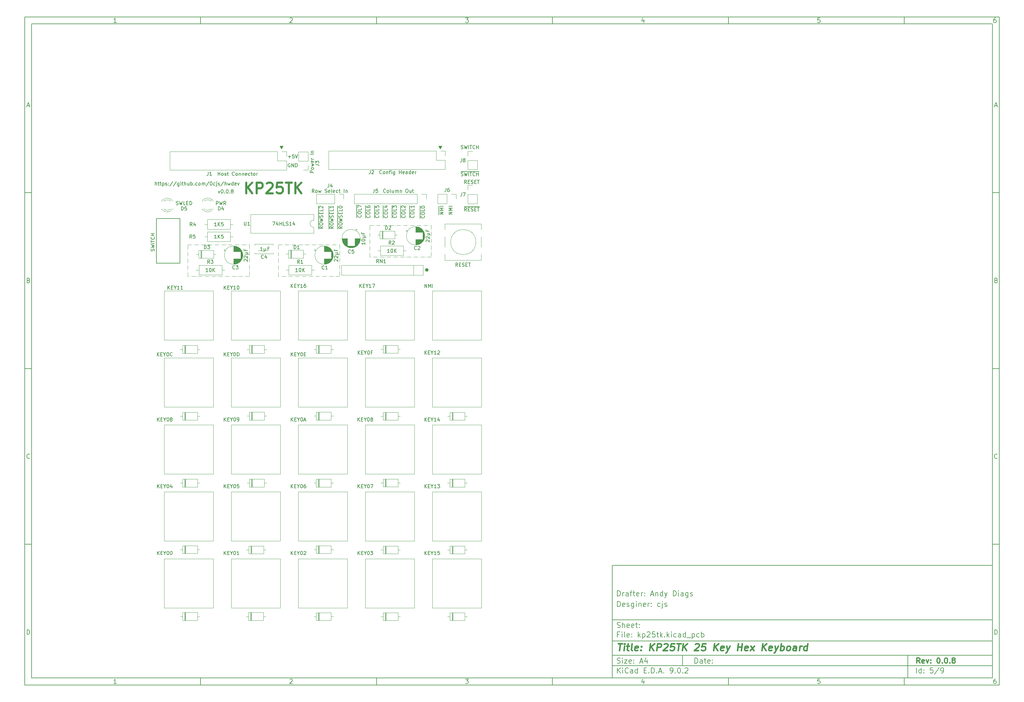
<source format=gto>
%TF.GenerationSoftware,KiCad,Pcbnew,9.0.2+1*%
%TF.CreationDate,2025-06-13T17:56:32+09:00*%
%TF.ProjectId,kp25tk,6b703235-746b-42e6-9b69-6361645f7063,0.0.8*%
%TF.SameCoordinates,Original*%
%TF.FileFunction,Legend,Top*%
%TF.FilePolarity,Positive*%
%FSLAX46Y46*%
G04 Gerber Fmt 4.6, Leading zero omitted, Abs format (unit mm)*
G04 Created by KiCad (PCBNEW 9.0.2+1) date 2025-06-13 17:56:32*
%MOMM*%
%LPD*%
G01*
G04 APERTURE LIST*
%ADD10C,0.100000*%
%ADD11C,0.150000*%
%ADD12C,0.300000*%
%ADD13C,0.400000*%
%ADD14C,0.600000*%
%ADD15C,0.120000*%
%ADD16C,0.127000*%
G04 APERTURE END LIST*
D10*
D11*
X177002200Y-166007200D02*
X285002200Y-166007200D01*
X285002200Y-198007200D01*
X177002200Y-198007200D01*
X177002200Y-166007200D01*
D10*
D11*
X10000000Y-10000000D02*
X287002200Y-10000000D01*
X287002200Y-200007200D01*
X10000000Y-200007200D01*
X10000000Y-10000000D01*
D10*
D11*
X12000000Y-12000000D02*
X285002200Y-12000000D01*
X285002200Y-198007200D01*
X12000000Y-198007200D01*
X12000000Y-12000000D01*
D10*
D11*
X60000000Y-12000000D02*
X60000000Y-10000000D01*
D10*
D11*
X110000000Y-12000000D02*
X110000000Y-10000000D01*
D10*
D11*
X160000000Y-12000000D02*
X160000000Y-10000000D01*
D10*
D11*
X210000000Y-12000000D02*
X210000000Y-10000000D01*
D10*
D11*
X260000000Y-12000000D02*
X260000000Y-10000000D01*
D10*
D11*
X36089160Y-11593604D02*
X35346303Y-11593604D01*
X35717731Y-11593604D02*
X35717731Y-10293604D01*
X35717731Y-10293604D02*
X35593922Y-10479319D01*
X35593922Y-10479319D02*
X35470112Y-10603128D01*
X35470112Y-10603128D02*
X35346303Y-10665033D01*
D10*
D11*
X85346303Y-10417414D02*
X85408207Y-10355509D01*
X85408207Y-10355509D02*
X85532017Y-10293604D01*
X85532017Y-10293604D02*
X85841541Y-10293604D01*
X85841541Y-10293604D02*
X85965350Y-10355509D01*
X85965350Y-10355509D02*
X86027255Y-10417414D01*
X86027255Y-10417414D02*
X86089160Y-10541223D01*
X86089160Y-10541223D02*
X86089160Y-10665033D01*
X86089160Y-10665033D02*
X86027255Y-10850747D01*
X86027255Y-10850747D02*
X85284398Y-11593604D01*
X85284398Y-11593604D02*
X86089160Y-11593604D01*
D10*
D11*
X135284398Y-10293604D02*
X136089160Y-10293604D01*
X136089160Y-10293604D02*
X135655826Y-10788842D01*
X135655826Y-10788842D02*
X135841541Y-10788842D01*
X135841541Y-10788842D02*
X135965350Y-10850747D01*
X135965350Y-10850747D02*
X136027255Y-10912652D01*
X136027255Y-10912652D02*
X136089160Y-11036461D01*
X136089160Y-11036461D02*
X136089160Y-11345985D01*
X136089160Y-11345985D02*
X136027255Y-11469795D01*
X136027255Y-11469795D02*
X135965350Y-11531700D01*
X135965350Y-11531700D02*
X135841541Y-11593604D01*
X135841541Y-11593604D02*
X135470112Y-11593604D01*
X135470112Y-11593604D02*
X135346303Y-11531700D01*
X135346303Y-11531700D02*
X135284398Y-11469795D01*
D10*
D11*
X185965350Y-10726938D02*
X185965350Y-11593604D01*
X185655826Y-10231700D02*
X185346303Y-11160271D01*
X185346303Y-11160271D02*
X186151064Y-11160271D01*
D10*
D11*
X236027255Y-10293604D02*
X235408207Y-10293604D01*
X235408207Y-10293604D02*
X235346303Y-10912652D01*
X235346303Y-10912652D02*
X235408207Y-10850747D01*
X235408207Y-10850747D02*
X235532017Y-10788842D01*
X235532017Y-10788842D02*
X235841541Y-10788842D01*
X235841541Y-10788842D02*
X235965350Y-10850747D01*
X235965350Y-10850747D02*
X236027255Y-10912652D01*
X236027255Y-10912652D02*
X236089160Y-11036461D01*
X236089160Y-11036461D02*
X236089160Y-11345985D01*
X236089160Y-11345985D02*
X236027255Y-11469795D01*
X236027255Y-11469795D02*
X235965350Y-11531700D01*
X235965350Y-11531700D02*
X235841541Y-11593604D01*
X235841541Y-11593604D02*
X235532017Y-11593604D01*
X235532017Y-11593604D02*
X235408207Y-11531700D01*
X235408207Y-11531700D02*
X235346303Y-11469795D01*
D10*
D11*
X285965350Y-10293604D02*
X285717731Y-10293604D01*
X285717731Y-10293604D02*
X285593922Y-10355509D01*
X285593922Y-10355509D02*
X285532017Y-10417414D01*
X285532017Y-10417414D02*
X285408207Y-10603128D01*
X285408207Y-10603128D02*
X285346303Y-10850747D01*
X285346303Y-10850747D02*
X285346303Y-11345985D01*
X285346303Y-11345985D02*
X285408207Y-11469795D01*
X285408207Y-11469795D02*
X285470112Y-11531700D01*
X285470112Y-11531700D02*
X285593922Y-11593604D01*
X285593922Y-11593604D02*
X285841541Y-11593604D01*
X285841541Y-11593604D02*
X285965350Y-11531700D01*
X285965350Y-11531700D02*
X286027255Y-11469795D01*
X286027255Y-11469795D02*
X286089160Y-11345985D01*
X286089160Y-11345985D02*
X286089160Y-11036461D01*
X286089160Y-11036461D02*
X286027255Y-10912652D01*
X286027255Y-10912652D02*
X285965350Y-10850747D01*
X285965350Y-10850747D02*
X285841541Y-10788842D01*
X285841541Y-10788842D02*
X285593922Y-10788842D01*
X285593922Y-10788842D02*
X285470112Y-10850747D01*
X285470112Y-10850747D02*
X285408207Y-10912652D01*
X285408207Y-10912652D02*
X285346303Y-11036461D01*
D10*
D11*
X60000000Y-198007200D02*
X60000000Y-200007200D01*
D10*
D11*
X110000000Y-198007200D02*
X110000000Y-200007200D01*
D10*
D11*
X160000000Y-198007200D02*
X160000000Y-200007200D01*
D10*
D11*
X210000000Y-198007200D02*
X210000000Y-200007200D01*
D10*
D11*
X260000000Y-198007200D02*
X260000000Y-200007200D01*
D10*
D11*
X36089160Y-199600804D02*
X35346303Y-199600804D01*
X35717731Y-199600804D02*
X35717731Y-198300804D01*
X35717731Y-198300804D02*
X35593922Y-198486519D01*
X35593922Y-198486519D02*
X35470112Y-198610328D01*
X35470112Y-198610328D02*
X35346303Y-198672233D01*
D10*
D11*
X85346303Y-198424614D02*
X85408207Y-198362709D01*
X85408207Y-198362709D02*
X85532017Y-198300804D01*
X85532017Y-198300804D02*
X85841541Y-198300804D01*
X85841541Y-198300804D02*
X85965350Y-198362709D01*
X85965350Y-198362709D02*
X86027255Y-198424614D01*
X86027255Y-198424614D02*
X86089160Y-198548423D01*
X86089160Y-198548423D02*
X86089160Y-198672233D01*
X86089160Y-198672233D02*
X86027255Y-198857947D01*
X86027255Y-198857947D02*
X85284398Y-199600804D01*
X85284398Y-199600804D02*
X86089160Y-199600804D01*
D10*
D11*
X135284398Y-198300804D02*
X136089160Y-198300804D01*
X136089160Y-198300804D02*
X135655826Y-198796042D01*
X135655826Y-198796042D02*
X135841541Y-198796042D01*
X135841541Y-198796042D02*
X135965350Y-198857947D01*
X135965350Y-198857947D02*
X136027255Y-198919852D01*
X136027255Y-198919852D02*
X136089160Y-199043661D01*
X136089160Y-199043661D02*
X136089160Y-199353185D01*
X136089160Y-199353185D02*
X136027255Y-199476995D01*
X136027255Y-199476995D02*
X135965350Y-199538900D01*
X135965350Y-199538900D02*
X135841541Y-199600804D01*
X135841541Y-199600804D02*
X135470112Y-199600804D01*
X135470112Y-199600804D02*
X135346303Y-199538900D01*
X135346303Y-199538900D02*
X135284398Y-199476995D01*
D10*
D11*
X185965350Y-198734138D02*
X185965350Y-199600804D01*
X185655826Y-198238900D02*
X185346303Y-199167471D01*
X185346303Y-199167471D02*
X186151064Y-199167471D01*
D10*
D11*
X236027255Y-198300804D02*
X235408207Y-198300804D01*
X235408207Y-198300804D02*
X235346303Y-198919852D01*
X235346303Y-198919852D02*
X235408207Y-198857947D01*
X235408207Y-198857947D02*
X235532017Y-198796042D01*
X235532017Y-198796042D02*
X235841541Y-198796042D01*
X235841541Y-198796042D02*
X235965350Y-198857947D01*
X235965350Y-198857947D02*
X236027255Y-198919852D01*
X236027255Y-198919852D02*
X236089160Y-199043661D01*
X236089160Y-199043661D02*
X236089160Y-199353185D01*
X236089160Y-199353185D02*
X236027255Y-199476995D01*
X236027255Y-199476995D02*
X235965350Y-199538900D01*
X235965350Y-199538900D02*
X235841541Y-199600804D01*
X235841541Y-199600804D02*
X235532017Y-199600804D01*
X235532017Y-199600804D02*
X235408207Y-199538900D01*
X235408207Y-199538900D02*
X235346303Y-199476995D01*
D10*
D11*
X285965350Y-198300804D02*
X285717731Y-198300804D01*
X285717731Y-198300804D02*
X285593922Y-198362709D01*
X285593922Y-198362709D02*
X285532017Y-198424614D01*
X285532017Y-198424614D02*
X285408207Y-198610328D01*
X285408207Y-198610328D02*
X285346303Y-198857947D01*
X285346303Y-198857947D02*
X285346303Y-199353185D01*
X285346303Y-199353185D02*
X285408207Y-199476995D01*
X285408207Y-199476995D02*
X285470112Y-199538900D01*
X285470112Y-199538900D02*
X285593922Y-199600804D01*
X285593922Y-199600804D02*
X285841541Y-199600804D01*
X285841541Y-199600804D02*
X285965350Y-199538900D01*
X285965350Y-199538900D02*
X286027255Y-199476995D01*
X286027255Y-199476995D02*
X286089160Y-199353185D01*
X286089160Y-199353185D02*
X286089160Y-199043661D01*
X286089160Y-199043661D02*
X286027255Y-198919852D01*
X286027255Y-198919852D02*
X285965350Y-198857947D01*
X285965350Y-198857947D02*
X285841541Y-198796042D01*
X285841541Y-198796042D02*
X285593922Y-198796042D01*
X285593922Y-198796042D02*
X285470112Y-198857947D01*
X285470112Y-198857947D02*
X285408207Y-198919852D01*
X285408207Y-198919852D02*
X285346303Y-199043661D01*
D10*
D11*
X10000000Y-60000000D02*
X12000000Y-60000000D01*
D10*
D11*
X10000000Y-110000000D02*
X12000000Y-110000000D01*
D10*
D11*
X10000000Y-160000000D02*
X12000000Y-160000000D01*
D10*
D11*
X10690476Y-35222176D02*
X11309523Y-35222176D01*
X10566666Y-35593604D02*
X10999999Y-34293604D01*
X10999999Y-34293604D02*
X11433333Y-35593604D01*
D10*
D11*
X11092857Y-84912652D02*
X11278571Y-84974557D01*
X11278571Y-84974557D02*
X11340476Y-85036461D01*
X11340476Y-85036461D02*
X11402380Y-85160271D01*
X11402380Y-85160271D02*
X11402380Y-85345985D01*
X11402380Y-85345985D02*
X11340476Y-85469795D01*
X11340476Y-85469795D02*
X11278571Y-85531700D01*
X11278571Y-85531700D02*
X11154761Y-85593604D01*
X11154761Y-85593604D02*
X10659523Y-85593604D01*
X10659523Y-85593604D02*
X10659523Y-84293604D01*
X10659523Y-84293604D02*
X11092857Y-84293604D01*
X11092857Y-84293604D02*
X11216666Y-84355509D01*
X11216666Y-84355509D02*
X11278571Y-84417414D01*
X11278571Y-84417414D02*
X11340476Y-84541223D01*
X11340476Y-84541223D02*
X11340476Y-84665033D01*
X11340476Y-84665033D02*
X11278571Y-84788842D01*
X11278571Y-84788842D02*
X11216666Y-84850747D01*
X11216666Y-84850747D02*
X11092857Y-84912652D01*
X11092857Y-84912652D02*
X10659523Y-84912652D01*
D10*
D11*
X11402380Y-135469795D02*
X11340476Y-135531700D01*
X11340476Y-135531700D02*
X11154761Y-135593604D01*
X11154761Y-135593604D02*
X11030952Y-135593604D01*
X11030952Y-135593604D02*
X10845238Y-135531700D01*
X10845238Y-135531700D02*
X10721428Y-135407890D01*
X10721428Y-135407890D02*
X10659523Y-135284080D01*
X10659523Y-135284080D02*
X10597619Y-135036461D01*
X10597619Y-135036461D02*
X10597619Y-134850747D01*
X10597619Y-134850747D02*
X10659523Y-134603128D01*
X10659523Y-134603128D02*
X10721428Y-134479319D01*
X10721428Y-134479319D02*
X10845238Y-134355509D01*
X10845238Y-134355509D02*
X11030952Y-134293604D01*
X11030952Y-134293604D02*
X11154761Y-134293604D01*
X11154761Y-134293604D02*
X11340476Y-134355509D01*
X11340476Y-134355509D02*
X11402380Y-134417414D01*
D10*
D11*
X10659523Y-185593604D02*
X10659523Y-184293604D01*
X10659523Y-184293604D02*
X10969047Y-184293604D01*
X10969047Y-184293604D02*
X11154761Y-184355509D01*
X11154761Y-184355509D02*
X11278571Y-184479319D01*
X11278571Y-184479319D02*
X11340476Y-184603128D01*
X11340476Y-184603128D02*
X11402380Y-184850747D01*
X11402380Y-184850747D02*
X11402380Y-185036461D01*
X11402380Y-185036461D02*
X11340476Y-185284080D01*
X11340476Y-185284080D02*
X11278571Y-185407890D01*
X11278571Y-185407890D02*
X11154761Y-185531700D01*
X11154761Y-185531700D02*
X10969047Y-185593604D01*
X10969047Y-185593604D02*
X10659523Y-185593604D01*
D10*
D11*
X287002200Y-60000000D02*
X285002200Y-60000000D01*
D10*
D11*
X287002200Y-110000000D02*
X285002200Y-110000000D01*
D10*
D11*
X287002200Y-160000000D02*
X285002200Y-160000000D01*
D10*
D11*
X285692676Y-35222176D02*
X286311723Y-35222176D01*
X285568866Y-35593604D02*
X286002199Y-34293604D01*
X286002199Y-34293604D02*
X286435533Y-35593604D01*
D10*
D11*
X286095057Y-84912652D02*
X286280771Y-84974557D01*
X286280771Y-84974557D02*
X286342676Y-85036461D01*
X286342676Y-85036461D02*
X286404580Y-85160271D01*
X286404580Y-85160271D02*
X286404580Y-85345985D01*
X286404580Y-85345985D02*
X286342676Y-85469795D01*
X286342676Y-85469795D02*
X286280771Y-85531700D01*
X286280771Y-85531700D02*
X286156961Y-85593604D01*
X286156961Y-85593604D02*
X285661723Y-85593604D01*
X285661723Y-85593604D02*
X285661723Y-84293604D01*
X285661723Y-84293604D02*
X286095057Y-84293604D01*
X286095057Y-84293604D02*
X286218866Y-84355509D01*
X286218866Y-84355509D02*
X286280771Y-84417414D01*
X286280771Y-84417414D02*
X286342676Y-84541223D01*
X286342676Y-84541223D02*
X286342676Y-84665033D01*
X286342676Y-84665033D02*
X286280771Y-84788842D01*
X286280771Y-84788842D02*
X286218866Y-84850747D01*
X286218866Y-84850747D02*
X286095057Y-84912652D01*
X286095057Y-84912652D02*
X285661723Y-84912652D01*
D10*
D11*
X286404580Y-135469795D02*
X286342676Y-135531700D01*
X286342676Y-135531700D02*
X286156961Y-135593604D01*
X286156961Y-135593604D02*
X286033152Y-135593604D01*
X286033152Y-135593604D02*
X285847438Y-135531700D01*
X285847438Y-135531700D02*
X285723628Y-135407890D01*
X285723628Y-135407890D02*
X285661723Y-135284080D01*
X285661723Y-135284080D02*
X285599819Y-135036461D01*
X285599819Y-135036461D02*
X285599819Y-134850747D01*
X285599819Y-134850747D02*
X285661723Y-134603128D01*
X285661723Y-134603128D02*
X285723628Y-134479319D01*
X285723628Y-134479319D02*
X285847438Y-134355509D01*
X285847438Y-134355509D02*
X286033152Y-134293604D01*
X286033152Y-134293604D02*
X286156961Y-134293604D01*
X286156961Y-134293604D02*
X286342676Y-134355509D01*
X286342676Y-134355509D02*
X286404580Y-134417414D01*
D10*
D11*
X285661723Y-185593604D02*
X285661723Y-184293604D01*
X285661723Y-184293604D02*
X285971247Y-184293604D01*
X285971247Y-184293604D02*
X286156961Y-184355509D01*
X286156961Y-184355509D02*
X286280771Y-184479319D01*
X286280771Y-184479319D02*
X286342676Y-184603128D01*
X286342676Y-184603128D02*
X286404580Y-184850747D01*
X286404580Y-184850747D02*
X286404580Y-185036461D01*
X286404580Y-185036461D02*
X286342676Y-185284080D01*
X286342676Y-185284080D02*
X286280771Y-185407890D01*
X286280771Y-185407890D02*
X286156961Y-185531700D01*
X286156961Y-185531700D02*
X285971247Y-185593604D01*
X285971247Y-185593604D02*
X285661723Y-185593604D01*
D10*
D11*
X200458026Y-193793328D02*
X200458026Y-192293328D01*
X200458026Y-192293328D02*
X200815169Y-192293328D01*
X200815169Y-192293328D02*
X201029455Y-192364757D01*
X201029455Y-192364757D02*
X201172312Y-192507614D01*
X201172312Y-192507614D02*
X201243741Y-192650471D01*
X201243741Y-192650471D02*
X201315169Y-192936185D01*
X201315169Y-192936185D02*
X201315169Y-193150471D01*
X201315169Y-193150471D02*
X201243741Y-193436185D01*
X201243741Y-193436185D02*
X201172312Y-193579042D01*
X201172312Y-193579042D02*
X201029455Y-193721900D01*
X201029455Y-193721900D02*
X200815169Y-193793328D01*
X200815169Y-193793328D02*
X200458026Y-193793328D01*
X202600884Y-193793328D02*
X202600884Y-193007614D01*
X202600884Y-193007614D02*
X202529455Y-192864757D01*
X202529455Y-192864757D02*
X202386598Y-192793328D01*
X202386598Y-192793328D02*
X202100884Y-192793328D01*
X202100884Y-192793328D02*
X201958026Y-192864757D01*
X202600884Y-193721900D02*
X202458026Y-193793328D01*
X202458026Y-193793328D02*
X202100884Y-193793328D01*
X202100884Y-193793328D02*
X201958026Y-193721900D01*
X201958026Y-193721900D02*
X201886598Y-193579042D01*
X201886598Y-193579042D02*
X201886598Y-193436185D01*
X201886598Y-193436185D02*
X201958026Y-193293328D01*
X201958026Y-193293328D02*
X202100884Y-193221900D01*
X202100884Y-193221900D02*
X202458026Y-193221900D01*
X202458026Y-193221900D02*
X202600884Y-193150471D01*
X203100884Y-192793328D02*
X203672312Y-192793328D01*
X203315169Y-192293328D02*
X203315169Y-193579042D01*
X203315169Y-193579042D02*
X203386598Y-193721900D01*
X203386598Y-193721900D02*
X203529455Y-193793328D01*
X203529455Y-193793328D02*
X203672312Y-193793328D01*
X204743741Y-193721900D02*
X204600884Y-193793328D01*
X204600884Y-193793328D02*
X204315170Y-193793328D01*
X204315170Y-193793328D02*
X204172312Y-193721900D01*
X204172312Y-193721900D02*
X204100884Y-193579042D01*
X204100884Y-193579042D02*
X204100884Y-193007614D01*
X204100884Y-193007614D02*
X204172312Y-192864757D01*
X204172312Y-192864757D02*
X204315170Y-192793328D01*
X204315170Y-192793328D02*
X204600884Y-192793328D01*
X204600884Y-192793328D02*
X204743741Y-192864757D01*
X204743741Y-192864757D02*
X204815170Y-193007614D01*
X204815170Y-193007614D02*
X204815170Y-193150471D01*
X204815170Y-193150471D02*
X204100884Y-193293328D01*
X205458026Y-193650471D02*
X205529455Y-193721900D01*
X205529455Y-193721900D02*
X205458026Y-193793328D01*
X205458026Y-193793328D02*
X205386598Y-193721900D01*
X205386598Y-193721900D02*
X205458026Y-193650471D01*
X205458026Y-193650471D02*
X205458026Y-193793328D01*
X205458026Y-192864757D02*
X205529455Y-192936185D01*
X205529455Y-192936185D02*
X205458026Y-193007614D01*
X205458026Y-193007614D02*
X205386598Y-192936185D01*
X205386598Y-192936185D02*
X205458026Y-192864757D01*
X205458026Y-192864757D02*
X205458026Y-193007614D01*
D10*
D11*
X177002200Y-194507200D02*
X285002200Y-194507200D01*
D10*
D11*
X178458026Y-196593328D02*
X178458026Y-195093328D01*
X179315169Y-196593328D02*
X178672312Y-195736185D01*
X179315169Y-195093328D02*
X178458026Y-195950471D01*
X179958026Y-196593328D02*
X179958026Y-195593328D01*
X179958026Y-195093328D02*
X179886598Y-195164757D01*
X179886598Y-195164757D02*
X179958026Y-195236185D01*
X179958026Y-195236185D02*
X180029455Y-195164757D01*
X180029455Y-195164757D02*
X179958026Y-195093328D01*
X179958026Y-195093328D02*
X179958026Y-195236185D01*
X181529455Y-196450471D02*
X181458027Y-196521900D01*
X181458027Y-196521900D02*
X181243741Y-196593328D01*
X181243741Y-196593328D02*
X181100884Y-196593328D01*
X181100884Y-196593328D02*
X180886598Y-196521900D01*
X180886598Y-196521900D02*
X180743741Y-196379042D01*
X180743741Y-196379042D02*
X180672312Y-196236185D01*
X180672312Y-196236185D02*
X180600884Y-195950471D01*
X180600884Y-195950471D02*
X180600884Y-195736185D01*
X180600884Y-195736185D02*
X180672312Y-195450471D01*
X180672312Y-195450471D02*
X180743741Y-195307614D01*
X180743741Y-195307614D02*
X180886598Y-195164757D01*
X180886598Y-195164757D02*
X181100884Y-195093328D01*
X181100884Y-195093328D02*
X181243741Y-195093328D01*
X181243741Y-195093328D02*
X181458027Y-195164757D01*
X181458027Y-195164757D02*
X181529455Y-195236185D01*
X182815170Y-196593328D02*
X182815170Y-195807614D01*
X182815170Y-195807614D02*
X182743741Y-195664757D01*
X182743741Y-195664757D02*
X182600884Y-195593328D01*
X182600884Y-195593328D02*
X182315170Y-195593328D01*
X182315170Y-195593328D02*
X182172312Y-195664757D01*
X182815170Y-196521900D02*
X182672312Y-196593328D01*
X182672312Y-196593328D02*
X182315170Y-196593328D01*
X182315170Y-196593328D02*
X182172312Y-196521900D01*
X182172312Y-196521900D02*
X182100884Y-196379042D01*
X182100884Y-196379042D02*
X182100884Y-196236185D01*
X182100884Y-196236185D02*
X182172312Y-196093328D01*
X182172312Y-196093328D02*
X182315170Y-196021900D01*
X182315170Y-196021900D02*
X182672312Y-196021900D01*
X182672312Y-196021900D02*
X182815170Y-195950471D01*
X184172313Y-196593328D02*
X184172313Y-195093328D01*
X184172313Y-196521900D02*
X184029455Y-196593328D01*
X184029455Y-196593328D02*
X183743741Y-196593328D01*
X183743741Y-196593328D02*
X183600884Y-196521900D01*
X183600884Y-196521900D02*
X183529455Y-196450471D01*
X183529455Y-196450471D02*
X183458027Y-196307614D01*
X183458027Y-196307614D02*
X183458027Y-195879042D01*
X183458027Y-195879042D02*
X183529455Y-195736185D01*
X183529455Y-195736185D02*
X183600884Y-195664757D01*
X183600884Y-195664757D02*
X183743741Y-195593328D01*
X183743741Y-195593328D02*
X184029455Y-195593328D01*
X184029455Y-195593328D02*
X184172313Y-195664757D01*
X186029455Y-195807614D02*
X186529455Y-195807614D01*
X186743741Y-196593328D02*
X186029455Y-196593328D01*
X186029455Y-196593328D02*
X186029455Y-195093328D01*
X186029455Y-195093328D02*
X186743741Y-195093328D01*
X187386598Y-196450471D02*
X187458027Y-196521900D01*
X187458027Y-196521900D02*
X187386598Y-196593328D01*
X187386598Y-196593328D02*
X187315170Y-196521900D01*
X187315170Y-196521900D02*
X187386598Y-196450471D01*
X187386598Y-196450471D02*
X187386598Y-196593328D01*
X188100884Y-196593328D02*
X188100884Y-195093328D01*
X188100884Y-195093328D02*
X188458027Y-195093328D01*
X188458027Y-195093328D02*
X188672313Y-195164757D01*
X188672313Y-195164757D02*
X188815170Y-195307614D01*
X188815170Y-195307614D02*
X188886599Y-195450471D01*
X188886599Y-195450471D02*
X188958027Y-195736185D01*
X188958027Y-195736185D02*
X188958027Y-195950471D01*
X188958027Y-195950471D02*
X188886599Y-196236185D01*
X188886599Y-196236185D02*
X188815170Y-196379042D01*
X188815170Y-196379042D02*
X188672313Y-196521900D01*
X188672313Y-196521900D02*
X188458027Y-196593328D01*
X188458027Y-196593328D02*
X188100884Y-196593328D01*
X189600884Y-196450471D02*
X189672313Y-196521900D01*
X189672313Y-196521900D02*
X189600884Y-196593328D01*
X189600884Y-196593328D02*
X189529456Y-196521900D01*
X189529456Y-196521900D02*
X189600884Y-196450471D01*
X189600884Y-196450471D02*
X189600884Y-196593328D01*
X190243742Y-196164757D02*
X190958028Y-196164757D01*
X190100885Y-196593328D02*
X190600885Y-195093328D01*
X190600885Y-195093328D02*
X191100885Y-196593328D01*
X191600884Y-196450471D02*
X191672313Y-196521900D01*
X191672313Y-196521900D02*
X191600884Y-196593328D01*
X191600884Y-196593328D02*
X191529456Y-196521900D01*
X191529456Y-196521900D02*
X191600884Y-196450471D01*
X191600884Y-196450471D02*
X191600884Y-196593328D01*
X193529456Y-196593328D02*
X193815170Y-196593328D01*
X193815170Y-196593328D02*
X193958027Y-196521900D01*
X193958027Y-196521900D02*
X194029456Y-196450471D01*
X194029456Y-196450471D02*
X194172313Y-196236185D01*
X194172313Y-196236185D02*
X194243742Y-195950471D01*
X194243742Y-195950471D02*
X194243742Y-195379042D01*
X194243742Y-195379042D02*
X194172313Y-195236185D01*
X194172313Y-195236185D02*
X194100885Y-195164757D01*
X194100885Y-195164757D02*
X193958027Y-195093328D01*
X193958027Y-195093328D02*
X193672313Y-195093328D01*
X193672313Y-195093328D02*
X193529456Y-195164757D01*
X193529456Y-195164757D02*
X193458027Y-195236185D01*
X193458027Y-195236185D02*
X193386599Y-195379042D01*
X193386599Y-195379042D02*
X193386599Y-195736185D01*
X193386599Y-195736185D02*
X193458027Y-195879042D01*
X193458027Y-195879042D02*
X193529456Y-195950471D01*
X193529456Y-195950471D02*
X193672313Y-196021900D01*
X193672313Y-196021900D02*
X193958027Y-196021900D01*
X193958027Y-196021900D02*
X194100885Y-195950471D01*
X194100885Y-195950471D02*
X194172313Y-195879042D01*
X194172313Y-195879042D02*
X194243742Y-195736185D01*
X194886598Y-196450471D02*
X194958027Y-196521900D01*
X194958027Y-196521900D02*
X194886598Y-196593328D01*
X194886598Y-196593328D02*
X194815170Y-196521900D01*
X194815170Y-196521900D02*
X194886598Y-196450471D01*
X194886598Y-196450471D02*
X194886598Y-196593328D01*
X195886599Y-195093328D02*
X196029456Y-195093328D01*
X196029456Y-195093328D02*
X196172313Y-195164757D01*
X196172313Y-195164757D02*
X196243742Y-195236185D01*
X196243742Y-195236185D02*
X196315170Y-195379042D01*
X196315170Y-195379042D02*
X196386599Y-195664757D01*
X196386599Y-195664757D02*
X196386599Y-196021900D01*
X196386599Y-196021900D02*
X196315170Y-196307614D01*
X196315170Y-196307614D02*
X196243742Y-196450471D01*
X196243742Y-196450471D02*
X196172313Y-196521900D01*
X196172313Y-196521900D02*
X196029456Y-196593328D01*
X196029456Y-196593328D02*
X195886599Y-196593328D01*
X195886599Y-196593328D02*
X195743742Y-196521900D01*
X195743742Y-196521900D02*
X195672313Y-196450471D01*
X195672313Y-196450471D02*
X195600884Y-196307614D01*
X195600884Y-196307614D02*
X195529456Y-196021900D01*
X195529456Y-196021900D02*
X195529456Y-195664757D01*
X195529456Y-195664757D02*
X195600884Y-195379042D01*
X195600884Y-195379042D02*
X195672313Y-195236185D01*
X195672313Y-195236185D02*
X195743742Y-195164757D01*
X195743742Y-195164757D02*
X195886599Y-195093328D01*
X197029455Y-196450471D02*
X197100884Y-196521900D01*
X197100884Y-196521900D02*
X197029455Y-196593328D01*
X197029455Y-196593328D02*
X196958027Y-196521900D01*
X196958027Y-196521900D02*
X197029455Y-196450471D01*
X197029455Y-196450471D02*
X197029455Y-196593328D01*
X197672313Y-195236185D02*
X197743741Y-195164757D01*
X197743741Y-195164757D02*
X197886599Y-195093328D01*
X197886599Y-195093328D02*
X198243741Y-195093328D01*
X198243741Y-195093328D02*
X198386599Y-195164757D01*
X198386599Y-195164757D02*
X198458027Y-195236185D01*
X198458027Y-195236185D02*
X198529456Y-195379042D01*
X198529456Y-195379042D02*
X198529456Y-195521900D01*
X198529456Y-195521900D02*
X198458027Y-195736185D01*
X198458027Y-195736185D02*
X197600884Y-196593328D01*
X197600884Y-196593328D02*
X198529456Y-196593328D01*
D10*
D11*
X177002200Y-191507200D02*
X285002200Y-191507200D01*
D10*
D12*
X264413853Y-193785528D02*
X263913853Y-193071242D01*
X263556710Y-193785528D02*
X263556710Y-192285528D01*
X263556710Y-192285528D02*
X264128139Y-192285528D01*
X264128139Y-192285528D02*
X264270996Y-192356957D01*
X264270996Y-192356957D02*
X264342425Y-192428385D01*
X264342425Y-192428385D02*
X264413853Y-192571242D01*
X264413853Y-192571242D02*
X264413853Y-192785528D01*
X264413853Y-192785528D02*
X264342425Y-192928385D01*
X264342425Y-192928385D02*
X264270996Y-192999814D01*
X264270996Y-192999814D02*
X264128139Y-193071242D01*
X264128139Y-193071242D02*
X263556710Y-193071242D01*
X265628139Y-193714100D02*
X265485282Y-193785528D01*
X265485282Y-193785528D02*
X265199568Y-193785528D01*
X265199568Y-193785528D02*
X265056710Y-193714100D01*
X265056710Y-193714100D02*
X264985282Y-193571242D01*
X264985282Y-193571242D02*
X264985282Y-192999814D01*
X264985282Y-192999814D02*
X265056710Y-192856957D01*
X265056710Y-192856957D02*
X265199568Y-192785528D01*
X265199568Y-192785528D02*
X265485282Y-192785528D01*
X265485282Y-192785528D02*
X265628139Y-192856957D01*
X265628139Y-192856957D02*
X265699568Y-192999814D01*
X265699568Y-192999814D02*
X265699568Y-193142671D01*
X265699568Y-193142671D02*
X264985282Y-193285528D01*
X266199567Y-192785528D02*
X266556710Y-193785528D01*
X266556710Y-193785528D02*
X266913853Y-192785528D01*
X267485281Y-193642671D02*
X267556710Y-193714100D01*
X267556710Y-193714100D02*
X267485281Y-193785528D01*
X267485281Y-193785528D02*
X267413853Y-193714100D01*
X267413853Y-193714100D02*
X267485281Y-193642671D01*
X267485281Y-193642671D02*
X267485281Y-193785528D01*
X267485281Y-192856957D02*
X267556710Y-192928385D01*
X267556710Y-192928385D02*
X267485281Y-192999814D01*
X267485281Y-192999814D02*
X267413853Y-192928385D01*
X267413853Y-192928385D02*
X267485281Y-192856957D01*
X267485281Y-192856957D02*
X267485281Y-192999814D01*
X269628139Y-192285528D02*
X269770996Y-192285528D01*
X269770996Y-192285528D02*
X269913853Y-192356957D01*
X269913853Y-192356957D02*
X269985282Y-192428385D01*
X269985282Y-192428385D02*
X270056710Y-192571242D01*
X270056710Y-192571242D02*
X270128139Y-192856957D01*
X270128139Y-192856957D02*
X270128139Y-193214100D01*
X270128139Y-193214100D02*
X270056710Y-193499814D01*
X270056710Y-193499814D02*
X269985282Y-193642671D01*
X269985282Y-193642671D02*
X269913853Y-193714100D01*
X269913853Y-193714100D02*
X269770996Y-193785528D01*
X269770996Y-193785528D02*
X269628139Y-193785528D01*
X269628139Y-193785528D02*
X269485282Y-193714100D01*
X269485282Y-193714100D02*
X269413853Y-193642671D01*
X269413853Y-193642671D02*
X269342424Y-193499814D01*
X269342424Y-193499814D02*
X269270996Y-193214100D01*
X269270996Y-193214100D02*
X269270996Y-192856957D01*
X269270996Y-192856957D02*
X269342424Y-192571242D01*
X269342424Y-192571242D02*
X269413853Y-192428385D01*
X269413853Y-192428385D02*
X269485282Y-192356957D01*
X269485282Y-192356957D02*
X269628139Y-192285528D01*
X270770995Y-193642671D02*
X270842424Y-193714100D01*
X270842424Y-193714100D02*
X270770995Y-193785528D01*
X270770995Y-193785528D02*
X270699567Y-193714100D01*
X270699567Y-193714100D02*
X270770995Y-193642671D01*
X270770995Y-193642671D02*
X270770995Y-193785528D01*
X271770996Y-192285528D02*
X271913853Y-192285528D01*
X271913853Y-192285528D02*
X272056710Y-192356957D01*
X272056710Y-192356957D02*
X272128139Y-192428385D01*
X272128139Y-192428385D02*
X272199567Y-192571242D01*
X272199567Y-192571242D02*
X272270996Y-192856957D01*
X272270996Y-192856957D02*
X272270996Y-193214100D01*
X272270996Y-193214100D02*
X272199567Y-193499814D01*
X272199567Y-193499814D02*
X272128139Y-193642671D01*
X272128139Y-193642671D02*
X272056710Y-193714100D01*
X272056710Y-193714100D02*
X271913853Y-193785528D01*
X271913853Y-193785528D02*
X271770996Y-193785528D01*
X271770996Y-193785528D02*
X271628139Y-193714100D01*
X271628139Y-193714100D02*
X271556710Y-193642671D01*
X271556710Y-193642671D02*
X271485281Y-193499814D01*
X271485281Y-193499814D02*
X271413853Y-193214100D01*
X271413853Y-193214100D02*
X271413853Y-192856957D01*
X271413853Y-192856957D02*
X271485281Y-192571242D01*
X271485281Y-192571242D02*
X271556710Y-192428385D01*
X271556710Y-192428385D02*
X271628139Y-192356957D01*
X271628139Y-192356957D02*
X271770996Y-192285528D01*
X272913852Y-193642671D02*
X272985281Y-193714100D01*
X272985281Y-193714100D02*
X272913852Y-193785528D01*
X272913852Y-193785528D02*
X272842424Y-193714100D01*
X272842424Y-193714100D02*
X272913852Y-193642671D01*
X272913852Y-193642671D02*
X272913852Y-193785528D01*
X273842424Y-192928385D02*
X273699567Y-192856957D01*
X273699567Y-192856957D02*
X273628138Y-192785528D01*
X273628138Y-192785528D02*
X273556710Y-192642671D01*
X273556710Y-192642671D02*
X273556710Y-192571242D01*
X273556710Y-192571242D02*
X273628138Y-192428385D01*
X273628138Y-192428385D02*
X273699567Y-192356957D01*
X273699567Y-192356957D02*
X273842424Y-192285528D01*
X273842424Y-192285528D02*
X274128138Y-192285528D01*
X274128138Y-192285528D02*
X274270996Y-192356957D01*
X274270996Y-192356957D02*
X274342424Y-192428385D01*
X274342424Y-192428385D02*
X274413853Y-192571242D01*
X274413853Y-192571242D02*
X274413853Y-192642671D01*
X274413853Y-192642671D02*
X274342424Y-192785528D01*
X274342424Y-192785528D02*
X274270996Y-192856957D01*
X274270996Y-192856957D02*
X274128138Y-192928385D01*
X274128138Y-192928385D02*
X273842424Y-192928385D01*
X273842424Y-192928385D02*
X273699567Y-192999814D01*
X273699567Y-192999814D02*
X273628138Y-193071242D01*
X273628138Y-193071242D02*
X273556710Y-193214100D01*
X273556710Y-193214100D02*
X273556710Y-193499814D01*
X273556710Y-193499814D02*
X273628138Y-193642671D01*
X273628138Y-193642671D02*
X273699567Y-193714100D01*
X273699567Y-193714100D02*
X273842424Y-193785528D01*
X273842424Y-193785528D02*
X274128138Y-193785528D01*
X274128138Y-193785528D02*
X274270996Y-193714100D01*
X274270996Y-193714100D02*
X274342424Y-193642671D01*
X274342424Y-193642671D02*
X274413853Y-193499814D01*
X274413853Y-193499814D02*
X274413853Y-193214100D01*
X274413853Y-193214100D02*
X274342424Y-193071242D01*
X274342424Y-193071242D02*
X274270996Y-192999814D01*
X274270996Y-192999814D02*
X274128138Y-192928385D01*
D10*
D11*
X178386598Y-193721900D02*
X178600884Y-193793328D01*
X178600884Y-193793328D02*
X178958026Y-193793328D01*
X178958026Y-193793328D02*
X179100884Y-193721900D01*
X179100884Y-193721900D02*
X179172312Y-193650471D01*
X179172312Y-193650471D02*
X179243741Y-193507614D01*
X179243741Y-193507614D02*
X179243741Y-193364757D01*
X179243741Y-193364757D02*
X179172312Y-193221900D01*
X179172312Y-193221900D02*
X179100884Y-193150471D01*
X179100884Y-193150471D02*
X178958026Y-193079042D01*
X178958026Y-193079042D02*
X178672312Y-193007614D01*
X178672312Y-193007614D02*
X178529455Y-192936185D01*
X178529455Y-192936185D02*
X178458026Y-192864757D01*
X178458026Y-192864757D02*
X178386598Y-192721900D01*
X178386598Y-192721900D02*
X178386598Y-192579042D01*
X178386598Y-192579042D02*
X178458026Y-192436185D01*
X178458026Y-192436185D02*
X178529455Y-192364757D01*
X178529455Y-192364757D02*
X178672312Y-192293328D01*
X178672312Y-192293328D02*
X179029455Y-192293328D01*
X179029455Y-192293328D02*
X179243741Y-192364757D01*
X179886597Y-193793328D02*
X179886597Y-192793328D01*
X179886597Y-192293328D02*
X179815169Y-192364757D01*
X179815169Y-192364757D02*
X179886597Y-192436185D01*
X179886597Y-192436185D02*
X179958026Y-192364757D01*
X179958026Y-192364757D02*
X179886597Y-192293328D01*
X179886597Y-192293328D02*
X179886597Y-192436185D01*
X180458026Y-192793328D02*
X181243741Y-192793328D01*
X181243741Y-192793328D02*
X180458026Y-193793328D01*
X180458026Y-193793328D02*
X181243741Y-193793328D01*
X182386598Y-193721900D02*
X182243741Y-193793328D01*
X182243741Y-193793328D02*
X181958027Y-193793328D01*
X181958027Y-193793328D02*
X181815169Y-193721900D01*
X181815169Y-193721900D02*
X181743741Y-193579042D01*
X181743741Y-193579042D02*
X181743741Y-193007614D01*
X181743741Y-193007614D02*
X181815169Y-192864757D01*
X181815169Y-192864757D02*
X181958027Y-192793328D01*
X181958027Y-192793328D02*
X182243741Y-192793328D01*
X182243741Y-192793328D02*
X182386598Y-192864757D01*
X182386598Y-192864757D02*
X182458027Y-193007614D01*
X182458027Y-193007614D02*
X182458027Y-193150471D01*
X182458027Y-193150471D02*
X181743741Y-193293328D01*
X183100883Y-193650471D02*
X183172312Y-193721900D01*
X183172312Y-193721900D02*
X183100883Y-193793328D01*
X183100883Y-193793328D02*
X183029455Y-193721900D01*
X183029455Y-193721900D02*
X183100883Y-193650471D01*
X183100883Y-193650471D02*
X183100883Y-193793328D01*
X183100883Y-192864757D02*
X183172312Y-192936185D01*
X183172312Y-192936185D02*
X183100883Y-193007614D01*
X183100883Y-193007614D02*
X183029455Y-192936185D01*
X183029455Y-192936185D02*
X183100883Y-192864757D01*
X183100883Y-192864757D02*
X183100883Y-193007614D01*
X184886598Y-193364757D02*
X185600884Y-193364757D01*
X184743741Y-193793328D02*
X185243741Y-192293328D01*
X185243741Y-192293328D02*
X185743741Y-193793328D01*
X186886598Y-192793328D02*
X186886598Y-193793328D01*
X186529455Y-192221900D02*
X186172312Y-193293328D01*
X186172312Y-193293328D02*
X187100883Y-193293328D01*
D10*
D11*
X263458026Y-196593328D02*
X263458026Y-195093328D01*
X264815170Y-196593328D02*
X264815170Y-195093328D01*
X264815170Y-196521900D02*
X264672312Y-196593328D01*
X264672312Y-196593328D02*
X264386598Y-196593328D01*
X264386598Y-196593328D02*
X264243741Y-196521900D01*
X264243741Y-196521900D02*
X264172312Y-196450471D01*
X264172312Y-196450471D02*
X264100884Y-196307614D01*
X264100884Y-196307614D02*
X264100884Y-195879042D01*
X264100884Y-195879042D02*
X264172312Y-195736185D01*
X264172312Y-195736185D02*
X264243741Y-195664757D01*
X264243741Y-195664757D02*
X264386598Y-195593328D01*
X264386598Y-195593328D02*
X264672312Y-195593328D01*
X264672312Y-195593328D02*
X264815170Y-195664757D01*
X265529455Y-196450471D02*
X265600884Y-196521900D01*
X265600884Y-196521900D02*
X265529455Y-196593328D01*
X265529455Y-196593328D02*
X265458027Y-196521900D01*
X265458027Y-196521900D02*
X265529455Y-196450471D01*
X265529455Y-196450471D02*
X265529455Y-196593328D01*
X265529455Y-195664757D02*
X265600884Y-195736185D01*
X265600884Y-195736185D02*
X265529455Y-195807614D01*
X265529455Y-195807614D02*
X265458027Y-195736185D01*
X265458027Y-195736185D02*
X265529455Y-195664757D01*
X265529455Y-195664757D02*
X265529455Y-195807614D01*
X268100884Y-195093328D02*
X267386598Y-195093328D01*
X267386598Y-195093328D02*
X267315170Y-195807614D01*
X267315170Y-195807614D02*
X267386598Y-195736185D01*
X267386598Y-195736185D02*
X267529456Y-195664757D01*
X267529456Y-195664757D02*
X267886598Y-195664757D01*
X267886598Y-195664757D02*
X268029456Y-195736185D01*
X268029456Y-195736185D02*
X268100884Y-195807614D01*
X268100884Y-195807614D02*
X268172313Y-195950471D01*
X268172313Y-195950471D02*
X268172313Y-196307614D01*
X268172313Y-196307614D02*
X268100884Y-196450471D01*
X268100884Y-196450471D02*
X268029456Y-196521900D01*
X268029456Y-196521900D02*
X267886598Y-196593328D01*
X267886598Y-196593328D02*
X267529456Y-196593328D01*
X267529456Y-196593328D02*
X267386598Y-196521900D01*
X267386598Y-196521900D02*
X267315170Y-196450471D01*
X269886598Y-195021900D02*
X268600884Y-196950471D01*
X270458027Y-196593328D02*
X270743741Y-196593328D01*
X270743741Y-196593328D02*
X270886598Y-196521900D01*
X270886598Y-196521900D02*
X270958027Y-196450471D01*
X270958027Y-196450471D02*
X271100884Y-196236185D01*
X271100884Y-196236185D02*
X271172313Y-195950471D01*
X271172313Y-195950471D02*
X271172313Y-195379042D01*
X271172313Y-195379042D02*
X271100884Y-195236185D01*
X271100884Y-195236185D02*
X271029456Y-195164757D01*
X271029456Y-195164757D02*
X270886598Y-195093328D01*
X270886598Y-195093328D02*
X270600884Y-195093328D01*
X270600884Y-195093328D02*
X270458027Y-195164757D01*
X270458027Y-195164757D02*
X270386598Y-195236185D01*
X270386598Y-195236185D02*
X270315170Y-195379042D01*
X270315170Y-195379042D02*
X270315170Y-195736185D01*
X270315170Y-195736185D02*
X270386598Y-195879042D01*
X270386598Y-195879042D02*
X270458027Y-195950471D01*
X270458027Y-195950471D02*
X270600884Y-196021900D01*
X270600884Y-196021900D02*
X270886598Y-196021900D01*
X270886598Y-196021900D02*
X271029456Y-195950471D01*
X271029456Y-195950471D02*
X271100884Y-195879042D01*
X271100884Y-195879042D02*
X271172313Y-195736185D01*
D10*
D11*
X177002200Y-187507200D02*
X285002200Y-187507200D01*
D10*
D13*
X178693928Y-188211638D02*
X179836785Y-188211638D01*
X179015357Y-190211638D02*
X179265357Y-188211638D01*
X180253452Y-190211638D02*
X180420119Y-188878304D01*
X180503452Y-188211638D02*
X180396309Y-188306876D01*
X180396309Y-188306876D02*
X180479643Y-188402114D01*
X180479643Y-188402114D02*
X180586786Y-188306876D01*
X180586786Y-188306876D02*
X180503452Y-188211638D01*
X180503452Y-188211638D02*
X180479643Y-188402114D01*
X181086786Y-188878304D02*
X181848690Y-188878304D01*
X181455833Y-188211638D02*
X181241548Y-189925923D01*
X181241548Y-189925923D02*
X181312976Y-190116400D01*
X181312976Y-190116400D02*
X181491548Y-190211638D01*
X181491548Y-190211638D02*
X181682024Y-190211638D01*
X182634405Y-190211638D02*
X182455833Y-190116400D01*
X182455833Y-190116400D02*
X182384405Y-189925923D01*
X182384405Y-189925923D02*
X182598690Y-188211638D01*
X184170119Y-190116400D02*
X183967738Y-190211638D01*
X183967738Y-190211638D02*
X183586785Y-190211638D01*
X183586785Y-190211638D02*
X183408214Y-190116400D01*
X183408214Y-190116400D02*
X183336785Y-189925923D01*
X183336785Y-189925923D02*
X183432024Y-189164019D01*
X183432024Y-189164019D02*
X183551071Y-188973542D01*
X183551071Y-188973542D02*
X183753452Y-188878304D01*
X183753452Y-188878304D02*
X184134404Y-188878304D01*
X184134404Y-188878304D02*
X184312976Y-188973542D01*
X184312976Y-188973542D02*
X184384404Y-189164019D01*
X184384404Y-189164019D02*
X184360595Y-189354495D01*
X184360595Y-189354495D02*
X183384404Y-189544971D01*
X185134405Y-190021161D02*
X185217738Y-190116400D01*
X185217738Y-190116400D02*
X185110595Y-190211638D01*
X185110595Y-190211638D02*
X185027262Y-190116400D01*
X185027262Y-190116400D02*
X185134405Y-190021161D01*
X185134405Y-190021161D02*
X185110595Y-190211638D01*
X185265357Y-188973542D02*
X185348690Y-189068780D01*
X185348690Y-189068780D02*
X185241548Y-189164019D01*
X185241548Y-189164019D02*
X185158214Y-189068780D01*
X185158214Y-189068780D02*
X185265357Y-188973542D01*
X185265357Y-188973542D02*
X185241548Y-189164019D01*
X187586786Y-190211638D02*
X187836786Y-188211638D01*
X188729643Y-190211638D02*
X188015358Y-189068780D01*
X188979643Y-188211638D02*
X187693929Y-189354495D01*
X189586786Y-190211638D02*
X189836786Y-188211638D01*
X189836786Y-188211638D02*
X190598691Y-188211638D01*
X190598691Y-188211638D02*
X190777262Y-188306876D01*
X190777262Y-188306876D02*
X190860596Y-188402114D01*
X190860596Y-188402114D02*
X190932024Y-188592590D01*
X190932024Y-188592590D02*
X190896310Y-188878304D01*
X190896310Y-188878304D02*
X190777262Y-189068780D01*
X190777262Y-189068780D02*
X190670120Y-189164019D01*
X190670120Y-189164019D02*
X190467739Y-189259257D01*
X190467739Y-189259257D02*
X189705834Y-189259257D01*
X191717739Y-188402114D02*
X191824881Y-188306876D01*
X191824881Y-188306876D02*
X192027262Y-188211638D01*
X192027262Y-188211638D02*
X192503453Y-188211638D01*
X192503453Y-188211638D02*
X192682024Y-188306876D01*
X192682024Y-188306876D02*
X192765358Y-188402114D01*
X192765358Y-188402114D02*
X192836786Y-188592590D01*
X192836786Y-188592590D02*
X192812977Y-188783066D01*
X192812977Y-188783066D02*
X192682024Y-189068780D01*
X192682024Y-189068780D02*
X191396310Y-190211638D01*
X191396310Y-190211638D02*
X192634405Y-190211638D01*
X194693929Y-188211638D02*
X193741548Y-188211638D01*
X193741548Y-188211638D02*
X193527263Y-189164019D01*
X193527263Y-189164019D02*
X193634405Y-189068780D01*
X193634405Y-189068780D02*
X193836786Y-188973542D01*
X193836786Y-188973542D02*
X194312977Y-188973542D01*
X194312977Y-188973542D02*
X194491548Y-189068780D01*
X194491548Y-189068780D02*
X194574882Y-189164019D01*
X194574882Y-189164019D02*
X194646310Y-189354495D01*
X194646310Y-189354495D02*
X194586786Y-189830685D01*
X194586786Y-189830685D02*
X194467739Y-190021161D01*
X194467739Y-190021161D02*
X194360596Y-190116400D01*
X194360596Y-190116400D02*
X194158215Y-190211638D01*
X194158215Y-190211638D02*
X193682024Y-190211638D01*
X193682024Y-190211638D02*
X193503453Y-190116400D01*
X193503453Y-190116400D02*
X193420120Y-190021161D01*
X195360596Y-188211638D02*
X196503453Y-188211638D01*
X195682025Y-190211638D02*
X195932025Y-188211638D01*
X196920120Y-190211638D02*
X197170120Y-188211638D01*
X198062977Y-190211638D02*
X197348692Y-189068780D01*
X198312977Y-188211638D02*
X197027263Y-189354495D01*
X200574883Y-188402114D02*
X200682025Y-188306876D01*
X200682025Y-188306876D02*
X200884406Y-188211638D01*
X200884406Y-188211638D02*
X201360597Y-188211638D01*
X201360597Y-188211638D02*
X201539168Y-188306876D01*
X201539168Y-188306876D02*
X201622502Y-188402114D01*
X201622502Y-188402114D02*
X201693930Y-188592590D01*
X201693930Y-188592590D02*
X201670121Y-188783066D01*
X201670121Y-188783066D02*
X201539168Y-189068780D01*
X201539168Y-189068780D02*
X200253454Y-190211638D01*
X200253454Y-190211638D02*
X201491549Y-190211638D01*
X203551073Y-188211638D02*
X202598692Y-188211638D01*
X202598692Y-188211638D02*
X202384407Y-189164019D01*
X202384407Y-189164019D02*
X202491549Y-189068780D01*
X202491549Y-189068780D02*
X202693930Y-188973542D01*
X202693930Y-188973542D02*
X203170121Y-188973542D01*
X203170121Y-188973542D02*
X203348692Y-189068780D01*
X203348692Y-189068780D02*
X203432026Y-189164019D01*
X203432026Y-189164019D02*
X203503454Y-189354495D01*
X203503454Y-189354495D02*
X203443930Y-189830685D01*
X203443930Y-189830685D02*
X203324883Y-190021161D01*
X203324883Y-190021161D02*
X203217740Y-190116400D01*
X203217740Y-190116400D02*
X203015359Y-190211638D01*
X203015359Y-190211638D02*
X202539168Y-190211638D01*
X202539168Y-190211638D02*
X202360597Y-190116400D01*
X202360597Y-190116400D02*
X202277264Y-190021161D01*
X205777264Y-190211638D02*
X206027264Y-188211638D01*
X206920121Y-190211638D02*
X206205836Y-189068780D01*
X207170121Y-188211638D02*
X205884407Y-189354495D01*
X208551074Y-190116400D02*
X208348693Y-190211638D01*
X208348693Y-190211638D02*
X207967740Y-190211638D01*
X207967740Y-190211638D02*
X207789169Y-190116400D01*
X207789169Y-190116400D02*
X207717740Y-189925923D01*
X207717740Y-189925923D02*
X207812979Y-189164019D01*
X207812979Y-189164019D02*
X207932026Y-188973542D01*
X207932026Y-188973542D02*
X208134407Y-188878304D01*
X208134407Y-188878304D02*
X208515359Y-188878304D01*
X208515359Y-188878304D02*
X208693931Y-188973542D01*
X208693931Y-188973542D02*
X208765359Y-189164019D01*
X208765359Y-189164019D02*
X208741550Y-189354495D01*
X208741550Y-189354495D02*
X207765359Y-189544971D01*
X209467741Y-188878304D02*
X209777265Y-190211638D01*
X210420122Y-188878304D02*
X209777265Y-190211638D01*
X209777265Y-190211638D02*
X209527265Y-190687828D01*
X209527265Y-190687828D02*
X209420122Y-190783066D01*
X209420122Y-190783066D02*
X209217741Y-190878304D01*
X212539170Y-190211638D02*
X212789170Y-188211638D01*
X212670123Y-189164019D02*
X213812980Y-189164019D01*
X213682027Y-190211638D02*
X213932027Y-188211638D01*
X215408218Y-190116400D02*
X215205837Y-190211638D01*
X215205837Y-190211638D02*
X214824884Y-190211638D01*
X214824884Y-190211638D02*
X214646313Y-190116400D01*
X214646313Y-190116400D02*
X214574884Y-189925923D01*
X214574884Y-189925923D02*
X214670123Y-189164019D01*
X214670123Y-189164019D02*
X214789170Y-188973542D01*
X214789170Y-188973542D02*
X214991551Y-188878304D01*
X214991551Y-188878304D02*
X215372503Y-188878304D01*
X215372503Y-188878304D02*
X215551075Y-188973542D01*
X215551075Y-188973542D02*
X215622503Y-189164019D01*
X215622503Y-189164019D02*
X215598694Y-189354495D01*
X215598694Y-189354495D02*
X214622503Y-189544971D01*
X216158218Y-190211638D02*
X217372504Y-188878304D01*
X216324885Y-188878304D02*
X217205837Y-190211638D01*
X219491552Y-190211638D02*
X219741552Y-188211638D01*
X220634409Y-190211638D02*
X219920124Y-189068780D01*
X220884409Y-188211638D02*
X219598695Y-189354495D01*
X222265362Y-190116400D02*
X222062981Y-190211638D01*
X222062981Y-190211638D02*
X221682028Y-190211638D01*
X221682028Y-190211638D02*
X221503457Y-190116400D01*
X221503457Y-190116400D02*
X221432028Y-189925923D01*
X221432028Y-189925923D02*
X221527267Y-189164019D01*
X221527267Y-189164019D02*
X221646314Y-188973542D01*
X221646314Y-188973542D02*
X221848695Y-188878304D01*
X221848695Y-188878304D02*
X222229647Y-188878304D01*
X222229647Y-188878304D02*
X222408219Y-188973542D01*
X222408219Y-188973542D02*
X222479647Y-189164019D01*
X222479647Y-189164019D02*
X222455838Y-189354495D01*
X222455838Y-189354495D02*
X221479647Y-189544971D01*
X223182029Y-188878304D02*
X223491553Y-190211638D01*
X224134410Y-188878304D02*
X223491553Y-190211638D01*
X223491553Y-190211638D02*
X223241553Y-190687828D01*
X223241553Y-190687828D02*
X223134410Y-190783066D01*
X223134410Y-190783066D02*
X222932029Y-190878304D01*
X224729648Y-190211638D02*
X224979648Y-188211638D01*
X224884410Y-188973542D02*
X225086791Y-188878304D01*
X225086791Y-188878304D02*
X225467743Y-188878304D01*
X225467743Y-188878304D02*
X225646315Y-188973542D01*
X225646315Y-188973542D02*
X225729648Y-189068780D01*
X225729648Y-189068780D02*
X225801077Y-189259257D01*
X225801077Y-189259257D02*
X225729648Y-189830685D01*
X225729648Y-189830685D02*
X225610601Y-190021161D01*
X225610601Y-190021161D02*
X225503458Y-190116400D01*
X225503458Y-190116400D02*
X225301077Y-190211638D01*
X225301077Y-190211638D02*
X224920124Y-190211638D01*
X224920124Y-190211638D02*
X224741553Y-190116400D01*
X226824887Y-190211638D02*
X226646315Y-190116400D01*
X226646315Y-190116400D02*
X226562982Y-190021161D01*
X226562982Y-190021161D02*
X226491553Y-189830685D01*
X226491553Y-189830685D02*
X226562982Y-189259257D01*
X226562982Y-189259257D02*
X226682029Y-189068780D01*
X226682029Y-189068780D02*
X226789172Y-188973542D01*
X226789172Y-188973542D02*
X226991553Y-188878304D01*
X226991553Y-188878304D02*
X227277267Y-188878304D01*
X227277267Y-188878304D02*
X227455839Y-188973542D01*
X227455839Y-188973542D02*
X227539172Y-189068780D01*
X227539172Y-189068780D02*
X227610601Y-189259257D01*
X227610601Y-189259257D02*
X227539172Y-189830685D01*
X227539172Y-189830685D02*
X227420125Y-190021161D01*
X227420125Y-190021161D02*
X227312982Y-190116400D01*
X227312982Y-190116400D02*
X227110601Y-190211638D01*
X227110601Y-190211638D02*
X226824887Y-190211638D01*
X229205839Y-190211638D02*
X229336791Y-189164019D01*
X229336791Y-189164019D02*
X229265363Y-188973542D01*
X229265363Y-188973542D02*
X229086791Y-188878304D01*
X229086791Y-188878304D02*
X228705839Y-188878304D01*
X228705839Y-188878304D02*
X228503458Y-188973542D01*
X229217744Y-190116400D02*
X229015363Y-190211638D01*
X229015363Y-190211638D02*
X228539172Y-190211638D01*
X228539172Y-190211638D02*
X228360601Y-190116400D01*
X228360601Y-190116400D02*
X228289172Y-189925923D01*
X228289172Y-189925923D02*
X228312982Y-189735447D01*
X228312982Y-189735447D02*
X228432030Y-189544971D01*
X228432030Y-189544971D02*
X228634411Y-189449733D01*
X228634411Y-189449733D02*
X229110601Y-189449733D01*
X229110601Y-189449733D02*
X229312982Y-189354495D01*
X230158220Y-190211638D02*
X230324887Y-188878304D01*
X230277268Y-189259257D02*
X230396315Y-189068780D01*
X230396315Y-189068780D02*
X230503458Y-188973542D01*
X230503458Y-188973542D02*
X230705839Y-188878304D01*
X230705839Y-188878304D02*
X230896315Y-188878304D01*
X232253458Y-190211638D02*
X232503458Y-188211638D01*
X232265363Y-190116400D02*
X232062982Y-190211638D01*
X232062982Y-190211638D02*
X231682030Y-190211638D01*
X231682030Y-190211638D02*
X231503458Y-190116400D01*
X231503458Y-190116400D02*
X231420125Y-190021161D01*
X231420125Y-190021161D02*
X231348696Y-189830685D01*
X231348696Y-189830685D02*
X231420125Y-189259257D01*
X231420125Y-189259257D02*
X231539172Y-189068780D01*
X231539172Y-189068780D02*
X231646315Y-188973542D01*
X231646315Y-188973542D02*
X231848696Y-188878304D01*
X231848696Y-188878304D02*
X232229649Y-188878304D01*
X232229649Y-188878304D02*
X232408220Y-188973542D01*
D10*
D11*
X178958026Y-185607614D02*
X178458026Y-185607614D01*
X178458026Y-186393328D02*
X178458026Y-184893328D01*
X178458026Y-184893328D02*
X179172312Y-184893328D01*
X179743740Y-186393328D02*
X179743740Y-185393328D01*
X179743740Y-184893328D02*
X179672312Y-184964757D01*
X179672312Y-184964757D02*
X179743740Y-185036185D01*
X179743740Y-185036185D02*
X179815169Y-184964757D01*
X179815169Y-184964757D02*
X179743740Y-184893328D01*
X179743740Y-184893328D02*
X179743740Y-185036185D01*
X180672312Y-186393328D02*
X180529455Y-186321900D01*
X180529455Y-186321900D02*
X180458026Y-186179042D01*
X180458026Y-186179042D02*
X180458026Y-184893328D01*
X181815169Y-186321900D02*
X181672312Y-186393328D01*
X181672312Y-186393328D02*
X181386598Y-186393328D01*
X181386598Y-186393328D02*
X181243740Y-186321900D01*
X181243740Y-186321900D02*
X181172312Y-186179042D01*
X181172312Y-186179042D02*
X181172312Y-185607614D01*
X181172312Y-185607614D02*
X181243740Y-185464757D01*
X181243740Y-185464757D02*
X181386598Y-185393328D01*
X181386598Y-185393328D02*
X181672312Y-185393328D01*
X181672312Y-185393328D02*
X181815169Y-185464757D01*
X181815169Y-185464757D02*
X181886598Y-185607614D01*
X181886598Y-185607614D02*
X181886598Y-185750471D01*
X181886598Y-185750471D02*
X181172312Y-185893328D01*
X182529454Y-186250471D02*
X182600883Y-186321900D01*
X182600883Y-186321900D02*
X182529454Y-186393328D01*
X182529454Y-186393328D02*
X182458026Y-186321900D01*
X182458026Y-186321900D02*
X182529454Y-186250471D01*
X182529454Y-186250471D02*
X182529454Y-186393328D01*
X182529454Y-185464757D02*
X182600883Y-185536185D01*
X182600883Y-185536185D02*
X182529454Y-185607614D01*
X182529454Y-185607614D02*
X182458026Y-185536185D01*
X182458026Y-185536185D02*
X182529454Y-185464757D01*
X182529454Y-185464757D02*
X182529454Y-185607614D01*
X184386597Y-186393328D02*
X184386597Y-184893328D01*
X184529455Y-185821900D02*
X184958026Y-186393328D01*
X184958026Y-185393328D02*
X184386597Y-185964757D01*
X185600883Y-185393328D02*
X185600883Y-186893328D01*
X185600883Y-185464757D02*
X185743741Y-185393328D01*
X185743741Y-185393328D02*
X186029455Y-185393328D01*
X186029455Y-185393328D02*
X186172312Y-185464757D01*
X186172312Y-185464757D02*
X186243741Y-185536185D01*
X186243741Y-185536185D02*
X186315169Y-185679042D01*
X186315169Y-185679042D02*
X186315169Y-186107614D01*
X186315169Y-186107614D02*
X186243741Y-186250471D01*
X186243741Y-186250471D02*
X186172312Y-186321900D01*
X186172312Y-186321900D02*
X186029455Y-186393328D01*
X186029455Y-186393328D02*
X185743741Y-186393328D01*
X185743741Y-186393328D02*
X185600883Y-186321900D01*
X186886598Y-185036185D02*
X186958026Y-184964757D01*
X186958026Y-184964757D02*
X187100884Y-184893328D01*
X187100884Y-184893328D02*
X187458026Y-184893328D01*
X187458026Y-184893328D02*
X187600884Y-184964757D01*
X187600884Y-184964757D02*
X187672312Y-185036185D01*
X187672312Y-185036185D02*
X187743741Y-185179042D01*
X187743741Y-185179042D02*
X187743741Y-185321900D01*
X187743741Y-185321900D02*
X187672312Y-185536185D01*
X187672312Y-185536185D02*
X186815169Y-186393328D01*
X186815169Y-186393328D02*
X187743741Y-186393328D01*
X189100883Y-184893328D02*
X188386597Y-184893328D01*
X188386597Y-184893328D02*
X188315169Y-185607614D01*
X188315169Y-185607614D02*
X188386597Y-185536185D01*
X188386597Y-185536185D02*
X188529455Y-185464757D01*
X188529455Y-185464757D02*
X188886597Y-185464757D01*
X188886597Y-185464757D02*
X189029455Y-185536185D01*
X189029455Y-185536185D02*
X189100883Y-185607614D01*
X189100883Y-185607614D02*
X189172312Y-185750471D01*
X189172312Y-185750471D02*
X189172312Y-186107614D01*
X189172312Y-186107614D02*
X189100883Y-186250471D01*
X189100883Y-186250471D02*
X189029455Y-186321900D01*
X189029455Y-186321900D02*
X188886597Y-186393328D01*
X188886597Y-186393328D02*
X188529455Y-186393328D01*
X188529455Y-186393328D02*
X188386597Y-186321900D01*
X188386597Y-186321900D02*
X188315169Y-186250471D01*
X189600883Y-185393328D02*
X190172311Y-185393328D01*
X189815168Y-184893328D02*
X189815168Y-186179042D01*
X189815168Y-186179042D02*
X189886597Y-186321900D01*
X189886597Y-186321900D02*
X190029454Y-186393328D01*
X190029454Y-186393328D02*
X190172311Y-186393328D01*
X190672311Y-186393328D02*
X190672311Y-184893328D01*
X190815169Y-185821900D02*
X191243740Y-186393328D01*
X191243740Y-185393328D02*
X190672311Y-185964757D01*
X191886597Y-186250471D02*
X191958026Y-186321900D01*
X191958026Y-186321900D02*
X191886597Y-186393328D01*
X191886597Y-186393328D02*
X191815169Y-186321900D01*
X191815169Y-186321900D02*
X191886597Y-186250471D01*
X191886597Y-186250471D02*
X191886597Y-186393328D01*
X192600883Y-186393328D02*
X192600883Y-184893328D01*
X192743741Y-185821900D02*
X193172312Y-186393328D01*
X193172312Y-185393328D02*
X192600883Y-185964757D01*
X193815169Y-186393328D02*
X193815169Y-185393328D01*
X193815169Y-184893328D02*
X193743741Y-184964757D01*
X193743741Y-184964757D02*
X193815169Y-185036185D01*
X193815169Y-185036185D02*
X193886598Y-184964757D01*
X193886598Y-184964757D02*
X193815169Y-184893328D01*
X193815169Y-184893328D02*
X193815169Y-185036185D01*
X195172313Y-186321900D02*
X195029455Y-186393328D01*
X195029455Y-186393328D02*
X194743741Y-186393328D01*
X194743741Y-186393328D02*
X194600884Y-186321900D01*
X194600884Y-186321900D02*
X194529455Y-186250471D01*
X194529455Y-186250471D02*
X194458027Y-186107614D01*
X194458027Y-186107614D02*
X194458027Y-185679042D01*
X194458027Y-185679042D02*
X194529455Y-185536185D01*
X194529455Y-185536185D02*
X194600884Y-185464757D01*
X194600884Y-185464757D02*
X194743741Y-185393328D01*
X194743741Y-185393328D02*
X195029455Y-185393328D01*
X195029455Y-185393328D02*
X195172313Y-185464757D01*
X196458027Y-186393328D02*
X196458027Y-185607614D01*
X196458027Y-185607614D02*
X196386598Y-185464757D01*
X196386598Y-185464757D02*
X196243741Y-185393328D01*
X196243741Y-185393328D02*
X195958027Y-185393328D01*
X195958027Y-185393328D02*
X195815169Y-185464757D01*
X196458027Y-186321900D02*
X196315169Y-186393328D01*
X196315169Y-186393328D02*
X195958027Y-186393328D01*
X195958027Y-186393328D02*
X195815169Y-186321900D01*
X195815169Y-186321900D02*
X195743741Y-186179042D01*
X195743741Y-186179042D02*
X195743741Y-186036185D01*
X195743741Y-186036185D02*
X195815169Y-185893328D01*
X195815169Y-185893328D02*
X195958027Y-185821900D01*
X195958027Y-185821900D02*
X196315169Y-185821900D01*
X196315169Y-185821900D02*
X196458027Y-185750471D01*
X197815170Y-186393328D02*
X197815170Y-184893328D01*
X197815170Y-186321900D02*
X197672312Y-186393328D01*
X197672312Y-186393328D02*
X197386598Y-186393328D01*
X197386598Y-186393328D02*
X197243741Y-186321900D01*
X197243741Y-186321900D02*
X197172312Y-186250471D01*
X197172312Y-186250471D02*
X197100884Y-186107614D01*
X197100884Y-186107614D02*
X197100884Y-185679042D01*
X197100884Y-185679042D02*
X197172312Y-185536185D01*
X197172312Y-185536185D02*
X197243741Y-185464757D01*
X197243741Y-185464757D02*
X197386598Y-185393328D01*
X197386598Y-185393328D02*
X197672312Y-185393328D01*
X197672312Y-185393328D02*
X197815170Y-185464757D01*
X198172313Y-186536185D02*
X199315170Y-186536185D01*
X199672312Y-185393328D02*
X199672312Y-186893328D01*
X199672312Y-185464757D02*
X199815170Y-185393328D01*
X199815170Y-185393328D02*
X200100884Y-185393328D01*
X200100884Y-185393328D02*
X200243741Y-185464757D01*
X200243741Y-185464757D02*
X200315170Y-185536185D01*
X200315170Y-185536185D02*
X200386598Y-185679042D01*
X200386598Y-185679042D02*
X200386598Y-186107614D01*
X200386598Y-186107614D02*
X200315170Y-186250471D01*
X200315170Y-186250471D02*
X200243741Y-186321900D01*
X200243741Y-186321900D02*
X200100884Y-186393328D01*
X200100884Y-186393328D02*
X199815170Y-186393328D01*
X199815170Y-186393328D02*
X199672312Y-186321900D01*
X201672313Y-186321900D02*
X201529455Y-186393328D01*
X201529455Y-186393328D02*
X201243741Y-186393328D01*
X201243741Y-186393328D02*
X201100884Y-186321900D01*
X201100884Y-186321900D02*
X201029455Y-186250471D01*
X201029455Y-186250471D02*
X200958027Y-186107614D01*
X200958027Y-186107614D02*
X200958027Y-185679042D01*
X200958027Y-185679042D02*
X201029455Y-185536185D01*
X201029455Y-185536185D02*
X201100884Y-185464757D01*
X201100884Y-185464757D02*
X201243741Y-185393328D01*
X201243741Y-185393328D02*
X201529455Y-185393328D01*
X201529455Y-185393328D02*
X201672313Y-185464757D01*
X202315169Y-186393328D02*
X202315169Y-184893328D01*
X202315169Y-185464757D02*
X202458027Y-185393328D01*
X202458027Y-185393328D02*
X202743741Y-185393328D01*
X202743741Y-185393328D02*
X202886598Y-185464757D01*
X202886598Y-185464757D02*
X202958027Y-185536185D01*
X202958027Y-185536185D02*
X203029455Y-185679042D01*
X203029455Y-185679042D02*
X203029455Y-186107614D01*
X203029455Y-186107614D02*
X202958027Y-186250471D01*
X202958027Y-186250471D02*
X202886598Y-186321900D01*
X202886598Y-186321900D02*
X202743741Y-186393328D01*
X202743741Y-186393328D02*
X202458027Y-186393328D01*
X202458027Y-186393328D02*
X202315169Y-186321900D01*
D10*
D11*
X177002200Y-181507200D02*
X285002200Y-181507200D01*
D10*
D11*
X178386598Y-183621900D02*
X178600884Y-183693328D01*
X178600884Y-183693328D02*
X178958026Y-183693328D01*
X178958026Y-183693328D02*
X179100884Y-183621900D01*
X179100884Y-183621900D02*
X179172312Y-183550471D01*
X179172312Y-183550471D02*
X179243741Y-183407614D01*
X179243741Y-183407614D02*
X179243741Y-183264757D01*
X179243741Y-183264757D02*
X179172312Y-183121900D01*
X179172312Y-183121900D02*
X179100884Y-183050471D01*
X179100884Y-183050471D02*
X178958026Y-182979042D01*
X178958026Y-182979042D02*
X178672312Y-182907614D01*
X178672312Y-182907614D02*
X178529455Y-182836185D01*
X178529455Y-182836185D02*
X178458026Y-182764757D01*
X178458026Y-182764757D02*
X178386598Y-182621900D01*
X178386598Y-182621900D02*
X178386598Y-182479042D01*
X178386598Y-182479042D02*
X178458026Y-182336185D01*
X178458026Y-182336185D02*
X178529455Y-182264757D01*
X178529455Y-182264757D02*
X178672312Y-182193328D01*
X178672312Y-182193328D02*
X179029455Y-182193328D01*
X179029455Y-182193328D02*
X179243741Y-182264757D01*
X179886597Y-183693328D02*
X179886597Y-182193328D01*
X180529455Y-183693328D02*
X180529455Y-182907614D01*
X180529455Y-182907614D02*
X180458026Y-182764757D01*
X180458026Y-182764757D02*
X180315169Y-182693328D01*
X180315169Y-182693328D02*
X180100883Y-182693328D01*
X180100883Y-182693328D02*
X179958026Y-182764757D01*
X179958026Y-182764757D02*
X179886597Y-182836185D01*
X181815169Y-183621900D02*
X181672312Y-183693328D01*
X181672312Y-183693328D02*
X181386598Y-183693328D01*
X181386598Y-183693328D02*
X181243740Y-183621900D01*
X181243740Y-183621900D02*
X181172312Y-183479042D01*
X181172312Y-183479042D02*
X181172312Y-182907614D01*
X181172312Y-182907614D02*
X181243740Y-182764757D01*
X181243740Y-182764757D02*
X181386598Y-182693328D01*
X181386598Y-182693328D02*
X181672312Y-182693328D01*
X181672312Y-182693328D02*
X181815169Y-182764757D01*
X181815169Y-182764757D02*
X181886598Y-182907614D01*
X181886598Y-182907614D02*
X181886598Y-183050471D01*
X181886598Y-183050471D02*
X181172312Y-183193328D01*
X183100883Y-183621900D02*
X182958026Y-183693328D01*
X182958026Y-183693328D02*
X182672312Y-183693328D01*
X182672312Y-183693328D02*
X182529454Y-183621900D01*
X182529454Y-183621900D02*
X182458026Y-183479042D01*
X182458026Y-183479042D02*
X182458026Y-182907614D01*
X182458026Y-182907614D02*
X182529454Y-182764757D01*
X182529454Y-182764757D02*
X182672312Y-182693328D01*
X182672312Y-182693328D02*
X182958026Y-182693328D01*
X182958026Y-182693328D02*
X183100883Y-182764757D01*
X183100883Y-182764757D02*
X183172312Y-182907614D01*
X183172312Y-182907614D02*
X183172312Y-183050471D01*
X183172312Y-183050471D02*
X182458026Y-183193328D01*
X183600883Y-182693328D02*
X184172311Y-182693328D01*
X183815168Y-182193328D02*
X183815168Y-183479042D01*
X183815168Y-183479042D02*
X183886597Y-183621900D01*
X183886597Y-183621900D02*
X184029454Y-183693328D01*
X184029454Y-183693328D02*
X184172311Y-183693328D01*
X184672311Y-183550471D02*
X184743740Y-183621900D01*
X184743740Y-183621900D02*
X184672311Y-183693328D01*
X184672311Y-183693328D02*
X184600883Y-183621900D01*
X184600883Y-183621900D02*
X184672311Y-183550471D01*
X184672311Y-183550471D02*
X184672311Y-183693328D01*
X184672311Y-182764757D02*
X184743740Y-182836185D01*
X184743740Y-182836185D02*
X184672311Y-182907614D01*
X184672311Y-182907614D02*
X184600883Y-182836185D01*
X184600883Y-182836185D02*
X184672311Y-182764757D01*
X184672311Y-182764757D02*
X184672311Y-182907614D01*
D10*
D11*
X178458026Y-177693328D02*
X178458026Y-176193328D01*
X178458026Y-176193328D02*
X178815169Y-176193328D01*
X178815169Y-176193328D02*
X179029455Y-176264757D01*
X179029455Y-176264757D02*
X179172312Y-176407614D01*
X179172312Y-176407614D02*
X179243741Y-176550471D01*
X179243741Y-176550471D02*
X179315169Y-176836185D01*
X179315169Y-176836185D02*
X179315169Y-177050471D01*
X179315169Y-177050471D02*
X179243741Y-177336185D01*
X179243741Y-177336185D02*
X179172312Y-177479042D01*
X179172312Y-177479042D02*
X179029455Y-177621900D01*
X179029455Y-177621900D02*
X178815169Y-177693328D01*
X178815169Y-177693328D02*
X178458026Y-177693328D01*
X180529455Y-177621900D02*
X180386598Y-177693328D01*
X180386598Y-177693328D02*
X180100884Y-177693328D01*
X180100884Y-177693328D02*
X179958026Y-177621900D01*
X179958026Y-177621900D02*
X179886598Y-177479042D01*
X179886598Y-177479042D02*
X179886598Y-176907614D01*
X179886598Y-176907614D02*
X179958026Y-176764757D01*
X179958026Y-176764757D02*
X180100884Y-176693328D01*
X180100884Y-176693328D02*
X180386598Y-176693328D01*
X180386598Y-176693328D02*
X180529455Y-176764757D01*
X180529455Y-176764757D02*
X180600884Y-176907614D01*
X180600884Y-176907614D02*
X180600884Y-177050471D01*
X180600884Y-177050471D02*
X179886598Y-177193328D01*
X181172312Y-177621900D02*
X181315169Y-177693328D01*
X181315169Y-177693328D02*
X181600883Y-177693328D01*
X181600883Y-177693328D02*
X181743740Y-177621900D01*
X181743740Y-177621900D02*
X181815169Y-177479042D01*
X181815169Y-177479042D02*
X181815169Y-177407614D01*
X181815169Y-177407614D02*
X181743740Y-177264757D01*
X181743740Y-177264757D02*
X181600883Y-177193328D01*
X181600883Y-177193328D02*
X181386598Y-177193328D01*
X181386598Y-177193328D02*
X181243740Y-177121900D01*
X181243740Y-177121900D02*
X181172312Y-176979042D01*
X181172312Y-176979042D02*
X181172312Y-176907614D01*
X181172312Y-176907614D02*
X181243740Y-176764757D01*
X181243740Y-176764757D02*
X181386598Y-176693328D01*
X181386598Y-176693328D02*
X181600883Y-176693328D01*
X181600883Y-176693328D02*
X181743740Y-176764757D01*
X183100884Y-176693328D02*
X183100884Y-177907614D01*
X183100884Y-177907614D02*
X183029455Y-178050471D01*
X183029455Y-178050471D02*
X182958026Y-178121900D01*
X182958026Y-178121900D02*
X182815169Y-178193328D01*
X182815169Y-178193328D02*
X182600884Y-178193328D01*
X182600884Y-178193328D02*
X182458026Y-178121900D01*
X183100884Y-177621900D02*
X182958026Y-177693328D01*
X182958026Y-177693328D02*
X182672312Y-177693328D01*
X182672312Y-177693328D02*
X182529455Y-177621900D01*
X182529455Y-177621900D02*
X182458026Y-177550471D01*
X182458026Y-177550471D02*
X182386598Y-177407614D01*
X182386598Y-177407614D02*
X182386598Y-176979042D01*
X182386598Y-176979042D02*
X182458026Y-176836185D01*
X182458026Y-176836185D02*
X182529455Y-176764757D01*
X182529455Y-176764757D02*
X182672312Y-176693328D01*
X182672312Y-176693328D02*
X182958026Y-176693328D01*
X182958026Y-176693328D02*
X183100884Y-176764757D01*
X183815169Y-177693328D02*
X183815169Y-176693328D01*
X183815169Y-176193328D02*
X183743741Y-176264757D01*
X183743741Y-176264757D02*
X183815169Y-176336185D01*
X183815169Y-176336185D02*
X183886598Y-176264757D01*
X183886598Y-176264757D02*
X183815169Y-176193328D01*
X183815169Y-176193328D02*
X183815169Y-176336185D01*
X184529455Y-176693328D02*
X184529455Y-177693328D01*
X184529455Y-176836185D02*
X184600884Y-176764757D01*
X184600884Y-176764757D02*
X184743741Y-176693328D01*
X184743741Y-176693328D02*
X184958027Y-176693328D01*
X184958027Y-176693328D02*
X185100884Y-176764757D01*
X185100884Y-176764757D02*
X185172313Y-176907614D01*
X185172313Y-176907614D02*
X185172313Y-177693328D01*
X186458027Y-177621900D02*
X186315170Y-177693328D01*
X186315170Y-177693328D02*
X186029456Y-177693328D01*
X186029456Y-177693328D02*
X185886598Y-177621900D01*
X185886598Y-177621900D02*
X185815170Y-177479042D01*
X185815170Y-177479042D02*
X185815170Y-176907614D01*
X185815170Y-176907614D02*
X185886598Y-176764757D01*
X185886598Y-176764757D02*
X186029456Y-176693328D01*
X186029456Y-176693328D02*
X186315170Y-176693328D01*
X186315170Y-176693328D02*
X186458027Y-176764757D01*
X186458027Y-176764757D02*
X186529456Y-176907614D01*
X186529456Y-176907614D02*
X186529456Y-177050471D01*
X186529456Y-177050471D02*
X185815170Y-177193328D01*
X187172312Y-177693328D02*
X187172312Y-176693328D01*
X187172312Y-176979042D02*
X187243741Y-176836185D01*
X187243741Y-176836185D02*
X187315170Y-176764757D01*
X187315170Y-176764757D02*
X187458027Y-176693328D01*
X187458027Y-176693328D02*
X187600884Y-176693328D01*
X188100883Y-177550471D02*
X188172312Y-177621900D01*
X188172312Y-177621900D02*
X188100883Y-177693328D01*
X188100883Y-177693328D02*
X188029455Y-177621900D01*
X188029455Y-177621900D02*
X188100883Y-177550471D01*
X188100883Y-177550471D02*
X188100883Y-177693328D01*
X188100883Y-176764757D02*
X188172312Y-176836185D01*
X188172312Y-176836185D02*
X188100883Y-176907614D01*
X188100883Y-176907614D02*
X188029455Y-176836185D01*
X188029455Y-176836185D02*
X188100883Y-176764757D01*
X188100883Y-176764757D02*
X188100883Y-176907614D01*
X190600884Y-177621900D02*
X190458026Y-177693328D01*
X190458026Y-177693328D02*
X190172312Y-177693328D01*
X190172312Y-177693328D02*
X190029455Y-177621900D01*
X190029455Y-177621900D02*
X189958026Y-177550471D01*
X189958026Y-177550471D02*
X189886598Y-177407614D01*
X189886598Y-177407614D02*
X189886598Y-176979042D01*
X189886598Y-176979042D02*
X189958026Y-176836185D01*
X189958026Y-176836185D02*
X190029455Y-176764757D01*
X190029455Y-176764757D02*
X190172312Y-176693328D01*
X190172312Y-176693328D02*
X190458026Y-176693328D01*
X190458026Y-176693328D02*
X190600884Y-176764757D01*
X191243740Y-176693328D02*
X191243740Y-177979042D01*
X191243740Y-177979042D02*
X191172312Y-178121900D01*
X191172312Y-178121900D02*
X191029455Y-178193328D01*
X191029455Y-178193328D02*
X190958026Y-178193328D01*
X191243740Y-176193328D02*
X191172312Y-176264757D01*
X191172312Y-176264757D02*
X191243740Y-176336185D01*
X191243740Y-176336185D02*
X191315169Y-176264757D01*
X191315169Y-176264757D02*
X191243740Y-176193328D01*
X191243740Y-176193328D02*
X191243740Y-176336185D01*
X191886598Y-177621900D02*
X192029455Y-177693328D01*
X192029455Y-177693328D02*
X192315169Y-177693328D01*
X192315169Y-177693328D02*
X192458026Y-177621900D01*
X192458026Y-177621900D02*
X192529455Y-177479042D01*
X192529455Y-177479042D02*
X192529455Y-177407614D01*
X192529455Y-177407614D02*
X192458026Y-177264757D01*
X192458026Y-177264757D02*
X192315169Y-177193328D01*
X192315169Y-177193328D02*
X192100884Y-177193328D01*
X192100884Y-177193328D02*
X191958026Y-177121900D01*
X191958026Y-177121900D02*
X191886598Y-176979042D01*
X191886598Y-176979042D02*
X191886598Y-176907614D01*
X191886598Y-176907614D02*
X191958026Y-176764757D01*
X191958026Y-176764757D02*
X192100884Y-176693328D01*
X192100884Y-176693328D02*
X192315169Y-176693328D01*
X192315169Y-176693328D02*
X192458026Y-176764757D01*
D10*
D11*
X178458026Y-174693328D02*
X178458026Y-173193328D01*
X178458026Y-173193328D02*
X178815169Y-173193328D01*
X178815169Y-173193328D02*
X179029455Y-173264757D01*
X179029455Y-173264757D02*
X179172312Y-173407614D01*
X179172312Y-173407614D02*
X179243741Y-173550471D01*
X179243741Y-173550471D02*
X179315169Y-173836185D01*
X179315169Y-173836185D02*
X179315169Y-174050471D01*
X179315169Y-174050471D02*
X179243741Y-174336185D01*
X179243741Y-174336185D02*
X179172312Y-174479042D01*
X179172312Y-174479042D02*
X179029455Y-174621900D01*
X179029455Y-174621900D02*
X178815169Y-174693328D01*
X178815169Y-174693328D02*
X178458026Y-174693328D01*
X179958026Y-174693328D02*
X179958026Y-173693328D01*
X179958026Y-173979042D02*
X180029455Y-173836185D01*
X180029455Y-173836185D02*
X180100884Y-173764757D01*
X180100884Y-173764757D02*
X180243741Y-173693328D01*
X180243741Y-173693328D02*
X180386598Y-173693328D01*
X181529455Y-174693328D02*
X181529455Y-173907614D01*
X181529455Y-173907614D02*
X181458026Y-173764757D01*
X181458026Y-173764757D02*
X181315169Y-173693328D01*
X181315169Y-173693328D02*
X181029455Y-173693328D01*
X181029455Y-173693328D02*
X180886597Y-173764757D01*
X181529455Y-174621900D02*
X181386597Y-174693328D01*
X181386597Y-174693328D02*
X181029455Y-174693328D01*
X181029455Y-174693328D02*
X180886597Y-174621900D01*
X180886597Y-174621900D02*
X180815169Y-174479042D01*
X180815169Y-174479042D02*
X180815169Y-174336185D01*
X180815169Y-174336185D02*
X180886597Y-174193328D01*
X180886597Y-174193328D02*
X181029455Y-174121900D01*
X181029455Y-174121900D02*
X181386597Y-174121900D01*
X181386597Y-174121900D02*
X181529455Y-174050471D01*
X182029455Y-173693328D02*
X182600883Y-173693328D01*
X182243740Y-174693328D02*
X182243740Y-173407614D01*
X182243740Y-173407614D02*
X182315169Y-173264757D01*
X182315169Y-173264757D02*
X182458026Y-173193328D01*
X182458026Y-173193328D02*
X182600883Y-173193328D01*
X182886598Y-173693328D02*
X183458026Y-173693328D01*
X183100883Y-173193328D02*
X183100883Y-174479042D01*
X183100883Y-174479042D02*
X183172312Y-174621900D01*
X183172312Y-174621900D02*
X183315169Y-174693328D01*
X183315169Y-174693328D02*
X183458026Y-174693328D01*
X184529455Y-174621900D02*
X184386598Y-174693328D01*
X184386598Y-174693328D02*
X184100884Y-174693328D01*
X184100884Y-174693328D02*
X183958026Y-174621900D01*
X183958026Y-174621900D02*
X183886598Y-174479042D01*
X183886598Y-174479042D02*
X183886598Y-173907614D01*
X183886598Y-173907614D02*
X183958026Y-173764757D01*
X183958026Y-173764757D02*
X184100884Y-173693328D01*
X184100884Y-173693328D02*
X184386598Y-173693328D01*
X184386598Y-173693328D02*
X184529455Y-173764757D01*
X184529455Y-173764757D02*
X184600884Y-173907614D01*
X184600884Y-173907614D02*
X184600884Y-174050471D01*
X184600884Y-174050471D02*
X183886598Y-174193328D01*
X185243740Y-174693328D02*
X185243740Y-173693328D01*
X185243740Y-173979042D02*
X185315169Y-173836185D01*
X185315169Y-173836185D02*
X185386598Y-173764757D01*
X185386598Y-173764757D02*
X185529455Y-173693328D01*
X185529455Y-173693328D02*
X185672312Y-173693328D01*
X186172311Y-174550471D02*
X186243740Y-174621900D01*
X186243740Y-174621900D02*
X186172311Y-174693328D01*
X186172311Y-174693328D02*
X186100883Y-174621900D01*
X186100883Y-174621900D02*
X186172311Y-174550471D01*
X186172311Y-174550471D02*
X186172311Y-174693328D01*
X186172311Y-173764757D02*
X186243740Y-173836185D01*
X186243740Y-173836185D02*
X186172311Y-173907614D01*
X186172311Y-173907614D02*
X186100883Y-173836185D01*
X186100883Y-173836185D02*
X186172311Y-173764757D01*
X186172311Y-173764757D02*
X186172311Y-173907614D01*
X187958026Y-174264757D02*
X188672312Y-174264757D01*
X187815169Y-174693328D02*
X188315169Y-173193328D01*
X188315169Y-173193328D02*
X188815169Y-174693328D01*
X189315168Y-173693328D02*
X189315168Y-174693328D01*
X189315168Y-173836185D02*
X189386597Y-173764757D01*
X189386597Y-173764757D02*
X189529454Y-173693328D01*
X189529454Y-173693328D02*
X189743740Y-173693328D01*
X189743740Y-173693328D02*
X189886597Y-173764757D01*
X189886597Y-173764757D02*
X189958026Y-173907614D01*
X189958026Y-173907614D02*
X189958026Y-174693328D01*
X191315169Y-174693328D02*
X191315169Y-173193328D01*
X191315169Y-174621900D02*
X191172311Y-174693328D01*
X191172311Y-174693328D02*
X190886597Y-174693328D01*
X190886597Y-174693328D02*
X190743740Y-174621900D01*
X190743740Y-174621900D02*
X190672311Y-174550471D01*
X190672311Y-174550471D02*
X190600883Y-174407614D01*
X190600883Y-174407614D02*
X190600883Y-173979042D01*
X190600883Y-173979042D02*
X190672311Y-173836185D01*
X190672311Y-173836185D02*
X190743740Y-173764757D01*
X190743740Y-173764757D02*
X190886597Y-173693328D01*
X190886597Y-173693328D02*
X191172311Y-173693328D01*
X191172311Y-173693328D02*
X191315169Y-173764757D01*
X191886597Y-173693328D02*
X192243740Y-174693328D01*
X192600883Y-173693328D02*
X192243740Y-174693328D01*
X192243740Y-174693328D02*
X192100883Y-175050471D01*
X192100883Y-175050471D02*
X192029454Y-175121900D01*
X192029454Y-175121900D02*
X191886597Y-175193328D01*
X194315168Y-174693328D02*
X194315168Y-173193328D01*
X194315168Y-173193328D02*
X194672311Y-173193328D01*
X194672311Y-173193328D02*
X194886597Y-173264757D01*
X194886597Y-173264757D02*
X195029454Y-173407614D01*
X195029454Y-173407614D02*
X195100883Y-173550471D01*
X195100883Y-173550471D02*
X195172311Y-173836185D01*
X195172311Y-173836185D02*
X195172311Y-174050471D01*
X195172311Y-174050471D02*
X195100883Y-174336185D01*
X195100883Y-174336185D02*
X195029454Y-174479042D01*
X195029454Y-174479042D02*
X194886597Y-174621900D01*
X194886597Y-174621900D02*
X194672311Y-174693328D01*
X194672311Y-174693328D02*
X194315168Y-174693328D01*
X195815168Y-174693328D02*
X195815168Y-173693328D01*
X195815168Y-173193328D02*
X195743740Y-173264757D01*
X195743740Y-173264757D02*
X195815168Y-173336185D01*
X195815168Y-173336185D02*
X195886597Y-173264757D01*
X195886597Y-173264757D02*
X195815168Y-173193328D01*
X195815168Y-173193328D02*
X195815168Y-173336185D01*
X197172312Y-174693328D02*
X197172312Y-173907614D01*
X197172312Y-173907614D02*
X197100883Y-173764757D01*
X197100883Y-173764757D02*
X196958026Y-173693328D01*
X196958026Y-173693328D02*
X196672312Y-173693328D01*
X196672312Y-173693328D02*
X196529454Y-173764757D01*
X197172312Y-174621900D02*
X197029454Y-174693328D01*
X197029454Y-174693328D02*
X196672312Y-174693328D01*
X196672312Y-174693328D02*
X196529454Y-174621900D01*
X196529454Y-174621900D02*
X196458026Y-174479042D01*
X196458026Y-174479042D02*
X196458026Y-174336185D01*
X196458026Y-174336185D02*
X196529454Y-174193328D01*
X196529454Y-174193328D02*
X196672312Y-174121900D01*
X196672312Y-174121900D02*
X197029454Y-174121900D01*
X197029454Y-174121900D02*
X197172312Y-174050471D01*
X198529455Y-173693328D02*
X198529455Y-174907614D01*
X198529455Y-174907614D02*
X198458026Y-175050471D01*
X198458026Y-175050471D02*
X198386597Y-175121900D01*
X198386597Y-175121900D02*
X198243740Y-175193328D01*
X198243740Y-175193328D02*
X198029455Y-175193328D01*
X198029455Y-175193328D02*
X197886597Y-175121900D01*
X198529455Y-174621900D02*
X198386597Y-174693328D01*
X198386597Y-174693328D02*
X198100883Y-174693328D01*
X198100883Y-174693328D02*
X197958026Y-174621900D01*
X197958026Y-174621900D02*
X197886597Y-174550471D01*
X197886597Y-174550471D02*
X197815169Y-174407614D01*
X197815169Y-174407614D02*
X197815169Y-173979042D01*
X197815169Y-173979042D02*
X197886597Y-173836185D01*
X197886597Y-173836185D02*
X197958026Y-173764757D01*
X197958026Y-173764757D02*
X198100883Y-173693328D01*
X198100883Y-173693328D02*
X198386597Y-173693328D01*
X198386597Y-173693328D02*
X198529455Y-173764757D01*
X199172312Y-174621900D02*
X199315169Y-174693328D01*
X199315169Y-174693328D02*
X199600883Y-174693328D01*
X199600883Y-174693328D02*
X199743740Y-174621900D01*
X199743740Y-174621900D02*
X199815169Y-174479042D01*
X199815169Y-174479042D02*
X199815169Y-174407614D01*
X199815169Y-174407614D02*
X199743740Y-174264757D01*
X199743740Y-174264757D02*
X199600883Y-174193328D01*
X199600883Y-174193328D02*
X199386598Y-174193328D01*
X199386598Y-174193328D02*
X199243740Y-174121900D01*
X199243740Y-174121900D02*
X199172312Y-173979042D01*
X199172312Y-173979042D02*
X199172312Y-173907614D01*
X199172312Y-173907614D02*
X199243740Y-173764757D01*
X199243740Y-173764757D02*
X199386598Y-173693328D01*
X199386598Y-173693328D02*
X199600883Y-173693328D01*
X199600883Y-173693328D02*
X199743740Y-173764757D01*
D10*
D11*
X197002200Y-191507200D02*
X197002200Y-194507200D01*
D10*
D11*
X261002200Y-191507200D02*
X261002200Y-198007200D01*
D10*
X82035000Y-74750000D02*
X83135000Y-74750000D01*
X83535000Y-74750000D02*
X83555000Y-74750000D01*
X83955000Y-74750000D02*
X85055000Y-74750000D01*
X85455000Y-74750000D02*
X85475000Y-74750000D01*
X85875000Y-74750000D02*
X86975000Y-74750000D01*
X87375000Y-74750000D02*
X87395000Y-74750000D01*
X87795000Y-74750000D02*
X88895000Y-74750000D01*
X89295000Y-74750000D02*
X89315000Y-74750000D01*
X89715000Y-74750000D02*
X90815000Y-74750000D01*
X91215000Y-74750000D02*
X91235000Y-74750000D01*
X91635000Y-74750000D02*
X92735000Y-74750000D01*
X93135000Y-74750000D02*
X93155000Y-74750000D01*
X93555000Y-74750000D02*
X94655000Y-74750000D01*
X95055000Y-74750000D02*
X95075000Y-74750000D01*
X95475000Y-74750000D02*
X96575000Y-74750000D01*
X96975000Y-74750000D02*
X96995000Y-74750000D01*
X97395000Y-74750000D02*
X98495000Y-74750000D01*
X98895000Y-74750000D02*
X98915000Y-74750000D01*
X99315000Y-74750000D02*
X99535000Y-74750000D01*
X99535000Y-74750000D02*
X99535000Y-75850000D01*
X99535000Y-76250000D02*
X99535000Y-76270000D01*
X99535000Y-76670000D02*
X99535000Y-77770000D01*
X99535000Y-78170000D02*
X99535000Y-78190000D01*
X99535000Y-78590000D02*
X99535000Y-79690000D01*
X99535000Y-80090000D02*
X99535000Y-80110000D01*
X99535000Y-80510000D02*
X99535000Y-81610000D01*
X99535000Y-82010000D02*
X99535000Y-82030000D01*
X99535000Y-82430000D02*
X99535000Y-83530000D01*
X99535000Y-83750000D02*
X98435000Y-83750000D01*
X98035000Y-83750000D02*
X98015000Y-83750000D01*
X97615000Y-83750000D02*
X96515000Y-83750000D01*
X96115000Y-83750000D02*
X96095000Y-83750000D01*
X95695000Y-83750000D02*
X94595000Y-83750000D01*
X94195000Y-83750000D02*
X94175000Y-83750000D01*
X93775000Y-83750000D02*
X92675000Y-83750000D01*
X92275000Y-83750000D02*
X92255000Y-83750000D01*
X91855000Y-83750000D02*
X90755000Y-83750000D01*
X90355000Y-83750000D02*
X90335000Y-83750000D01*
X89935000Y-83750000D02*
X88835000Y-83750000D01*
X88435000Y-83750000D02*
X88415000Y-83750000D01*
X88015000Y-83750000D02*
X86915000Y-83750000D01*
X86515000Y-83750000D02*
X86495000Y-83750000D01*
X86095000Y-83750000D02*
X84995000Y-83750000D01*
X84595000Y-83750000D02*
X84575000Y-83750000D01*
X84175000Y-83750000D02*
X83075000Y-83750000D01*
X82675000Y-83750000D02*
X82655000Y-83750000D01*
X82255000Y-83750000D02*
X82035000Y-83750000D01*
X82035000Y-83750000D02*
X82035000Y-82650000D01*
X82035000Y-82250000D02*
X82035000Y-82230000D01*
X82035000Y-81830000D02*
X82035000Y-80730000D01*
X82035000Y-80330000D02*
X82035000Y-80310000D01*
X82035000Y-79910000D02*
X82035000Y-78810000D01*
X82035000Y-78410000D02*
X82035000Y-78390000D01*
X82035000Y-77990000D02*
X82035000Y-76890000D01*
X82035000Y-76490000D02*
X82035000Y-76470000D01*
X82035000Y-76070000D02*
X82035000Y-74970000D01*
X108035000Y-69250000D02*
X109135000Y-69250000D01*
X109535000Y-69250000D02*
X109555000Y-69250000D01*
X109955000Y-69250000D02*
X111055000Y-69250000D01*
X111455000Y-69250000D02*
X111475000Y-69250000D01*
X111875000Y-69250000D02*
X112975000Y-69250000D01*
X113375000Y-69250000D02*
X113395000Y-69250000D01*
X113795000Y-69250000D02*
X114895000Y-69250000D01*
X115295000Y-69250000D02*
X115315000Y-69250000D01*
X115715000Y-69250000D02*
X116815000Y-69250000D01*
X117215000Y-69250000D02*
X117235000Y-69250000D01*
X117635000Y-69250000D02*
X118735000Y-69250000D01*
X119135000Y-69250000D02*
X119155000Y-69250000D01*
X119555000Y-69250000D02*
X120655000Y-69250000D01*
X121055000Y-69250000D02*
X121075000Y-69250000D01*
X121475000Y-69250000D02*
X122575000Y-69250000D01*
X122975000Y-69250000D02*
X122995000Y-69250000D01*
X123395000Y-69250000D02*
X124495000Y-69250000D01*
X124895000Y-69250000D02*
X124915000Y-69250000D01*
X125315000Y-69250000D02*
X125535000Y-69250000D01*
X125535000Y-69250000D02*
X125535000Y-70350000D01*
X125535000Y-70750000D02*
X125535000Y-70770000D01*
X125535000Y-71170000D02*
X125535000Y-72270000D01*
X125535000Y-72670000D02*
X125535000Y-72690000D01*
X125535000Y-73090000D02*
X125535000Y-74190000D01*
X125535000Y-74590000D02*
X125535000Y-74610000D01*
X125535000Y-75010000D02*
X125535000Y-76110000D01*
X125535000Y-76510000D02*
X125535000Y-76530000D01*
X125535000Y-76930000D02*
X125535000Y-78030000D01*
X125535000Y-78250000D02*
X124435000Y-78250000D01*
X124035000Y-78250000D02*
X124015000Y-78250000D01*
X123615000Y-78250000D02*
X122515000Y-78250000D01*
X122115000Y-78250000D02*
X122095000Y-78250000D01*
X121695000Y-78250000D02*
X120595000Y-78250000D01*
X120195000Y-78250000D02*
X120175000Y-78250000D01*
X119775000Y-78250000D02*
X118675000Y-78250000D01*
X118275000Y-78250000D02*
X118255000Y-78250000D01*
X117855000Y-78250000D02*
X116755000Y-78250000D01*
X116355000Y-78250000D02*
X116335000Y-78250000D01*
X115935000Y-78250000D02*
X114835000Y-78250000D01*
X114435000Y-78250000D02*
X114415000Y-78250000D01*
X114015000Y-78250000D02*
X112915000Y-78250000D01*
X112515000Y-78250000D02*
X112495000Y-78250000D01*
X112095000Y-78250000D02*
X110995000Y-78250000D01*
X110595000Y-78250000D02*
X110575000Y-78250000D01*
X110175000Y-78250000D02*
X109075000Y-78250000D01*
X108675000Y-78250000D02*
X108655000Y-78250000D01*
X108255000Y-78250000D02*
X108035000Y-78250000D01*
X108035000Y-78250000D02*
X108035000Y-77150000D01*
X108035000Y-76750000D02*
X108035000Y-76730000D01*
X108035000Y-76330000D02*
X108035000Y-75230000D01*
X108035000Y-74830000D02*
X108035000Y-74810000D01*
X108035000Y-74410000D02*
X108035000Y-73310000D01*
X108035000Y-72910000D02*
X108035000Y-72890000D01*
X108035000Y-72490000D02*
X108035000Y-71390000D01*
X108035000Y-70990000D02*
X108035000Y-70970000D01*
X108035000Y-70570000D02*
X108035000Y-69470000D01*
X56365000Y-74750000D02*
X57465000Y-74750000D01*
X57865000Y-74750000D02*
X57885000Y-74750000D01*
X58285000Y-74750000D02*
X59385000Y-74750000D01*
X59785000Y-74750000D02*
X59805000Y-74750000D01*
X60205000Y-74750000D02*
X61305000Y-74750000D01*
X61705000Y-74750000D02*
X61725000Y-74750000D01*
X62125000Y-74750000D02*
X63225000Y-74750000D01*
X63625000Y-74750000D02*
X63645000Y-74750000D01*
X64045000Y-74750000D02*
X65145000Y-74750000D01*
X65545000Y-74750000D02*
X65565000Y-74750000D01*
X65965000Y-74750000D02*
X67065000Y-74750000D01*
X67465000Y-74750000D02*
X67485000Y-74750000D01*
X67885000Y-74750000D02*
X68985000Y-74750000D01*
X69385000Y-74750000D02*
X69405000Y-74750000D01*
X69805000Y-74750000D02*
X70905000Y-74750000D01*
X71305000Y-74750000D02*
X71325000Y-74750000D01*
X71725000Y-74750000D02*
X72825000Y-74750000D01*
X73225000Y-74750000D02*
X73245000Y-74750000D01*
X73645000Y-74750000D02*
X73865000Y-74750000D01*
X73865000Y-74750000D02*
X73865000Y-75850000D01*
X73865000Y-76250000D02*
X73865000Y-76270000D01*
X73865000Y-76670000D02*
X73865000Y-77770000D01*
X73865000Y-78170000D02*
X73865000Y-78190000D01*
X73865000Y-78590000D02*
X73865000Y-79690000D01*
X73865000Y-80090000D02*
X73865000Y-80110000D01*
X73865000Y-80510000D02*
X73865000Y-81610000D01*
X73865000Y-82010000D02*
X73865000Y-82030000D01*
X73865000Y-82430000D02*
X73865000Y-83530000D01*
X73865000Y-83750000D02*
X72765000Y-83750000D01*
X72365000Y-83750000D02*
X72345000Y-83750000D01*
X71945000Y-83750000D02*
X70845000Y-83750000D01*
X70445000Y-83750000D02*
X70425000Y-83750000D01*
X70025000Y-83750000D02*
X68925000Y-83750000D01*
X68525000Y-83750000D02*
X68505000Y-83750000D01*
X68105000Y-83750000D02*
X67005000Y-83750000D01*
X66605000Y-83750000D02*
X66585000Y-83750000D01*
X66185000Y-83750000D02*
X65085000Y-83750000D01*
X64685000Y-83750000D02*
X64665000Y-83750000D01*
X64265000Y-83750000D02*
X63165000Y-83750000D01*
X62765000Y-83750000D02*
X62745000Y-83750000D01*
X62345000Y-83750000D02*
X61245000Y-83750000D01*
X60845000Y-83750000D02*
X60825000Y-83750000D01*
X60425000Y-83750000D02*
X59325000Y-83750000D01*
X58925000Y-83750000D02*
X58905000Y-83750000D01*
X58505000Y-83750000D02*
X57405000Y-83750000D01*
X57005000Y-83750000D02*
X56985000Y-83750000D01*
X56585000Y-83750000D02*
X56365000Y-83750000D01*
X56365000Y-83750000D02*
X56365000Y-82650000D01*
X56365000Y-82250000D02*
X56365000Y-82230000D01*
X56365000Y-81830000D02*
X56365000Y-80730000D01*
X56365000Y-80330000D02*
X56365000Y-80310000D01*
X56365000Y-79910000D02*
X56365000Y-78810000D01*
X56365000Y-78410000D02*
X56365000Y-78390000D01*
X56365000Y-77990000D02*
X56365000Y-76890000D01*
X56365000Y-76490000D02*
X56365000Y-76470000D01*
X56365000Y-76070000D02*
X56365000Y-74970000D01*
D11*
X47121779Y-57869819D02*
X47121779Y-56869819D01*
X47550350Y-57869819D02*
X47550350Y-57346009D01*
X47550350Y-57346009D02*
X47502731Y-57250771D01*
X47502731Y-57250771D02*
X47407493Y-57203152D01*
X47407493Y-57203152D02*
X47264636Y-57203152D01*
X47264636Y-57203152D02*
X47169398Y-57250771D01*
X47169398Y-57250771D02*
X47121779Y-57298390D01*
X47883684Y-57203152D02*
X48264636Y-57203152D01*
X48026541Y-56869819D02*
X48026541Y-57726961D01*
X48026541Y-57726961D02*
X48074160Y-57822200D01*
X48074160Y-57822200D02*
X48169398Y-57869819D01*
X48169398Y-57869819D02*
X48264636Y-57869819D01*
X48455113Y-57203152D02*
X48836065Y-57203152D01*
X48597970Y-56869819D02*
X48597970Y-57726961D01*
X48597970Y-57726961D02*
X48645589Y-57822200D01*
X48645589Y-57822200D02*
X48740827Y-57869819D01*
X48740827Y-57869819D02*
X48836065Y-57869819D01*
X49169399Y-57203152D02*
X49169399Y-58203152D01*
X49169399Y-57250771D02*
X49264637Y-57203152D01*
X49264637Y-57203152D02*
X49455113Y-57203152D01*
X49455113Y-57203152D02*
X49550351Y-57250771D01*
X49550351Y-57250771D02*
X49597970Y-57298390D01*
X49597970Y-57298390D02*
X49645589Y-57393628D01*
X49645589Y-57393628D02*
X49645589Y-57679342D01*
X49645589Y-57679342D02*
X49597970Y-57774580D01*
X49597970Y-57774580D02*
X49550351Y-57822200D01*
X49550351Y-57822200D02*
X49455113Y-57869819D01*
X49455113Y-57869819D02*
X49264637Y-57869819D01*
X49264637Y-57869819D02*
X49169399Y-57822200D01*
X50026542Y-57822200D02*
X50121780Y-57869819D01*
X50121780Y-57869819D02*
X50312256Y-57869819D01*
X50312256Y-57869819D02*
X50407494Y-57822200D01*
X50407494Y-57822200D02*
X50455113Y-57726961D01*
X50455113Y-57726961D02*
X50455113Y-57679342D01*
X50455113Y-57679342D02*
X50407494Y-57584104D01*
X50407494Y-57584104D02*
X50312256Y-57536485D01*
X50312256Y-57536485D02*
X50169399Y-57536485D01*
X50169399Y-57536485D02*
X50074161Y-57488866D01*
X50074161Y-57488866D02*
X50026542Y-57393628D01*
X50026542Y-57393628D02*
X50026542Y-57346009D01*
X50026542Y-57346009D02*
X50074161Y-57250771D01*
X50074161Y-57250771D02*
X50169399Y-57203152D01*
X50169399Y-57203152D02*
X50312256Y-57203152D01*
X50312256Y-57203152D02*
X50407494Y-57250771D01*
X50883685Y-57774580D02*
X50931304Y-57822200D01*
X50931304Y-57822200D02*
X50883685Y-57869819D01*
X50883685Y-57869819D02*
X50836066Y-57822200D01*
X50836066Y-57822200D02*
X50883685Y-57774580D01*
X50883685Y-57774580D02*
X50883685Y-57869819D01*
X50883685Y-57250771D02*
X50931304Y-57298390D01*
X50931304Y-57298390D02*
X50883685Y-57346009D01*
X50883685Y-57346009D02*
X50836066Y-57298390D01*
X50836066Y-57298390D02*
X50883685Y-57250771D01*
X50883685Y-57250771D02*
X50883685Y-57346009D01*
X52074160Y-56822200D02*
X51217018Y-58107914D01*
X53121779Y-56822200D02*
X52264637Y-58107914D01*
X53883684Y-57203152D02*
X53883684Y-58012676D01*
X53883684Y-58012676D02*
X53836065Y-58107914D01*
X53836065Y-58107914D02*
X53788446Y-58155533D01*
X53788446Y-58155533D02*
X53693208Y-58203152D01*
X53693208Y-58203152D02*
X53550351Y-58203152D01*
X53550351Y-58203152D02*
X53455113Y-58155533D01*
X53883684Y-57822200D02*
X53788446Y-57869819D01*
X53788446Y-57869819D02*
X53597970Y-57869819D01*
X53597970Y-57869819D02*
X53502732Y-57822200D01*
X53502732Y-57822200D02*
X53455113Y-57774580D01*
X53455113Y-57774580D02*
X53407494Y-57679342D01*
X53407494Y-57679342D02*
X53407494Y-57393628D01*
X53407494Y-57393628D02*
X53455113Y-57298390D01*
X53455113Y-57298390D02*
X53502732Y-57250771D01*
X53502732Y-57250771D02*
X53597970Y-57203152D01*
X53597970Y-57203152D02*
X53788446Y-57203152D01*
X53788446Y-57203152D02*
X53883684Y-57250771D01*
X54359875Y-57869819D02*
X54359875Y-57203152D01*
X54359875Y-56869819D02*
X54312256Y-56917438D01*
X54312256Y-56917438D02*
X54359875Y-56965057D01*
X54359875Y-56965057D02*
X54407494Y-56917438D01*
X54407494Y-56917438D02*
X54359875Y-56869819D01*
X54359875Y-56869819D02*
X54359875Y-56965057D01*
X54693208Y-57203152D02*
X55074160Y-57203152D01*
X54836065Y-56869819D02*
X54836065Y-57726961D01*
X54836065Y-57726961D02*
X54883684Y-57822200D01*
X54883684Y-57822200D02*
X54978922Y-57869819D01*
X54978922Y-57869819D02*
X55074160Y-57869819D01*
X55407494Y-57869819D02*
X55407494Y-56869819D01*
X55836065Y-57869819D02*
X55836065Y-57346009D01*
X55836065Y-57346009D02*
X55788446Y-57250771D01*
X55788446Y-57250771D02*
X55693208Y-57203152D01*
X55693208Y-57203152D02*
X55550351Y-57203152D01*
X55550351Y-57203152D02*
X55455113Y-57250771D01*
X55455113Y-57250771D02*
X55407494Y-57298390D01*
X56740827Y-57203152D02*
X56740827Y-57869819D01*
X56312256Y-57203152D02*
X56312256Y-57726961D01*
X56312256Y-57726961D02*
X56359875Y-57822200D01*
X56359875Y-57822200D02*
X56455113Y-57869819D01*
X56455113Y-57869819D02*
X56597970Y-57869819D01*
X56597970Y-57869819D02*
X56693208Y-57822200D01*
X56693208Y-57822200D02*
X56740827Y-57774580D01*
X57217018Y-57869819D02*
X57217018Y-56869819D01*
X57217018Y-57250771D02*
X57312256Y-57203152D01*
X57312256Y-57203152D02*
X57502732Y-57203152D01*
X57502732Y-57203152D02*
X57597970Y-57250771D01*
X57597970Y-57250771D02*
X57645589Y-57298390D01*
X57645589Y-57298390D02*
X57693208Y-57393628D01*
X57693208Y-57393628D02*
X57693208Y-57679342D01*
X57693208Y-57679342D02*
X57645589Y-57774580D01*
X57645589Y-57774580D02*
X57597970Y-57822200D01*
X57597970Y-57822200D02*
X57502732Y-57869819D01*
X57502732Y-57869819D02*
X57312256Y-57869819D01*
X57312256Y-57869819D02*
X57217018Y-57822200D01*
X58121780Y-57774580D02*
X58169399Y-57822200D01*
X58169399Y-57822200D02*
X58121780Y-57869819D01*
X58121780Y-57869819D02*
X58074161Y-57822200D01*
X58074161Y-57822200D02*
X58121780Y-57774580D01*
X58121780Y-57774580D02*
X58121780Y-57869819D01*
X59026541Y-57822200D02*
X58931303Y-57869819D01*
X58931303Y-57869819D02*
X58740827Y-57869819D01*
X58740827Y-57869819D02*
X58645589Y-57822200D01*
X58645589Y-57822200D02*
X58597970Y-57774580D01*
X58597970Y-57774580D02*
X58550351Y-57679342D01*
X58550351Y-57679342D02*
X58550351Y-57393628D01*
X58550351Y-57393628D02*
X58597970Y-57298390D01*
X58597970Y-57298390D02*
X58645589Y-57250771D01*
X58645589Y-57250771D02*
X58740827Y-57203152D01*
X58740827Y-57203152D02*
X58931303Y-57203152D01*
X58931303Y-57203152D02*
X59026541Y-57250771D01*
X59597970Y-57869819D02*
X59502732Y-57822200D01*
X59502732Y-57822200D02*
X59455113Y-57774580D01*
X59455113Y-57774580D02*
X59407494Y-57679342D01*
X59407494Y-57679342D02*
X59407494Y-57393628D01*
X59407494Y-57393628D02*
X59455113Y-57298390D01*
X59455113Y-57298390D02*
X59502732Y-57250771D01*
X59502732Y-57250771D02*
X59597970Y-57203152D01*
X59597970Y-57203152D02*
X59740827Y-57203152D01*
X59740827Y-57203152D02*
X59836065Y-57250771D01*
X59836065Y-57250771D02*
X59883684Y-57298390D01*
X59883684Y-57298390D02*
X59931303Y-57393628D01*
X59931303Y-57393628D02*
X59931303Y-57679342D01*
X59931303Y-57679342D02*
X59883684Y-57774580D01*
X59883684Y-57774580D02*
X59836065Y-57822200D01*
X59836065Y-57822200D02*
X59740827Y-57869819D01*
X59740827Y-57869819D02*
X59597970Y-57869819D01*
X60359875Y-57869819D02*
X60359875Y-57203152D01*
X60359875Y-57298390D02*
X60407494Y-57250771D01*
X60407494Y-57250771D02*
X60502732Y-57203152D01*
X60502732Y-57203152D02*
X60645589Y-57203152D01*
X60645589Y-57203152D02*
X60740827Y-57250771D01*
X60740827Y-57250771D02*
X60788446Y-57346009D01*
X60788446Y-57346009D02*
X60788446Y-57869819D01*
X60788446Y-57346009D02*
X60836065Y-57250771D01*
X60836065Y-57250771D02*
X60931303Y-57203152D01*
X60931303Y-57203152D02*
X61074160Y-57203152D01*
X61074160Y-57203152D02*
X61169399Y-57250771D01*
X61169399Y-57250771D02*
X61217018Y-57346009D01*
X61217018Y-57346009D02*
X61217018Y-57869819D01*
X62407493Y-56822200D02*
X61550351Y-58107914D01*
X62931303Y-56869819D02*
X63026541Y-56869819D01*
X63026541Y-56869819D02*
X63121779Y-56917438D01*
X63121779Y-56917438D02*
X63169398Y-56965057D01*
X63169398Y-56965057D02*
X63217017Y-57060295D01*
X63217017Y-57060295D02*
X63264636Y-57250771D01*
X63264636Y-57250771D02*
X63264636Y-57488866D01*
X63264636Y-57488866D02*
X63217017Y-57679342D01*
X63217017Y-57679342D02*
X63169398Y-57774580D01*
X63169398Y-57774580D02*
X63121779Y-57822200D01*
X63121779Y-57822200D02*
X63026541Y-57869819D01*
X63026541Y-57869819D02*
X62931303Y-57869819D01*
X62931303Y-57869819D02*
X62836065Y-57822200D01*
X62836065Y-57822200D02*
X62788446Y-57774580D01*
X62788446Y-57774580D02*
X62740827Y-57679342D01*
X62740827Y-57679342D02*
X62693208Y-57488866D01*
X62693208Y-57488866D02*
X62693208Y-57250771D01*
X62693208Y-57250771D02*
X62740827Y-57060295D01*
X62740827Y-57060295D02*
X62788446Y-56965057D01*
X62788446Y-56965057D02*
X62836065Y-56917438D01*
X62836065Y-56917438D02*
X62931303Y-56869819D01*
X64121779Y-57822200D02*
X64026541Y-57869819D01*
X64026541Y-57869819D02*
X63836065Y-57869819D01*
X63836065Y-57869819D02*
X63740827Y-57822200D01*
X63740827Y-57822200D02*
X63693208Y-57774580D01*
X63693208Y-57774580D02*
X63645589Y-57679342D01*
X63645589Y-57679342D02*
X63645589Y-57393628D01*
X63645589Y-57393628D02*
X63693208Y-57298390D01*
X63693208Y-57298390D02*
X63740827Y-57250771D01*
X63740827Y-57250771D02*
X63836065Y-57203152D01*
X63836065Y-57203152D02*
X64026541Y-57203152D01*
X64026541Y-57203152D02*
X64121779Y-57250771D01*
X64550351Y-57203152D02*
X64550351Y-58060295D01*
X64550351Y-58060295D02*
X64502732Y-58155533D01*
X64502732Y-58155533D02*
X64407494Y-58203152D01*
X64407494Y-58203152D02*
X64359875Y-58203152D01*
X64550351Y-56869819D02*
X64502732Y-56917438D01*
X64502732Y-56917438D02*
X64550351Y-56965057D01*
X64550351Y-56965057D02*
X64597970Y-56917438D01*
X64597970Y-56917438D02*
X64550351Y-56869819D01*
X64550351Y-56869819D02*
X64550351Y-56965057D01*
X64978922Y-57822200D02*
X65074160Y-57869819D01*
X65074160Y-57869819D02*
X65264636Y-57869819D01*
X65264636Y-57869819D02*
X65359874Y-57822200D01*
X65359874Y-57822200D02*
X65407493Y-57726961D01*
X65407493Y-57726961D02*
X65407493Y-57679342D01*
X65407493Y-57679342D02*
X65359874Y-57584104D01*
X65359874Y-57584104D02*
X65264636Y-57536485D01*
X65264636Y-57536485D02*
X65121779Y-57536485D01*
X65121779Y-57536485D02*
X65026541Y-57488866D01*
X65026541Y-57488866D02*
X64978922Y-57393628D01*
X64978922Y-57393628D02*
X64978922Y-57346009D01*
X64978922Y-57346009D02*
X65026541Y-57250771D01*
X65026541Y-57250771D02*
X65121779Y-57203152D01*
X65121779Y-57203152D02*
X65264636Y-57203152D01*
X65264636Y-57203152D02*
X65359874Y-57250771D01*
X66550350Y-56822200D02*
X65693208Y-58107914D01*
X66883684Y-57869819D02*
X66883684Y-56869819D01*
X67312255Y-57869819D02*
X67312255Y-57346009D01*
X67312255Y-57346009D02*
X67264636Y-57250771D01*
X67264636Y-57250771D02*
X67169398Y-57203152D01*
X67169398Y-57203152D02*
X67026541Y-57203152D01*
X67026541Y-57203152D02*
X66931303Y-57250771D01*
X66931303Y-57250771D02*
X66883684Y-57298390D01*
X67693208Y-57203152D02*
X67883684Y-57869819D01*
X67883684Y-57869819D02*
X68074160Y-57393628D01*
X68074160Y-57393628D02*
X68264636Y-57869819D01*
X68264636Y-57869819D02*
X68455112Y-57203152D01*
X69264636Y-57869819D02*
X69264636Y-56869819D01*
X69264636Y-57822200D02*
X69169398Y-57869819D01*
X69169398Y-57869819D02*
X68978922Y-57869819D01*
X68978922Y-57869819D02*
X68883684Y-57822200D01*
X68883684Y-57822200D02*
X68836065Y-57774580D01*
X68836065Y-57774580D02*
X68788446Y-57679342D01*
X68788446Y-57679342D02*
X68788446Y-57393628D01*
X68788446Y-57393628D02*
X68836065Y-57298390D01*
X68836065Y-57298390D02*
X68883684Y-57250771D01*
X68883684Y-57250771D02*
X68978922Y-57203152D01*
X68978922Y-57203152D02*
X69169398Y-57203152D01*
X69169398Y-57203152D02*
X69264636Y-57250771D01*
X70121779Y-57822200D02*
X70026541Y-57869819D01*
X70026541Y-57869819D02*
X69836065Y-57869819D01*
X69836065Y-57869819D02*
X69740827Y-57822200D01*
X69740827Y-57822200D02*
X69693208Y-57726961D01*
X69693208Y-57726961D02*
X69693208Y-57346009D01*
X69693208Y-57346009D02*
X69740827Y-57250771D01*
X69740827Y-57250771D02*
X69836065Y-57203152D01*
X69836065Y-57203152D02*
X70026541Y-57203152D01*
X70026541Y-57203152D02*
X70121779Y-57250771D01*
X70121779Y-57250771D02*
X70169398Y-57346009D01*
X70169398Y-57346009D02*
X70169398Y-57441247D01*
X70169398Y-57441247D02*
X69693208Y-57536485D01*
X70502732Y-57203152D02*
X70740827Y-57869819D01*
X70740827Y-57869819D02*
X70978922Y-57203152D01*
X65026541Y-59453152D02*
X65264636Y-60119819D01*
X65264636Y-60119819D02*
X65502731Y-59453152D01*
X66074160Y-59119819D02*
X66169398Y-59119819D01*
X66169398Y-59119819D02*
X66264636Y-59167438D01*
X66264636Y-59167438D02*
X66312255Y-59215057D01*
X66312255Y-59215057D02*
X66359874Y-59310295D01*
X66359874Y-59310295D02*
X66407493Y-59500771D01*
X66407493Y-59500771D02*
X66407493Y-59738866D01*
X66407493Y-59738866D02*
X66359874Y-59929342D01*
X66359874Y-59929342D02*
X66312255Y-60024580D01*
X66312255Y-60024580D02*
X66264636Y-60072200D01*
X66264636Y-60072200D02*
X66169398Y-60119819D01*
X66169398Y-60119819D02*
X66074160Y-60119819D01*
X66074160Y-60119819D02*
X65978922Y-60072200D01*
X65978922Y-60072200D02*
X65931303Y-60024580D01*
X65931303Y-60024580D02*
X65883684Y-59929342D01*
X65883684Y-59929342D02*
X65836065Y-59738866D01*
X65836065Y-59738866D02*
X65836065Y-59500771D01*
X65836065Y-59500771D02*
X65883684Y-59310295D01*
X65883684Y-59310295D02*
X65931303Y-59215057D01*
X65931303Y-59215057D02*
X65978922Y-59167438D01*
X65978922Y-59167438D02*
X66074160Y-59119819D01*
X66836065Y-60024580D02*
X66883684Y-60072200D01*
X66883684Y-60072200D02*
X66836065Y-60119819D01*
X66836065Y-60119819D02*
X66788446Y-60072200D01*
X66788446Y-60072200D02*
X66836065Y-60024580D01*
X66836065Y-60024580D02*
X66836065Y-60119819D01*
X67502731Y-59119819D02*
X67597969Y-59119819D01*
X67597969Y-59119819D02*
X67693207Y-59167438D01*
X67693207Y-59167438D02*
X67740826Y-59215057D01*
X67740826Y-59215057D02*
X67788445Y-59310295D01*
X67788445Y-59310295D02*
X67836064Y-59500771D01*
X67836064Y-59500771D02*
X67836064Y-59738866D01*
X67836064Y-59738866D02*
X67788445Y-59929342D01*
X67788445Y-59929342D02*
X67740826Y-60024580D01*
X67740826Y-60024580D02*
X67693207Y-60072200D01*
X67693207Y-60072200D02*
X67597969Y-60119819D01*
X67597969Y-60119819D02*
X67502731Y-60119819D01*
X67502731Y-60119819D02*
X67407493Y-60072200D01*
X67407493Y-60072200D02*
X67359874Y-60024580D01*
X67359874Y-60024580D02*
X67312255Y-59929342D01*
X67312255Y-59929342D02*
X67264636Y-59738866D01*
X67264636Y-59738866D02*
X67264636Y-59500771D01*
X67264636Y-59500771D02*
X67312255Y-59310295D01*
X67312255Y-59310295D02*
X67359874Y-59215057D01*
X67359874Y-59215057D02*
X67407493Y-59167438D01*
X67407493Y-59167438D02*
X67502731Y-59119819D01*
X68264636Y-60024580D02*
X68312255Y-60072200D01*
X68312255Y-60072200D02*
X68264636Y-60119819D01*
X68264636Y-60119819D02*
X68217017Y-60072200D01*
X68217017Y-60072200D02*
X68264636Y-60024580D01*
X68264636Y-60024580D02*
X68264636Y-60119819D01*
X68883683Y-59548390D02*
X68788445Y-59500771D01*
X68788445Y-59500771D02*
X68740826Y-59453152D01*
X68740826Y-59453152D02*
X68693207Y-59357914D01*
X68693207Y-59357914D02*
X68693207Y-59310295D01*
X68693207Y-59310295D02*
X68740826Y-59215057D01*
X68740826Y-59215057D02*
X68788445Y-59167438D01*
X68788445Y-59167438D02*
X68883683Y-59119819D01*
X68883683Y-59119819D02*
X69074159Y-59119819D01*
X69074159Y-59119819D02*
X69169397Y-59167438D01*
X69169397Y-59167438D02*
X69217016Y-59215057D01*
X69217016Y-59215057D02*
X69264635Y-59310295D01*
X69264635Y-59310295D02*
X69264635Y-59357914D01*
X69264635Y-59357914D02*
X69217016Y-59453152D01*
X69217016Y-59453152D02*
X69169397Y-59500771D01*
X69169397Y-59500771D02*
X69074159Y-59548390D01*
X69074159Y-59548390D02*
X68883683Y-59548390D01*
X68883683Y-59548390D02*
X68788445Y-59596009D01*
X68788445Y-59596009D02*
X68740826Y-59643628D01*
X68740826Y-59643628D02*
X68693207Y-59738866D01*
X68693207Y-59738866D02*
X68693207Y-59929342D01*
X68693207Y-59929342D02*
X68740826Y-60024580D01*
X68740826Y-60024580D02*
X68788445Y-60072200D01*
X68788445Y-60072200D02*
X68883683Y-60119819D01*
X68883683Y-60119819D02*
X69074159Y-60119819D01*
X69074159Y-60119819D02*
X69169397Y-60072200D01*
X69169397Y-60072200D02*
X69217016Y-60024580D01*
X69217016Y-60024580D02*
X69264635Y-59929342D01*
X69264635Y-59929342D02*
X69264635Y-59738866D01*
X69264635Y-59738866D02*
X69217016Y-59643628D01*
X69217016Y-59643628D02*
X69169397Y-59596009D01*
X69169397Y-59596009D02*
X69074159Y-59548390D01*
D14*
X72894021Y-60101657D02*
X72894021Y-57101657D01*
X74608307Y-60101657D02*
X73322593Y-58387371D01*
X74608307Y-57101657D02*
X72894021Y-58815942D01*
X75894021Y-60101657D02*
X75894021Y-57101657D01*
X75894021Y-57101657D02*
X77036878Y-57101657D01*
X77036878Y-57101657D02*
X77322593Y-57244514D01*
X77322593Y-57244514D02*
X77465450Y-57387371D01*
X77465450Y-57387371D02*
X77608307Y-57673085D01*
X77608307Y-57673085D02*
X77608307Y-58101657D01*
X77608307Y-58101657D02*
X77465450Y-58387371D01*
X77465450Y-58387371D02*
X77322593Y-58530228D01*
X77322593Y-58530228D02*
X77036878Y-58673085D01*
X77036878Y-58673085D02*
X75894021Y-58673085D01*
X78751164Y-57387371D02*
X78894021Y-57244514D01*
X78894021Y-57244514D02*
X79179736Y-57101657D01*
X79179736Y-57101657D02*
X79894021Y-57101657D01*
X79894021Y-57101657D02*
X80179736Y-57244514D01*
X80179736Y-57244514D02*
X80322593Y-57387371D01*
X80322593Y-57387371D02*
X80465450Y-57673085D01*
X80465450Y-57673085D02*
X80465450Y-57958800D01*
X80465450Y-57958800D02*
X80322593Y-58387371D01*
X80322593Y-58387371D02*
X78608307Y-60101657D01*
X78608307Y-60101657D02*
X80465450Y-60101657D01*
X83179736Y-57101657D02*
X81751164Y-57101657D01*
X81751164Y-57101657D02*
X81608307Y-58530228D01*
X81608307Y-58530228D02*
X81751164Y-58387371D01*
X81751164Y-58387371D02*
X82036879Y-58244514D01*
X82036879Y-58244514D02*
X82751164Y-58244514D01*
X82751164Y-58244514D02*
X83036879Y-58387371D01*
X83036879Y-58387371D02*
X83179736Y-58530228D01*
X83179736Y-58530228D02*
X83322593Y-58815942D01*
X83322593Y-58815942D02*
X83322593Y-59530228D01*
X83322593Y-59530228D02*
X83179736Y-59815942D01*
X83179736Y-59815942D02*
X83036879Y-59958800D01*
X83036879Y-59958800D02*
X82751164Y-60101657D01*
X82751164Y-60101657D02*
X82036879Y-60101657D01*
X82036879Y-60101657D02*
X81751164Y-59958800D01*
X81751164Y-59958800D02*
X81608307Y-59815942D01*
X84179736Y-57101657D02*
X85894022Y-57101657D01*
X85036879Y-60101657D02*
X85036879Y-57101657D01*
X86894021Y-60101657D02*
X86894021Y-57101657D01*
X88608307Y-60101657D02*
X87322593Y-58387371D01*
X88608307Y-57101657D02*
X86894021Y-58815942D01*
D11*
X88118333Y-80084819D02*
X87785000Y-79608628D01*
X87546905Y-80084819D02*
X87546905Y-79084819D01*
X87546905Y-79084819D02*
X87927857Y-79084819D01*
X87927857Y-79084819D02*
X88023095Y-79132438D01*
X88023095Y-79132438D02*
X88070714Y-79180057D01*
X88070714Y-79180057D02*
X88118333Y-79275295D01*
X88118333Y-79275295D02*
X88118333Y-79418152D01*
X88118333Y-79418152D02*
X88070714Y-79513390D01*
X88070714Y-79513390D02*
X88023095Y-79561009D01*
X88023095Y-79561009D02*
X87927857Y-79608628D01*
X87927857Y-79608628D02*
X87546905Y-79608628D01*
X89070714Y-80084819D02*
X88499286Y-80084819D01*
X88785000Y-80084819D02*
X88785000Y-79084819D01*
X88785000Y-79084819D02*
X88689762Y-79227676D01*
X88689762Y-79227676D02*
X88594524Y-79322914D01*
X88594524Y-79322914D02*
X88499286Y-79370533D01*
X87594523Y-82454819D02*
X87023095Y-82454819D01*
X87308809Y-82454819D02*
X87308809Y-81454819D01*
X87308809Y-81454819D02*
X87213571Y-81597676D01*
X87213571Y-81597676D02*
X87118333Y-81692914D01*
X87118333Y-81692914D02*
X87023095Y-81740533D01*
X88213571Y-81454819D02*
X88308809Y-81454819D01*
X88308809Y-81454819D02*
X88404047Y-81502438D01*
X88404047Y-81502438D02*
X88451666Y-81550057D01*
X88451666Y-81550057D02*
X88499285Y-81645295D01*
X88499285Y-81645295D02*
X88546904Y-81835771D01*
X88546904Y-81835771D02*
X88546904Y-82073866D01*
X88546904Y-82073866D02*
X88499285Y-82264342D01*
X88499285Y-82264342D02*
X88451666Y-82359580D01*
X88451666Y-82359580D02*
X88404047Y-82407200D01*
X88404047Y-82407200D02*
X88308809Y-82454819D01*
X88308809Y-82454819D02*
X88213571Y-82454819D01*
X88213571Y-82454819D02*
X88118333Y-82407200D01*
X88118333Y-82407200D02*
X88070714Y-82359580D01*
X88070714Y-82359580D02*
X88023095Y-82264342D01*
X88023095Y-82264342D02*
X87975476Y-82073866D01*
X87975476Y-82073866D02*
X87975476Y-81835771D01*
X87975476Y-81835771D02*
X88023095Y-81645295D01*
X88023095Y-81645295D02*
X88070714Y-81550057D01*
X88070714Y-81550057D02*
X88118333Y-81502438D01*
X88118333Y-81502438D02*
X88213571Y-81454819D01*
X88975476Y-82454819D02*
X88975476Y-81454819D01*
X89546904Y-82454819D02*
X89118333Y-81883390D01*
X89546904Y-81454819D02*
X88975476Y-82026247D01*
X123689762Y-105954819D02*
X123689762Y-104954819D01*
X124261190Y-105954819D02*
X123832619Y-105383390D01*
X124261190Y-104954819D02*
X123689762Y-105526247D01*
X124689762Y-105431009D02*
X125023095Y-105431009D01*
X125165952Y-105954819D02*
X124689762Y-105954819D01*
X124689762Y-105954819D02*
X124689762Y-104954819D01*
X124689762Y-104954819D02*
X125165952Y-104954819D01*
X125785000Y-105478628D02*
X125785000Y-105954819D01*
X125451667Y-104954819D02*
X125785000Y-105478628D01*
X125785000Y-105478628D02*
X126118333Y-104954819D01*
X126975476Y-105954819D02*
X126404048Y-105954819D01*
X126689762Y-105954819D02*
X126689762Y-104954819D01*
X126689762Y-104954819D02*
X126594524Y-105097676D01*
X126594524Y-105097676D02*
X126499286Y-105192914D01*
X126499286Y-105192914D02*
X126404048Y-105240533D01*
X127356429Y-105050057D02*
X127404048Y-105002438D01*
X127404048Y-105002438D02*
X127499286Y-104954819D01*
X127499286Y-104954819D02*
X127737381Y-104954819D01*
X127737381Y-104954819D02*
X127832619Y-105002438D01*
X127832619Y-105002438D02*
X127880238Y-105050057D01*
X127880238Y-105050057D02*
X127927857Y-105145295D01*
X127927857Y-105145295D02*
X127927857Y-105240533D01*
X127927857Y-105240533D02*
X127880238Y-105383390D01*
X127880238Y-105383390D02*
X127308810Y-105954819D01*
X127308810Y-105954819D02*
X127927857Y-105954819D01*
X85689762Y-86954819D02*
X85689762Y-85954819D01*
X86261190Y-86954819D02*
X85832619Y-86383390D01*
X86261190Y-85954819D02*
X85689762Y-86526247D01*
X86689762Y-86431009D02*
X87023095Y-86431009D01*
X87165952Y-86954819D02*
X86689762Y-86954819D01*
X86689762Y-86954819D02*
X86689762Y-85954819D01*
X86689762Y-85954819D02*
X87165952Y-85954819D01*
X87785000Y-86478628D02*
X87785000Y-86954819D01*
X87451667Y-85954819D02*
X87785000Y-86478628D01*
X87785000Y-86478628D02*
X88118333Y-85954819D01*
X88975476Y-86954819D02*
X88404048Y-86954819D01*
X88689762Y-86954819D02*
X88689762Y-85954819D01*
X88689762Y-85954819D02*
X88594524Y-86097676D01*
X88594524Y-86097676D02*
X88499286Y-86192914D01*
X88499286Y-86192914D02*
X88404048Y-86240533D01*
X89832619Y-85954819D02*
X89642143Y-85954819D01*
X89642143Y-85954819D02*
X89546905Y-86002438D01*
X89546905Y-86002438D02*
X89499286Y-86050057D01*
X89499286Y-86050057D02*
X89404048Y-86192914D01*
X89404048Y-86192914D02*
X89356429Y-86383390D01*
X89356429Y-86383390D02*
X89356429Y-86764342D01*
X89356429Y-86764342D02*
X89404048Y-86859580D01*
X89404048Y-86859580D02*
X89451667Y-86907200D01*
X89451667Y-86907200D02*
X89546905Y-86954819D01*
X89546905Y-86954819D02*
X89737381Y-86954819D01*
X89737381Y-86954819D02*
X89832619Y-86907200D01*
X89832619Y-86907200D02*
X89880238Y-86859580D01*
X89880238Y-86859580D02*
X89927857Y-86764342D01*
X89927857Y-86764342D02*
X89927857Y-86526247D01*
X89927857Y-86526247D02*
X89880238Y-86431009D01*
X89880238Y-86431009D02*
X89832619Y-86383390D01*
X89832619Y-86383390D02*
X89737381Y-86335771D01*
X89737381Y-86335771D02*
X89546905Y-86335771D01*
X89546905Y-86335771D02*
X89451667Y-86383390D01*
X89451667Y-86383390D02*
X89404048Y-86431009D01*
X89404048Y-86431009D02*
X89356429Y-86526247D01*
X104665952Y-124954819D02*
X104665952Y-123954819D01*
X105237380Y-124954819D02*
X104808809Y-124383390D01*
X105237380Y-123954819D02*
X104665952Y-124526247D01*
X105665952Y-124431009D02*
X105999285Y-124431009D01*
X106142142Y-124954819D02*
X105665952Y-124954819D01*
X105665952Y-124954819D02*
X105665952Y-123954819D01*
X105665952Y-123954819D02*
X106142142Y-123954819D01*
X106761190Y-124478628D02*
X106761190Y-124954819D01*
X106427857Y-123954819D02*
X106761190Y-124478628D01*
X106761190Y-124478628D02*
X107094523Y-123954819D01*
X107618333Y-123954819D02*
X107713571Y-123954819D01*
X107713571Y-123954819D02*
X107808809Y-124002438D01*
X107808809Y-124002438D02*
X107856428Y-124050057D01*
X107856428Y-124050057D02*
X107904047Y-124145295D01*
X107904047Y-124145295D02*
X107951666Y-124335771D01*
X107951666Y-124335771D02*
X107951666Y-124573866D01*
X107951666Y-124573866D02*
X107904047Y-124764342D01*
X107904047Y-124764342D02*
X107856428Y-124859580D01*
X107856428Y-124859580D02*
X107808809Y-124907200D01*
X107808809Y-124907200D02*
X107713571Y-124954819D01*
X107713571Y-124954819D02*
X107618333Y-124954819D01*
X107618333Y-124954819D02*
X107523095Y-124907200D01*
X107523095Y-124907200D02*
X107475476Y-124859580D01*
X107475476Y-124859580D02*
X107427857Y-124764342D01*
X107427857Y-124764342D02*
X107380238Y-124573866D01*
X107380238Y-124573866D02*
X107380238Y-124335771D01*
X107380238Y-124335771D02*
X107427857Y-124145295D01*
X107427857Y-124145295D02*
X107475476Y-124050057D01*
X107475476Y-124050057D02*
X107523095Y-124002438D01*
X107523095Y-124002438D02*
X107618333Y-123954819D01*
X108713571Y-124431009D02*
X108856428Y-124478628D01*
X108856428Y-124478628D02*
X108904047Y-124526247D01*
X108904047Y-124526247D02*
X108951666Y-124621485D01*
X108951666Y-124621485D02*
X108951666Y-124764342D01*
X108951666Y-124764342D02*
X108904047Y-124859580D01*
X108904047Y-124859580D02*
X108856428Y-124907200D01*
X108856428Y-124907200D02*
X108761190Y-124954819D01*
X108761190Y-124954819D02*
X108380238Y-124954819D01*
X108380238Y-124954819D02*
X108380238Y-123954819D01*
X108380238Y-123954819D02*
X108713571Y-123954819D01*
X108713571Y-123954819D02*
X108808809Y-124002438D01*
X108808809Y-124002438D02*
X108856428Y-124050057D01*
X108856428Y-124050057D02*
X108904047Y-124145295D01*
X108904047Y-124145295D02*
X108904047Y-124240533D01*
X108904047Y-124240533D02*
X108856428Y-124335771D01*
X108856428Y-124335771D02*
X108808809Y-124383390D01*
X108808809Y-124383390D02*
X108713571Y-124431009D01*
X108713571Y-124431009D02*
X108380238Y-124431009D01*
X123689762Y-162954819D02*
X123689762Y-161954819D01*
X124261190Y-162954819D02*
X123832619Y-162383390D01*
X124261190Y-161954819D02*
X123689762Y-162526247D01*
X124689762Y-162431009D02*
X125023095Y-162431009D01*
X125165952Y-162954819D02*
X124689762Y-162954819D01*
X124689762Y-162954819D02*
X124689762Y-161954819D01*
X124689762Y-161954819D02*
X125165952Y-161954819D01*
X125785000Y-162478628D02*
X125785000Y-162954819D01*
X125451667Y-161954819D02*
X125785000Y-162478628D01*
X125785000Y-162478628D02*
X126118333Y-161954819D01*
X126975476Y-162954819D02*
X126404048Y-162954819D01*
X126689762Y-162954819D02*
X126689762Y-161954819D01*
X126689762Y-161954819D02*
X126594524Y-162097676D01*
X126594524Y-162097676D02*
X126499286Y-162192914D01*
X126499286Y-162192914D02*
X126404048Y-162240533D01*
X127880238Y-161954819D02*
X127404048Y-161954819D01*
X127404048Y-161954819D02*
X127356429Y-162431009D01*
X127356429Y-162431009D02*
X127404048Y-162383390D01*
X127404048Y-162383390D02*
X127499286Y-162335771D01*
X127499286Y-162335771D02*
X127737381Y-162335771D01*
X127737381Y-162335771D02*
X127832619Y-162383390D01*
X127832619Y-162383390D02*
X127880238Y-162431009D01*
X127880238Y-162431009D02*
X127927857Y-162526247D01*
X127927857Y-162526247D02*
X127927857Y-162764342D01*
X127927857Y-162764342D02*
X127880238Y-162859580D01*
X127880238Y-162859580D02*
X127832619Y-162907200D01*
X127832619Y-162907200D02*
X127737381Y-162954819D01*
X127737381Y-162954819D02*
X127499286Y-162954819D01*
X127499286Y-162954819D02*
X127404048Y-162907200D01*
X127404048Y-162907200D02*
X127356429Y-162859580D01*
X57538333Y-72954819D02*
X57205000Y-72478628D01*
X56966905Y-72954819D02*
X56966905Y-71954819D01*
X56966905Y-71954819D02*
X57347857Y-71954819D01*
X57347857Y-71954819D02*
X57443095Y-72002438D01*
X57443095Y-72002438D02*
X57490714Y-72050057D01*
X57490714Y-72050057D02*
X57538333Y-72145295D01*
X57538333Y-72145295D02*
X57538333Y-72288152D01*
X57538333Y-72288152D02*
X57490714Y-72383390D01*
X57490714Y-72383390D02*
X57443095Y-72431009D01*
X57443095Y-72431009D02*
X57347857Y-72478628D01*
X57347857Y-72478628D02*
X56966905Y-72478628D01*
X58443095Y-71954819D02*
X57966905Y-71954819D01*
X57966905Y-71954819D02*
X57919286Y-72431009D01*
X57919286Y-72431009D02*
X57966905Y-72383390D01*
X57966905Y-72383390D02*
X58062143Y-72335771D01*
X58062143Y-72335771D02*
X58300238Y-72335771D01*
X58300238Y-72335771D02*
X58395476Y-72383390D01*
X58395476Y-72383390D02*
X58443095Y-72431009D01*
X58443095Y-72431009D02*
X58490714Y-72526247D01*
X58490714Y-72526247D02*
X58490714Y-72764342D01*
X58490714Y-72764342D02*
X58443095Y-72859580D01*
X58443095Y-72859580D02*
X58395476Y-72907200D01*
X58395476Y-72907200D02*
X58300238Y-72954819D01*
X58300238Y-72954819D02*
X58062143Y-72954819D01*
X58062143Y-72954819D02*
X57966905Y-72907200D01*
X57966905Y-72907200D02*
X57919286Y-72859580D01*
X64514523Y-72954819D02*
X63943095Y-72954819D01*
X64228809Y-72954819D02*
X64228809Y-71954819D01*
X64228809Y-71954819D02*
X64133571Y-72097676D01*
X64133571Y-72097676D02*
X64038333Y-72192914D01*
X64038333Y-72192914D02*
X63943095Y-72240533D01*
X64943095Y-72954819D02*
X64943095Y-71954819D01*
X65514523Y-72954819D02*
X65085952Y-72383390D01*
X65514523Y-71954819D02*
X64943095Y-72526247D01*
X66419285Y-71954819D02*
X65943095Y-71954819D01*
X65943095Y-71954819D02*
X65895476Y-72431009D01*
X65895476Y-72431009D02*
X65943095Y-72383390D01*
X65943095Y-72383390D02*
X66038333Y-72335771D01*
X66038333Y-72335771D02*
X66276428Y-72335771D01*
X66276428Y-72335771D02*
X66371666Y-72383390D01*
X66371666Y-72383390D02*
X66419285Y-72431009D01*
X66419285Y-72431009D02*
X66466904Y-72526247D01*
X66466904Y-72526247D02*
X66466904Y-72764342D01*
X66466904Y-72764342D02*
X66419285Y-72859580D01*
X66419285Y-72859580D02*
X66371666Y-72907200D01*
X66371666Y-72907200D02*
X66276428Y-72954819D01*
X66276428Y-72954819D02*
X66038333Y-72954819D01*
X66038333Y-72954819D02*
X65943095Y-72907200D01*
X65943095Y-72907200D02*
X65895476Y-72859580D01*
X104689762Y-162954819D02*
X104689762Y-161954819D01*
X105261190Y-162954819D02*
X104832619Y-162383390D01*
X105261190Y-161954819D02*
X104689762Y-162526247D01*
X105689762Y-162431009D02*
X106023095Y-162431009D01*
X106165952Y-162954819D02*
X105689762Y-162954819D01*
X105689762Y-162954819D02*
X105689762Y-161954819D01*
X105689762Y-161954819D02*
X106165952Y-161954819D01*
X106785000Y-162478628D02*
X106785000Y-162954819D01*
X106451667Y-161954819D02*
X106785000Y-162478628D01*
X106785000Y-162478628D02*
X107118333Y-161954819D01*
X107642143Y-161954819D02*
X107737381Y-161954819D01*
X107737381Y-161954819D02*
X107832619Y-162002438D01*
X107832619Y-162002438D02*
X107880238Y-162050057D01*
X107880238Y-162050057D02*
X107927857Y-162145295D01*
X107927857Y-162145295D02*
X107975476Y-162335771D01*
X107975476Y-162335771D02*
X107975476Y-162573866D01*
X107975476Y-162573866D02*
X107927857Y-162764342D01*
X107927857Y-162764342D02*
X107880238Y-162859580D01*
X107880238Y-162859580D02*
X107832619Y-162907200D01*
X107832619Y-162907200D02*
X107737381Y-162954819D01*
X107737381Y-162954819D02*
X107642143Y-162954819D01*
X107642143Y-162954819D02*
X107546905Y-162907200D01*
X107546905Y-162907200D02*
X107499286Y-162859580D01*
X107499286Y-162859580D02*
X107451667Y-162764342D01*
X107451667Y-162764342D02*
X107404048Y-162573866D01*
X107404048Y-162573866D02*
X107404048Y-162335771D01*
X107404048Y-162335771D02*
X107451667Y-162145295D01*
X107451667Y-162145295D02*
X107499286Y-162050057D01*
X107499286Y-162050057D02*
X107546905Y-162002438D01*
X107546905Y-162002438D02*
X107642143Y-161954819D01*
X108308810Y-161954819D02*
X108927857Y-161954819D01*
X108927857Y-161954819D02*
X108594524Y-162335771D01*
X108594524Y-162335771D02*
X108737381Y-162335771D01*
X108737381Y-162335771D02*
X108832619Y-162383390D01*
X108832619Y-162383390D02*
X108880238Y-162431009D01*
X108880238Y-162431009D02*
X108927857Y-162526247D01*
X108927857Y-162526247D02*
X108927857Y-162764342D01*
X108927857Y-162764342D02*
X108880238Y-162859580D01*
X108880238Y-162859580D02*
X108832619Y-162907200D01*
X108832619Y-162907200D02*
X108737381Y-162954819D01*
X108737381Y-162954819D02*
X108451667Y-162954819D01*
X108451667Y-162954819D02*
X108356429Y-162907200D01*
X108356429Y-162907200D02*
X108308810Y-162859580D01*
X112546905Y-70454819D02*
X112546905Y-69454819D01*
X112546905Y-69454819D02*
X112785000Y-69454819D01*
X112785000Y-69454819D02*
X112927857Y-69502438D01*
X112927857Y-69502438D02*
X113023095Y-69597676D01*
X113023095Y-69597676D02*
X113070714Y-69692914D01*
X113070714Y-69692914D02*
X113118333Y-69883390D01*
X113118333Y-69883390D02*
X113118333Y-70026247D01*
X113118333Y-70026247D02*
X113070714Y-70216723D01*
X113070714Y-70216723D02*
X113023095Y-70311961D01*
X113023095Y-70311961D02*
X112927857Y-70407200D01*
X112927857Y-70407200D02*
X112785000Y-70454819D01*
X112785000Y-70454819D02*
X112546905Y-70454819D01*
X113499286Y-69550057D02*
X113546905Y-69502438D01*
X113546905Y-69502438D02*
X113642143Y-69454819D01*
X113642143Y-69454819D02*
X113880238Y-69454819D01*
X113880238Y-69454819D02*
X113975476Y-69502438D01*
X113975476Y-69502438D02*
X114023095Y-69550057D01*
X114023095Y-69550057D02*
X114070714Y-69645295D01*
X114070714Y-69645295D02*
X114070714Y-69740533D01*
X114070714Y-69740533D02*
X114023095Y-69883390D01*
X114023095Y-69883390D02*
X113451667Y-70454819D01*
X113451667Y-70454819D02*
X114070714Y-70454819D01*
X66689762Y-143954819D02*
X66689762Y-142954819D01*
X67261190Y-143954819D02*
X66832619Y-143383390D01*
X67261190Y-142954819D02*
X66689762Y-143526247D01*
X67689762Y-143431009D02*
X68023095Y-143431009D01*
X68165952Y-143954819D02*
X67689762Y-143954819D01*
X67689762Y-143954819D02*
X67689762Y-142954819D01*
X67689762Y-142954819D02*
X68165952Y-142954819D01*
X68785000Y-143478628D02*
X68785000Y-143954819D01*
X68451667Y-142954819D02*
X68785000Y-143478628D01*
X68785000Y-143478628D02*
X69118333Y-142954819D01*
X69642143Y-142954819D02*
X69737381Y-142954819D01*
X69737381Y-142954819D02*
X69832619Y-143002438D01*
X69832619Y-143002438D02*
X69880238Y-143050057D01*
X69880238Y-143050057D02*
X69927857Y-143145295D01*
X69927857Y-143145295D02*
X69975476Y-143335771D01*
X69975476Y-143335771D02*
X69975476Y-143573866D01*
X69975476Y-143573866D02*
X69927857Y-143764342D01*
X69927857Y-143764342D02*
X69880238Y-143859580D01*
X69880238Y-143859580D02*
X69832619Y-143907200D01*
X69832619Y-143907200D02*
X69737381Y-143954819D01*
X69737381Y-143954819D02*
X69642143Y-143954819D01*
X69642143Y-143954819D02*
X69546905Y-143907200D01*
X69546905Y-143907200D02*
X69499286Y-143859580D01*
X69499286Y-143859580D02*
X69451667Y-143764342D01*
X69451667Y-143764342D02*
X69404048Y-143573866D01*
X69404048Y-143573866D02*
X69404048Y-143335771D01*
X69404048Y-143335771D02*
X69451667Y-143145295D01*
X69451667Y-143145295D02*
X69499286Y-143050057D01*
X69499286Y-143050057D02*
X69546905Y-143002438D01*
X69546905Y-143002438D02*
X69642143Y-142954819D01*
X70880238Y-142954819D02*
X70404048Y-142954819D01*
X70404048Y-142954819D02*
X70356429Y-143431009D01*
X70356429Y-143431009D02*
X70404048Y-143383390D01*
X70404048Y-143383390D02*
X70499286Y-143335771D01*
X70499286Y-143335771D02*
X70737381Y-143335771D01*
X70737381Y-143335771D02*
X70832619Y-143383390D01*
X70832619Y-143383390D02*
X70880238Y-143431009D01*
X70880238Y-143431009D02*
X70927857Y-143526247D01*
X70927857Y-143526247D02*
X70927857Y-143764342D01*
X70927857Y-143764342D02*
X70880238Y-143859580D01*
X70880238Y-143859580D02*
X70832619Y-143907200D01*
X70832619Y-143907200D02*
X70737381Y-143954819D01*
X70737381Y-143954819D02*
X70499286Y-143954819D01*
X70499286Y-143954819D02*
X70404048Y-143907200D01*
X70404048Y-143907200D02*
X70356429Y-143859580D01*
X72398095Y-68254819D02*
X72398095Y-69064342D01*
X72398095Y-69064342D02*
X72445714Y-69159580D01*
X72445714Y-69159580D02*
X72493333Y-69207200D01*
X72493333Y-69207200D02*
X72588571Y-69254819D01*
X72588571Y-69254819D02*
X72779047Y-69254819D01*
X72779047Y-69254819D02*
X72874285Y-69207200D01*
X72874285Y-69207200D02*
X72921904Y-69159580D01*
X72921904Y-69159580D02*
X72969523Y-69064342D01*
X72969523Y-69064342D02*
X72969523Y-68254819D01*
X73969523Y-69254819D02*
X73398095Y-69254819D01*
X73683809Y-69254819D02*
X73683809Y-68254819D01*
X73683809Y-68254819D02*
X73588571Y-68397676D01*
X73588571Y-68397676D02*
X73493333Y-68492914D01*
X73493333Y-68492914D02*
X73398095Y-68540533D01*
X80493333Y-68264819D02*
X81159999Y-68264819D01*
X81159999Y-68264819D02*
X80731428Y-69264819D01*
X81969523Y-68598152D02*
X81969523Y-69264819D01*
X81731428Y-68217200D02*
X81493333Y-68931485D01*
X81493333Y-68931485D02*
X82112380Y-68931485D01*
X82493333Y-69264819D02*
X82493333Y-68264819D01*
X82493333Y-68741009D02*
X83064761Y-68741009D01*
X83064761Y-69264819D02*
X83064761Y-68264819D01*
X84017142Y-69264819D02*
X83540952Y-69264819D01*
X83540952Y-69264819D02*
X83540952Y-68264819D01*
X84302857Y-69217200D02*
X84445714Y-69264819D01*
X84445714Y-69264819D02*
X84683809Y-69264819D01*
X84683809Y-69264819D02*
X84779047Y-69217200D01*
X84779047Y-69217200D02*
X84826666Y-69169580D01*
X84826666Y-69169580D02*
X84874285Y-69074342D01*
X84874285Y-69074342D02*
X84874285Y-68979104D01*
X84874285Y-68979104D02*
X84826666Y-68883866D01*
X84826666Y-68883866D02*
X84779047Y-68836247D01*
X84779047Y-68836247D02*
X84683809Y-68788628D01*
X84683809Y-68788628D02*
X84493333Y-68741009D01*
X84493333Y-68741009D02*
X84398095Y-68693390D01*
X84398095Y-68693390D02*
X84350476Y-68645771D01*
X84350476Y-68645771D02*
X84302857Y-68550533D01*
X84302857Y-68550533D02*
X84302857Y-68455295D01*
X84302857Y-68455295D02*
X84350476Y-68360057D01*
X84350476Y-68360057D02*
X84398095Y-68312438D01*
X84398095Y-68312438D02*
X84493333Y-68264819D01*
X84493333Y-68264819D02*
X84731428Y-68264819D01*
X84731428Y-68264819D02*
X84874285Y-68312438D01*
X85826666Y-69264819D02*
X85255238Y-69264819D01*
X85540952Y-69264819D02*
X85540952Y-68264819D01*
X85540952Y-68264819D02*
X85445714Y-68407676D01*
X85445714Y-68407676D02*
X85350476Y-68502914D01*
X85350476Y-68502914D02*
X85255238Y-68550533D01*
X86683809Y-68598152D02*
X86683809Y-69264819D01*
X86445714Y-68217200D02*
X86207619Y-68931485D01*
X86207619Y-68931485D02*
X86826666Y-68931485D01*
X105189762Y-86954819D02*
X105189762Y-85954819D01*
X105761190Y-86954819D02*
X105332619Y-86383390D01*
X105761190Y-85954819D02*
X105189762Y-86526247D01*
X106189762Y-86431009D02*
X106523095Y-86431009D01*
X106665952Y-86954819D02*
X106189762Y-86954819D01*
X106189762Y-86954819D02*
X106189762Y-85954819D01*
X106189762Y-85954819D02*
X106665952Y-85954819D01*
X107285000Y-86478628D02*
X107285000Y-86954819D01*
X106951667Y-85954819D02*
X107285000Y-86478628D01*
X107285000Y-86478628D02*
X107618333Y-85954819D01*
X108475476Y-86954819D02*
X107904048Y-86954819D01*
X108189762Y-86954819D02*
X108189762Y-85954819D01*
X108189762Y-85954819D02*
X108094524Y-86097676D01*
X108094524Y-86097676D02*
X107999286Y-86192914D01*
X107999286Y-86192914D02*
X107904048Y-86240533D01*
X108808810Y-85954819D02*
X109475476Y-85954819D01*
X109475476Y-85954819D02*
X109046905Y-86954819D01*
X47689762Y-124954819D02*
X47689762Y-123954819D01*
X48261190Y-124954819D02*
X47832619Y-124383390D01*
X48261190Y-123954819D02*
X47689762Y-124526247D01*
X48689762Y-124431009D02*
X49023095Y-124431009D01*
X49165952Y-124954819D02*
X48689762Y-124954819D01*
X48689762Y-124954819D02*
X48689762Y-123954819D01*
X48689762Y-123954819D02*
X49165952Y-123954819D01*
X49785000Y-124478628D02*
X49785000Y-124954819D01*
X49451667Y-123954819D02*
X49785000Y-124478628D01*
X49785000Y-124478628D02*
X50118333Y-123954819D01*
X50642143Y-123954819D02*
X50737381Y-123954819D01*
X50737381Y-123954819D02*
X50832619Y-124002438D01*
X50832619Y-124002438D02*
X50880238Y-124050057D01*
X50880238Y-124050057D02*
X50927857Y-124145295D01*
X50927857Y-124145295D02*
X50975476Y-124335771D01*
X50975476Y-124335771D02*
X50975476Y-124573866D01*
X50975476Y-124573866D02*
X50927857Y-124764342D01*
X50927857Y-124764342D02*
X50880238Y-124859580D01*
X50880238Y-124859580D02*
X50832619Y-124907200D01*
X50832619Y-124907200D02*
X50737381Y-124954819D01*
X50737381Y-124954819D02*
X50642143Y-124954819D01*
X50642143Y-124954819D02*
X50546905Y-124907200D01*
X50546905Y-124907200D02*
X50499286Y-124859580D01*
X50499286Y-124859580D02*
X50451667Y-124764342D01*
X50451667Y-124764342D02*
X50404048Y-124573866D01*
X50404048Y-124573866D02*
X50404048Y-124335771D01*
X50404048Y-124335771D02*
X50451667Y-124145295D01*
X50451667Y-124145295D02*
X50499286Y-124050057D01*
X50499286Y-124050057D02*
X50546905Y-124002438D01*
X50546905Y-124002438D02*
X50642143Y-123954819D01*
X51546905Y-124383390D02*
X51451667Y-124335771D01*
X51451667Y-124335771D02*
X51404048Y-124288152D01*
X51404048Y-124288152D02*
X51356429Y-124192914D01*
X51356429Y-124192914D02*
X51356429Y-124145295D01*
X51356429Y-124145295D02*
X51404048Y-124050057D01*
X51404048Y-124050057D02*
X51451667Y-124002438D01*
X51451667Y-124002438D02*
X51546905Y-123954819D01*
X51546905Y-123954819D02*
X51737381Y-123954819D01*
X51737381Y-123954819D02*
X51832619Y-124002438D01*
X51832619Y-124002438D02*
X51880238Y-124050057D01*
X51880238Y-124050057D02*
X51927857Y-124145295D01*
X51927857Y-124145295D02*
X51927857Y-124192914D01*
X51927857Y-124192914D02*
X51880238Y-124288152D01*
X51880238Y-124288152D02*
X51832619Y-124335771D01*
X51832619Y-124335771D02*
X51737381Y-124383390D01*
X51737381Y-124383390D02*
X51546905Y-124383390D01*
X51546905Y-124383390D02*
X51451667Y-124431009D01*
X51451667Y-124431009D02*
X51404048Y-124478628D01*
X51404048Y-124478628D02*
X51356429Y-124573866D01*
X51356429Y-124573866D02*
X51356429Y-124764342D01*
X51356429Y-124764342D02*
X51404048Y-124859580D01*
X51404048Y-124859580D02*
X51451667Y-124907200D01*
X51451667Y-124907200D02*
X51546905Y-124954819D01*
X51546905Y-124954819D02*
X51737381Y-124954819D01*
X51737381Y-124954819D02*
X51832619Y-124907200D01*
X51832619Y-124907200D02*
X51880238Y-124859580D01*
X51880238Y-124859580D02*
X51927857Y-124764342D01*
X51927857Y-124764342D02*
X51927857Y-124573866D01*
X51927857Y-124573866D02*
X51880238Y-124478628D01*
X51880238Y-124478628D02*
X51832619Y-124431009D01*
X51832619Y-124431009D02*
X51737381Y-124383390D01*
X46845800Y-76580999D02*
X46893419Y-76438142D01*
X46893419Y-76438142D02*
X46893419Y-76200047D01*
X46893419Y-76200047D02*
X46845800Y-76104809D01*
X46845800Y-76104809D02*
X46798180Y-76057190D01*
X46798180Y-76057190D02*
X46702942Y-76009571D01*
X46702942Y-76009571D02*
X46607704Y-76009571D01*
X46607704Y-76009571D02*
X46512466Y-76057190D01*
X46512466Y-76057190D02*
X46464847Y-76104809D01*
X46464847Y-76104809D02*
X46417228Y-76200047D01*
X46417228Y-76200047D02*
X46369609Y-76390523D01*
X46369609Y-76390523D02*
X46321990Y-76485761D01*
X46321990Y-76485761D02*
X46274371Y-76533380D01*
X46274371Y-76533380D02*
X46179133Y-76580999D01*
X46179133Y-76580999D02*
X46083895Y-76580999D01*
X46083895Y-76580999D02*
X45988657Y-76533380D01*
X45988657Y-76533380D02*
X45941038Y-76485761D01*
X45941038Y-76485761D02*
X45893419Y-76390523D01*
X45893419Y-76390523D02*
X45893419Y-76152428D01*
X45893419Y-76152428D02*
X45941038Y-76009571D01*
X45893419Y-75676237D02*
X46893419Y-75438142D01*
X46893419Y-75438142D02*
X46179133Y-75247666D01*
X46179133Y-75247666D02*
X46893419Y-75057190D01*
X46893419Y-75057190D02*
X45893419Y-74819095D01*
X46893419Y-74438142D02*
X45893419Y-74438142D01*
X45893419Y-74104809D02*
X45893419Y-73533381D01*
X46893419Y-73819095D02*
X45893419Y-73819095D01*
X46798180Y-72628619D02*
X46845800Y-72676238D01*
X46845800Y-72676238D02*
X46893419Y-72819095D01*
X46893419Y-72819095D02*
X46893419Y-72914333D01*
X46893419Y-72914333D02*
X46845800Y-73057190D01*
X46845800Y-73057190D02*
X46750561Y-73152428D01*
X46750561Y-73152428D02*
X46655323Y-73200047D01*
X46655323Y-73200047D02*
X46464847Y-73247666D01*
X46464847Y-73247666D02*
X46321990Y-73247666D01*
X46321990Y-73247666D02*
X46131514Y-73200047D01*
X46131514Y-73200047D02*
X46036276Y-73152428D01*
X46036276Y-73152428D02*
X45941038Y-73057190D01*
X45941038Y-73057190D02*
X45893419Y-72914333D01*
X45893419Y-72914333D02*
X45893419Y-72819095D01*
X45893419Y-72819095D02*
X45941038Y-72676238D01*
X45941038Y-72676238D02*
X45988657Y-72628619D01*
X46893419Y-72200047D02*
X45893419Y-72200047D01*
X46369609Y-72200047D02*
X46369609Y-71628619D01*
X46893419Y-71628619D02*
X45893419Y-71628619D01*
X92619819Y-52013333D02*
X93334104Y-52013333D01*
X93334104Y-52013333D02*
X93476961Y-52060952D01*
X93476961Y-52060952D02*
X93572200Y-52156190D01*
X93572200Y-52156190D02*
X93619819Y-52299047D01*
X93619819Y-52299047D02*
X93619819Y-52394285D01*
X92619819Y-51632380D02*
X92619819Y-51013333D01*
X92619819Y-51013333D02*
X93000771Y-51346666D01*
X93000771Y-51346666D02*
X93000771Y-51203809D01*
X93000771Y-51203809D02*
X93048390Y-51108571D01*
X93048390Y-51108571D02*
X93096009Y-51060952D01*
X93096009Y-51060952D02*
X93191247Y-51013333D01*
X93191247Y-51013333D02*
X93429342Y-51013333D01*
X93429342Y-51013333D02*
X93524580Y-51060952D01*
X93524580Y-51060952D02*
X93572200Y-51108571D01*
X93572200Y-51108571D02*
X93619819Y-51203809D01*
X93619819Y-51203809D02*
X93619819Y-51489523D01*
X93619819Y-51489523D02*
X93572200Y-51584761D01*
X93572200Y-51584761D02*
X93524580Y-51632380D01*
X92119819Y-54282618D02*
X91119819Y-54282618D01*
X91119819Y-54282618D02*
X91119819Y-53901666D01*
X91119819Y-53901666D02*
X91167438Y-53806428D01*
X91167438Y-53806428D02*
X91215057Y-53758809D01*
X91215057Y-53758809D02*
X91310295Y-53711190D01*
X91310295Y-53711190D02*
X91453152Y-53711190D01*
X91453152Y-53711190D02*
X91548390Y-53758809D01*
X91548390Y-53758809D02*
X91596009Y-53806428D01*
X91596009Y-53806428D02*
X91643628Y-53901666D01*
X91643628Y-53901666D02*
X91643628Y-54282618D01*
X92119819Y-53139761D02*
X92072200Y-53234999D01*
X92072200Y-53234999D02*
X92024580Y-53282618D01*
X92024580Y-53282618D02*
X91929342Y-53330237D01*
X91929342Y-53330237D02*
X91643628Y-53330237D01*
X91643628Y-53330237D02*
X91548390Y-53282618D01*
X91548390Y-53282618D02*
X91500771Y-53234999D01*
X91500771Y-53234999D02*
X91453152Y-53139761D01*
X91453152Y-53139761D02*
X91453152Y-52996904D01*
X91453152Y-52996904D02*
X91500771Y-52901666D01*
X91500771Y-52901666D02*
X91548390Y-52854047D01*
X91548390Y-52854047D02*
X91643628Y-52806428D01*
X91643628Y-52806428D02*
X91929342Y-52806428D01*
X91929342Y-52806428D02*
X92024580Y-52854047D01*
X92024580Y-52854047D02*
X92072200Y-52901666D01*
X92072200Y-52901666D02*
X92119819Y-52996904D01*
X92119819Y-52996904D02*
X92119819Y-53139761D01*
X91453152Y-52473094D02*
X92119819Y-52282618D01*
X92119819Y-52282618D02*
X91643628Y-52092142D01*
X91643628Y-52092142D02*
X92119819Y-51901666D01*
X92119819Y-51901666D02*
X91453152Y-51711190D01*
X92072200Y-50949285D02*
X92119819Y-51044523D01*
X92119819Y-51044523D02*
X92119819Y-51234999D01*
X92119819Y-51234999D02*
X92072200Y-51330237D01*
X92072200Y-51330237D02*
X91976961Y-51377856D01*
X91976961Y-51377856D02*
X91596009Y-51377856D01*
X91596009Y-51377856D02*
X91500771Y-51330237D01*
X91500771Y-51330237D02*
X91453152Y-51234999D01*
X91453152Y-51234999D02*
X91453152Y-51044523D01*
X91453152Y-51044523D02*
X91500771Y-50949285D01*
X91500771Y-50949285D02*
X91596009Y-50901666D01*
X91596009Y-50901666D02*
X91691247Y-50901666D01*
X91691247Y-50901666D02*
X91786485Y-51377856D01*
X92119819Y-50473094D02*
X91453152Y-50473094D01*
X91643628Y-50473094D02*
X91548390Y-50425475D01*
X91548390Y-50425475D02*
X91500771Y-50377856D01*
X91500771Y-50377856D02*
X91453152Y-50282618D01*
X91453152Y-50282618D02*
X91453152Y-50187380D01*
X92119819Y-49092141D02*
X91119819Y-49092141D01*
X91453152Y-48615951D02*
X92119819Y-48615951D01*
X91548390Y-48615951D02*
X91500771Y-48568332D01*
X91500771Y-48568332D02*
X91453152Y-48473094D01*
X91453152Y-48473094D02*
X91453152Y-48330237D01*
X91453152Y-48330237D02*
X91500771Y-48234999D01*
X91500771Y-48234999D02*
X91596009Y-48187380D01*
X91596009Y-48187380D02*
X92119819Y-48187380D01*
X85403095Y-51737438D02*
X85307857Y-51689819D01*
X85307857Y-51689819D02*
X85165000Y-51689819D01*
X85165000Y-51689819D02*
X85022143Y-51737438D01*
X85022143Y-51737438D02*
X84926905Y-51832676D01*
X84926905Y-51832676D02*
X84879286Y-51927914D01*
X84879286Y-51927914D02*
X84831667Y-52118390D01*
X84831667Y-52118390D02*
X84831667Y-52261247D01*
X84831667Y-52261247D02*
X84879286Y-52451723D01*
X84879286Y-52451723D02*
X84926905Y-52546961D01*
X84926905Y-52546961D02*
X85022143Y-52642200D01*
X85022143Y-52642200D02*
X85165000Y-52689819D01*
X85165000Y-52689819D02*
X85260238Y-52689819D01*
X85260238Y-52689819D02*
X85403095Y-52642200D01*
X85403095Y-52642200D02*
X85450714Y-52594580D01*
X85450714Y-52594580D02*
X85450714Y-52261247D01*
X85450714Y-52261247D02*
X85260238Y-52261247D01*
X85879286Y-52689819D02*
X85879286Y-51689819D01*
X85879286Y-51689819D02*
X86450714Y-52689819D01*
X86450714Y-52689819D02*
X86450714Y-51689819D01*
X86926905Y-52689819D02*
X86926905Y-51689819D01*
X86926905Y-51689819D02*
X87165000Y-51689819D01*
X87165000Y-51689819D02*
X87307857Y-51737438D01*
X87307857Y-51737438D02*
X87403095Y-51832676D01*
X87403095Y-51832676D02*
X87450714Y-51927914D01*
X87450714Y-51927914D02*
X87498333Y-52118390D01*
X87498333Y-52118390D02*
X87498333Y-52261247D01*
X87498333Y-52261247D02*
X87450714Y-52451723D01*
X87450714Y-52451723D02*
X87403095Y-52546961D01*
X87403095Y-52546961D02*
X87307857Y-52642200D01*
X87307857Y-52642200D02*
X87165000Y-52689819D01*
X87165000Y-52689819D02*
X86926905Y-52689819D01*
X84879286Y-49753866D02*
X85641191Y-49753866D01*
X85260238Y-50134819D02*
X85260238Y-49372914D01*
X86593571Y-49134819D02*
X86117381Y-49134819D01*
X86117381Y-49134819D02*
X86069762Y-49611009D01*
X86069762Y-49611009D02*
X86117381Y-49563390D01*
X86117381Y-49563390D02*
X86212619Y-49515771D01*
X86212619Y-49515771D02*
X86450714Y-49515771D01*
X86450714Y-49515771D02*
X86545952Y-49563390D01*
X86545952Y-49563390D02*
X86593571Y-49611009D01*
X86593571Y-49611009D02*
X86641190Y-49706247D01*
X86641190Y-49706247D02*
X86641190Y-49944342D01*
X86641190Y-49944342D02*
X86593571Y-50039580D01*
X86593571Y-50039580D02*
X86545952Y-50087200D01*
X86545952Y-50087200D02*
X86450714Y-50134819D01*
X86450714Y-50134819D02*
X86212619Y-50134819D01*
X86212619Y-50134819D02*
X86117381Y-50087200D01*
X86117381Y-50087200D02*
X86069762Y-50039580D01*
X86926905Y-49134819D02*
X87260238Y-50134819D01*
X87260238Y-50134819D02*
X87593571Y-49134819D01*
X123689762Y-143954819D02*
X123689762Y-142954819D01*
X124261190Y-143954819D02*
X123832619Y-143383390D01*
X124261190Y-142954819D02*
X123689762Y-143526247D01*
X124689762Y-143431009D02*
X125023095Y-143431009D01*
X125165952Y-143954819D02*
X124689762Y-143954819D01*
X124689762Y-143954819D02*
X124689762Y-142954819D01*
X124689762Y-142954819D02*
X125165952Y-142954819D01*
X125785000Y-143478628D02*
X125785000Y-143954819D01*
X125451667Y-142954819D02*
X125785000Y-143478628D01*
X125785000Y-143478628D02*
X126118333Y-142954819D01*
X126975476Y-143954819D02*
X126404048Y-143954819D01*
X126689762Y-143954819D02*
X126689762Y-142954819D01*
X126689762Y-142954819D02*
X126594524Y-143097676D01*
X126594524Y-143097676D02*
X126499286Y-143192914D01*
X126499286Y-143192914D02*
X126404048Y-143240533D01*
X127308810Y-142954819D02*
X127927857Y-142954819D01*
X127927857Y-142954819D02*
X127594524Y-143335771D01*
X127594524Y-143335771D02*
X127737381Y-143335771D01*
X127737381Y-143335771D02*
X127832619Y-143383390D01*
X127832619Y-143383390D02*
X127880238Y-143431009D01*
X127880238Y-143431009D02*
X127927857Y-143526247D01*
X127927857Y-143526247D02*
X127927857Y-143764342D01*
X127927857Y-143764342D02*
X127880238Y-143859580D01*
X127880238Y-143859580D02*
X127832619Y-143907200D01*
X127832619Y-143907200D02*
X127737381Y-143954819D01*
X127737381Y-143954819D02*
X127451667Y-143954819D01*
X127451667Y-143954819D02*
X127356429Y-143907200D01*
X127356429Y-143907200D02*
X127308810Y-143859580D01*
X61046905Y-75954819D02*
X61046905Y-74954819D01*
X61046905Y-74954819D02*
X61285000Y-74954819D01*
X61285000Y-74954819D02*
X61427857Y-75002438D01*
X61427857Y-75002438D02*
X61523095Y-75097676D01*
X61523095Y-75097676D02*
X61570714Y-75192914D01*
X61570714Y-75192914D02*
X61618333Y-75383390D01*
X61618333Y-75383390D02*
X61618333Y-75526247D01*
X61618333Y-75526247D02*
X61570714Y-75716723D01*
X61570714Y-75716723D02*
X61523095Y-75811961D01*
X61523095Y-75811961D02*
X61427857Y-75907200D01*
X61427857Y-75907200D02*
X61285000Y-75954819D01*
X61285000Y-75954819D02*
X61046905Y-75954819D01*
X61951667Y-74954819D02*
X62570714Y-74954819D01*
X62570714Y-74954819D02*
X62237381Y-75335771D01*
X62237381Y-75335771D02*
X62380238Y-75335771D01*
X62380238Y-75335771D02*
X62475476Y-75383390D01*
X62475476Y-75383390D02*
X62523095Y-75431009D01*
X62523095Y-75431009D02*
X62570714Y-75526247D01*
X62570714Y-75526247D02*
X62570714Y-75764342D01*
X62570714Y-75764342D02*
X62523095Y-75859580D01*
X62523095Y-75859580D02*
X62475476Y-75907200D01*
X62475476Y-75907200D02*
X62380238Y-75954819D01*
X62380238Y-75954819D02*
X62094524Y-75954819D01*
X62094524Y-75954819D02*
X61999286Y-75907200D01*
X61999286Y-75907200D02*
X61951667Y-75859580D01*
X54546905Y-64954819D02*
X54546905Y-63954819D01*
X54546905Y-63954819D02*
X54785000Y-63954819D01*
X54785000Y-63954819D02*
X54927857Y-64002438D01*
X54927857Y-64002438D02*
X55023095Y-64097676D01*
X55023095Y-64097676D02*
X55070714Y-64192914D01*
X55070714Y-64192914D02*
X55118333Y-64383390D01*
X55118333Y-64383390D02*
X55118333Y-64526247D01*
X55118333Y-64526247D02*
X55070714Y-64716723D01*
X55070714Y-64716723D02*
X55023095Y-64811961D01*
X55023095Y-64811961D02*
X54927857Y-64907200D01*
X54927857Y-64907200D02*
X54785000Y-64954819D01*
X54785000Y-64954819D02*
X54546905Y-64954819D01*
X56023095Y-63954819D02*
X55546905Y-63954819D01*
X55546905Y-63954819D02*
X55499286Y-64431009D01*
X55499286Y-64431009D02*
X55546905Y-64383390D01*
X55546905Y-64383390D02*
X55642143Y-64335771D01*
X55642143Y-64335771D02*
X55880238Y-64335771D01*
X55880238Y-64335771D02*
X55975476Y-64383390D01*
X55975476Y-64383390D02*
X56023095Y-64431009D01*
X56023095Y-64431009D02*
X56070714Y-64526247D01*
X56070714Y-64526247D02*
X56070714Y-64764342D01*
X56070714Y-64764342D02*
X56023095Y-64859580D01*
X56023095Y-64859580D02*
X55975476Y-64907200D01*
X55975476Y-64907200D02*
X55880238Y-64954819D01*
X55880238Y-64954819D02*
X55642143Y-64954819D01*
X55642143Y-64954819D02*
X55546905Y-64907200D01*
X55546905Y-64907200D02*
X55499286Y-64859580D01*
X53070714Y-63407200D02*
X53213571Y-63454819D01*
X53213571Y-63454819D02*
X53451666Y-63454819D01*
X53451666Y-63454819D02*
X53546904Y-63407200D01*
X53546904Y-63407200D02*
X53594523Y-63359580D01*
X53594523Y-63359580D02*
X53642142Y-63264342D01*
X53642142Y-63264342D02*
X53642142Y-63169104D01*
X53642142Y-63169104D02*
X53594523Y-63073866D01*
X53594523Y-63073866D02*
X53546904Y-63026247D01*
X53546904Y-63026247D02*
X53451666Y-62978628D01*
X53451666Y-62978628D02*
X53261190Y-62931009D01*
X53261190Y-62931009D02*
X53165952Y-62883390D01*
X53165952Y-62883390D02*
X53118333Y-62835771D01*
X53118333Y-62835771D02*
X53070714Y-62740533D01*
X53070714Y-62740533D02*
X53070714Y-62645295D01*
X53070714Y-62645295D02*
X53118333Y-62550057D01*
X53118333Y-62550057D02*
X53165952Y-62502438D01*
X53165952Y-62502438D02*
X53261190Y-62454819D01*
X53261190Y-62454819D02*
X53499285Y-62454819D01*
X53499285Y-62454819D02*
X53642142Y-62502438D01*
X53975476Y-62454819D02*
X54213571Y-63454819D01*
X54213571Y-63454819D02*
X54404047Y-62740533D01*
X54404047Y-62740533D02*
X54594523Y-63454819D01*
X54594523Y-63454819D02*
X54832619Y-62454819D01*
X55689761Y-63454819D02*
X55213571Y-63454819D01*
X55213571Y-63454819D02*
X55213571Y-62454819D01*
X56023095Y-62931009D02*
X56356428Y-62931009D01*
X56499285Y-63454819D02*
X56023095Y-63454819D01*
X56023095Y-63454819D02*
X56023095Y-62454819D01*
X56023095Y-62454819D02*
X56499285Y-62454819D01*
X56927857Y-63454819D02*
X56927857Y-62454819D01*
X56927857Y-62454819D02*
X57165952Y-62454819D01*
X57165952Y-62454819D02*
X57308809Y-62502438D01*
X57308809Y-62502438D02*
X57404047Y-62597676D01*
X57404047Y-62597676D02*
X57451666Y-62692914D01*
X57451666Y-62692914D02*
X57499285Y-62883390D01*
X57499285Y-62883390D02*
X57499285Y-63026247D01*
X57499285Y-63026247D02*
X57451666Y-63216723D01*
X57451666Y-63216723D02*
X57404047Y-63311961D01*
X57404047Y-63311961D02*
X57308809Y-63407200D01*
X57308809Y-63407200D02*
X57165952Y-63454819D01*
X57165952Y-63454819D02*
X56927857Y-63454819D01*
X95118333Y-81664580D02*
X95070714Y-81712200D01*
X95070714Y-81712200D02*
X94927857Y-81759819D01*
X94927857Y-81759819D02*
X94832619Y-81759819D01*
X94832619Y-81759819D02*
X94689762Y-81712200D01*
X94689762Y-81712200D02*
X94594524Y-81616961D01*
X94594524Y-81616961D02*
X94546905Y-81521723D01*
X94546905Y-81521723D02*
X94499286Y-81331247D01*
X94499286Y-81331247D02*
X94499286Y-81188390D01*
X94499286Y-81188390D02*
X94546905Y-80997914D01*
X94546905Y-80997914D02*
X94594524Y-80902676D01*
X94594524Y-80902676D02*
X94689762Y-80807438D01*
X94689762Y-80807438D02*
X94832619Y-80759819D01*
X94832619Y-80759819D02*
X94927857Y-80759819D01*
X94927857Y-80759819D02*
X95070714Y-80807438D01*
X95070714Y-80807438D02*
X95118333Y-80855057D01*
X96070714Y-81759819D02*
X95499286Y-81759819D01*
X95785000Y-81759819D02*
X95785000Y-80759819D01*
X95785000Y-80759819D02*
X95689762Y-80902676D01*
X95689762Y-80902676D02*
X95594524Y-80997914D01*
X95594524Y-80997914D02*
X95499286Y-81045533D01*
X98085057Y-79519285D02*
X98037438Y-79471666D01*
X98037438Y-79471666D02*
X97989819Y-79376428D01*
X97989819Y-79376428D02*
X97989819Y-79138333D01*
X97989819Y-79138333D02*
X98037438Y-79043095D01*
X98037438Y-79043095D02*
X98085057Y-78995476D01*
X98085057Y-78995476D02*
X98180295Y-78947857D01*
X98180295Y-78947857D02*
X98275533Y-78947857D01*
X98275533Y-78947857D02*
X98418390Y-78995476D01*
X98418390Y-78995476D02*
X98989819Y-79566904D01*
X98989819Y-79566904D02*
X98989819Y-78947857D01*
X98085057Y-78566904D02*
X98037438Y-78519285D01*
X98037438Y-78519285D02*
X97989819Y-78424047D01*
X97989819Y-78424047D02*
X97989819Y-78185952D01*
X97989819Y-78185952D02*
X98037438Y-78090714D01*
X98037438Y-78090714D02*
X98085057Y-78043095D01*
X98085057Y-78043095D02*
X98180295Y-77995476D01*
X98180295Y-77995476D02*
X98275533Y-77995476D01*
X98275533Y-77995476D02*
X98418390Y-78043095D01*
X98418390Y-78043095D02*
X98989819Y-78614523D01*
X98989819Y-78614523D02*
X98989819Y-77995476D01*
X98323152Y-77566904D02*
X99323152Y-77566904D01*
X98846961Y-77090714D02*
X98942200Y-77043095D01*
X98942200Y-77043095D02*
X98989819Y-76947857D01*
X98846961Y-77566904D02*
X98942200Y-77519285D01*
X98942200Y-77519285D02*
X98989819Y-77424047D01*
X98989819Y-77424047D02*
X98989819Y-77233571D01*
X98989819Y-77233571D02*
X98942200Y-77138333D01*
X98942200Y-77138333D02*
X98846961Y-77090714D01*
X98846961Y-77090714D02*
X98323152Y-77090714D01*
X98466009Y-76185952D02*
X98466009Y-76519285D01*
X98989819Y-76519285D02*
X97989819Y-76519285D01*
X97989819Y-76519285D02*
X97989819Y-76043095D01*
X134201666Y-59954819D02*
X134201666Y-60669104D01*
X134201666Y-60669104D02*
X134154047Y-60811961D01*
X134154047Y-60811961D02*
X134058809Y-60907200D01*
X134058809Y-60907200D02*
X133915952Y-60954819D01*
X133915952Y-60954819D02*
X133820714Y-60954819D01*
X134582619Y-59954819D02*
X135249285Y-59954819D01*
X135249285Y-59954819D02*
X134820714Y-60954819D01*
X135582618Y-57399819D02*
X135249285Y-56923628D01*
X135011190Y-57399819D02*
X135011190Y-56399819D01*
X135011190Y-56399819D02*
X135392142Y-56399819D01*
X135392142Y-56399819D02*
X135487380Y-56447438D01*
X135487380Y-56447438D02*
X135534999Y-56495057D01*
X135534999Y-56495057D02*
X135582618Y-56590295D01*
X135582618Y-56590295D02*
X135582618Y-56733152D01*
X135582618Y-56733152D02*
X135534999Y-56828390D01*
X135534999Y-56828390D02*
X135487380Y-56876009D01*
X135487380Y-56876009D02*
X135392142Y-56923628D01*
X135392142Y-56923628D02*
X135011190Y-56923628D01*
X136011190Y-56876009D02*
X136344523Y-56876009D01*
X136487380Y-57399819D02*
X136011190Y-57399819D01*
X136011190Y-57399819D02*
X136011190Y-56399819D01*
X136011190Y-56399819D02*
X136487380Y-56399819D01*
X136868333Y-57352200D02*
X137011190Y-57399819D01*
X137011190Y-57399819D02*
X137249285Y-57399819D01*
X137249285Y-57399819D02*
X137344523Y-57352200D01*
X137344523Y-57352200D02*
X137392142Y-57304580D01*
X137392142Y-57304580D02*
X137439761Y-57209342D01*
X137439761Y-57209342D02*
X137439761Y-57114104D01*
X137439761Y-57114104D02*
X137392142Y-57018866D01*
X137392142Y-57018866D02*
X137344523Y-56971247D01*
X137344523Y-56971247D02*
X137249285Y-56923628D01*
X137249285Y-56923628D02*
X137058809Y-56876009D01*
X137058809Y-56876009D02*
X136963571Y-56828390D01*
X136963571Y-56828390D02*
X136915952Y-56780771D01*
X136915952Y-56780771D02*
X136868333Y-56685533D01*
X136868333Y-56685533D02*
X136868333Y-56590295D01*
X136868333Y-56590295D02*
X136915952Y-56495057D01*
X136915952Y-56495057D02*
X136963571Y-56447438D01*
X136963571Y-56447438D02*
X137058809Y-56399819D01*
X137058809Y-56399819D02*
X137296904Y-56399819D01*
X137296904Y-56399819D02*
X137439761Y-56447438D01*
X137868333Y-56876009D02*
X138201666Y-56876009D01*
X138344523Y-57399819D02*
X137868333Y-57399819D01*
X137868333Y-57399819D02*
X137868333Y-56399819D01*
X137868333Y-56399819D02*
X138344523Y-56399819D01*
X138630238Y-56399819D02*
X139201666Y-56399819D01*
X138915952Y-57399819D02*
X138915952Y-56399819D01*
X135582618Y-65204819D02*
X135249285Y-64728628D01*
X135011190Y-65204819D02*
X135011190Y-64204819D01*
X135011190Y-64204819D02*
X135392142Y-64204819D01*
X135392142Y-64204819D02*
X135487380Y-64252438D01*
X135487380Y-64252438D02*
X135534999Y-64300057D01*
X135534999Y-64300057D02*
X135582618Y-64395295D01*
X135582618Y-64395295D02*
X135582618Y-64538152D01*
X135582618Y-64538152D02*
X135534999Y-64633390D01*
X135534999Y-64633390D02*
X135487380Y-64681009D01*
X135487380Y-64681009D02*
X135392142Y-64728628D01*
X135392142Y-64728628D02*
X135011190Y-64728628D01*
X136011190Y-64681009D02*
X136344523Y-64681009D01*
X136487380Y-65204819D02*
X136011190Y-65204819D01*
X136011190Y-65204819D02*
X136011190Y-64204819D01*
X136011190Y-64204819D02*
X136487380Y-64204819D01*
X136868333Y-65157200D02*
X137011190Y-65204819D01*
X137011190Y-65204819D02*
X137249285Y-65204819D01*
X137249285Y-65204819D02*
X137344523Y-65157200D01*
X137344523Y-65157200D02*
X137392142Y-65109580D01*
X137392142Y-65109580D02*
X137439761Y-65014342D01*
X137439761Y-65014342D02*
X137439761Y-64919104D01*
X137439761Y-64919104D02*
X137392142Y-64823866D01*
X137392142Y-64823866D02*
X137344523Y-64776247D01*
X137344523Y-64776247D02*
X137249285Y-64728628D01*
X137249285Y-64728628D02*
X137058809Y-64681009D01*
X137058809Y-64681009D02*
X136963571Y-64633390D01*
X136963571Y-64633390D02*
X136915952Y-64585771D01*
X136915952Y-64585771D02*
X136868333Y-64490533D01*
X136868333Y-64490533D02*
X136868333Y-64395295D01*
X136868333Y-64395295D02*
X136915952Y-64300057D01*
X136915952Y-64300057D02*
X136963571Y-64252438D01*
X136963571Y-64252438D02*
X137058809Y-64204819D01*
X137058809Y-64204819D02*
X137296904Y-64204819D01*
X137296904Y-64204819D02*
X137439761Y-64252438D01*
X137868333Y-64681009D02*
X138201666Y-64681009D01*
X138344523Y-65204819D02*
X137868333Y-65204819D01*
X137868333Y-65204819D02*
X137868333Y-64204819D01*
X137868333Y-64204819D02*
X138344523Y-64204819D01*
X138630238Y-64204819D02*
X139201666Y-64204819D01*
X138915952Y-65204819D02*
X138915952Y-64204819D01*
X134873095Y-63927200D02*
X139196905Y-63927200D01*
X47665952Y-106454819D02*
X47665952Y-105454819D01*
X48237380Y-106454819D02*
X47808809Y-105883390D01*
X48237380Y-105454819D02*
X47665952Y-106026247D01*
X48665952Y-105931009D02*
X48999285Y-105931009D01*
X49142142Y-106454819D02*
X48665952Y-106454819D01*
X48665952Y-106454819D02*
X48665952Y-105454819D01*
X48665952Y-105454819D02*
X49142142Y-105454819D01*
X49761190Y-105978628D02*
X49761190Y-106454819D01*
X49427857Y-105454819D02*
X49761190Y-105978628D01*
X49761190Y-105978628D02*
X50094523Y-105454819D01*
X50618333Y-105454819D02*
X50713571Y-105454819D01*
X50713571Y-105454819D02*
X50808809Y-105502438D01*
X50808809Y-105502438D02*
X50856428Y-105550057D01*
X50856428Y-105550057D02*
X50904047Y-105645295D01*
X50904047Y-105645295D02*
X50951666Y-105835771D01*
X50951666Y-105835771D02*
X50951666Y-106073866D01*
X50951666Y-106073866D02*
X50904047Y-106264342D01*
X50904047Y-106264342D02*
X50856428Y-106359580D01*
X50856428Y-106359580D02*
X50808809Y-106407200D01*
X50808809Y-106407200D02*
X50713571Y-106454819D01*
X50713571Y-106454819D02*
X50618333Y-106454819D01*
X50618333Y-106454819D02*
X50523095Y-106407200D01*
X50523095Y-106407200D02*
X50475476Y-106359580D01*
X50475476Y-106359580D02*
X50427857Y-106264342D01*
X50427857Y-106264342D02*
X50380238Y-106073866D01*
X50380238Y-106073866D02*
X50380238Y-105835771D01*
X50380238Y-105835771D02*
X50427857Y-105645295D01*
X50427857Y-105645295D02*
X50475476Y-105550057D01*
X50475476Y-105550057D02*
X50523095Y-105502438D01*
X50523095Y-105502438D02*
X50618333Y-105454819D01*
X51951666Y-106359580D02*
X51904047Y-106407200D01*
X51904047Y-106407200D02*
X51761190Y-106454819D01*
X51761190Y-106454819D02*
X51665952Y-106454819D01*
X51665952Y-106454819D02*
X51523095Y-106407200D01*
X51523095Y-106407200D02*
X51427857Y-106311961D01*
X51427857Y-106311961D02*
X51380238Y-106216723D01*
X51380238Y-106216723D02*
X51332619Y-106026247D01*
X51332619Y-106026247D02*
X51332619Y-105883390D01*
X51332619Y-105883390D02*
X51380238Y-105692914D01*
X51380238Y-105692914D02*
X51427857Y-105597676D01*
X51427857Y-105597676D02*
X51523095Y-105502438D01*
X51523095Y-105502438D02*
X51665952Y-105454819D01*
X51665952Y-105454819D02*
X51761190Y-105454819D01*
X51761190Y-105454819D02*
X51904047Y-105502438D01*
X51904047Y-105502438D02*
X51951666Y-105550057D01*
X123689762Y-86954819D02*
X123689762Y-85954819D01*
X123689762Y-85954819D02*
X124261190Y-86954819D01*
X124261190Y-86954819D02*
X124261190Y-85954819D01*
X124737381Y-86954819D02*
X124737381Y-85954819D01*
X124737381Y-85954819D02*
X125070714Y-86669104D01*
X125070714Y-86669104D02*
X125404047Y-85954819D01*
X125404047Y-85954819D02*
X125404047Y-86954819D01*
X125880238Y-86954819D02*
X125880238Y-85954819D01*
X69698333Y-81609580D02*
X69650714Y-81657200D01*
X69650714Y-81657200D02*
X69507857Y-81704819D01*
X69507857Y-81704819D02*
X69412619Y-81704819D01*
X69412619Y-81704819D02*
X69269762Y-81657200D01*
X69269762Y-81657200D02*
X69174524Y-81561961D01*
X69174524Y-81561961D02*
X69126905Y-81466723D01*
X69126905Y-81466723D02*
X69079286Y-81276247D01*
X69079286Y-81276247D02*
X69079286Y-81133390D01*
X69079286Y-81133390D02*
X69126905Y-80942914D01*
X69126905Y-80942914D02*
X69174524Y-80847676D01*
X69174524Y-80847676D02*
X69269762Y-80752438D01*
X69269762Y-80752438D02*
X69412619Y-80704819D01*
X69412619Y-80704819D02*
X69507857Y-80704819D01*
X69507857Y-80704819D02*
X69650714Y-80752438D01*
X69650714Y-80752438D02*
X69698333Y-80800057D01*
X70031667Y-80704819D02*
X70650714Y-80704819D01*
X70650714Y-80704819D02*
X70317381Y-81085771D01*
X70317381Y-81085771D02*
X70460238Y-81085771D01*
X70460238Y-81085771D02*
X70555476Y-81133390D01*
X70555476Y-81133390D02*
X70603095Y-81181009D01*
X70603095Y-81181009D02*
X70650714Y-81276247D01*
X70650714Y-81276247D02*
X70650714Y-81514342D01*
X70650714Y-81514342D02*
X70603095Y-81609580D01*
X70603095Y-81609580D02*
X70555476Y-81657200D01*
X70555476Y-81657200D02*
X70460238Y-81704819D01*
X70460238Y-81704819D02*
X70174524Y-81704819D01*
X70174524Y-81704819D02*
X70079286Y-81657200D01*
X70079286Y-81657200D02*
X70031667Y-81609580D01*
X72415057Y-79464285D02*
X72367438Y-79416666D01*
X72367438Y-79416666D02*
X72319819Y-79321428D01*
X72319819Y-79321428D02*
X72319819Y-79083333D01*
X72319819Y-79083333D02*
X72367438Y-78988095D01*
X72367438Y-78988095D02*
X72415057Y-78940476D01*
X72415057Y-78940476D02*
X72510295Y-78892857D01*
X72510295Y-78892857D02*
X72605533Y-78892857D01*
X72605533Y-78892857D02*
X72748390Y-78940476D01*
X72748390Y-78940476D02*
X73319819Y-79511904D01*
X73319819Y-79511904D02*
X73319819Y-78892857D01*
X72415057Y-78511904D02*
X72367438Y-78464285D01*
X72367438Y-78464285D02*
X72319819Y-78369047D01*
X72319819Y-78369047D02*
X72319819Y-78130952D01*
X72319819Y-78130952D02*
X72367438Y-78035714D01*
X72367438Y-78035714D02*
X72415057Y-77988095D01*
X72415057Y-77988095D02*
X72510295Y-77940476D01*
X72510295Y-77940476D02*
X72605533Y-77940476D01*
X72605533Y-77940476D02*
X72748390Y-77988095D01*
X72748390Y-77988095D02*
X73319819Y-78559523D01*
X73319819Y-78559523D02*
X73319819Y-77940476D01*
X72653152Y-77511904D02*
X73653152Y-77511904D01*
X73176961Y-77035714D02*
X73272200Y-76988095D01*
X73272200Y-76988095D02*
X73319819Y-76892857D01*
X73176961Y-77511904D02*
X73272200Y-77464285D01*
X73272200Y-77464285D02*
X73319819Y-77369047D01*
X73319819Y-77369047D02*
X73319819Y-77178571D01*
X73319819Y-77178571D02*
X73272200Y-77083333D01*
X73272200Y-77083333D02*
X73176961Y-77035714D01*
X73176961Y-77035714D02*
X72653152Y-77035714D01*
X72796009Y-76130952D02*
X72796009Y-76464285D01*
X73319819Y-76464285D02*
X72319819Y-76464285D01*
X72319819Y-76464285D02*
X72319819Y-75988095D01*
X134201666Y-50269819D02*
X134201666Y-50984104D01*
X134201666Y-50984104D02*
X134154047Y-51126961D01*
X134154047Y-51126961D02*
X134058809Y-51222200D01*
X134058809Y-51222200D02*
X133915952Y-51269819D01*
X133915952Y-51269819D02*
X133820714Y-51269819D01*
X134820714Y-50698390D02*
X134725476Y-50650771D01*
X134725476Y-50650771D02*
X134677857Y-50603152D01*
X134677857Y-50603152D02*
X134630238Y-50507914D01*
X134630238Y-50507914D02*
X134630238Y-50460295D01*
X134630238Y-50460295D02*
X134677857Y-50365057D01*
X134677857Y-50365057D02*
X134725476Y-50317438D01*
X134725476Y-50317438D02*
X134820714Y-50269819D01*
X134820714Y-50269819D02*
X135011190Y-50269819D01*
X135011190Y-50269819D02*
X135106428Y-50317438D01*
X135106428Y-50317438D02*
X135154047Y-50365057D01*
X135154047Y-50365057D02*
X135201666Y-50460295D01*
X135201666Y-50460295D02*
X135201666Y-50507914D01*
X135201666Y-50507914D02*
X135154047Y-50603152D01*
X135154047Y-50603152D02*
X135106428Y-50650771D01*
X135106428Y-50650771D02*
X135011190Y-50698390D01*
X135011190Y-50698390D02*
X134820714Y-50698390D01*
X134820714Y-50698390D02*
X134725476Y-50746009D01*
X134725476Y-50746009D02*
X134677857Y-50793628D01*
X134677857Y-50793628D02*
X134630238Y-50888866D01*
X134630238Y-50888866D02*
X134630238Y-51079342D01*
X134630238Y-51079342D02*
X134677857Y-51174580D01*
X134677857Y-51174580D02*
X134725476Y-51222200D01*
X134725476Y-51222200D02*
X134820714Y-51269819D01*
X134820714Y-51269819D02*
X135011190Y-51269819D01*
X135011190Y-51269819D02*
X135106428Y-51222200D01*
X135106428Y-51222200D02*
X135154047Y-51174580D01*
X135154047Y-51174580D02*
X135201666Y-51079342D01*
X135201666Y-51079342D02*
X135201666Y-50888866D01*
X135201666Y-50888866D02*
X135154047Y-50793628D01*
X135154047Y-50793628D02*
X135106428Y-50746009D01*
X135106428Y-50746009D02*
X135011190Y-50698390D01*
X134035000Y-47472200D02*
X134177857Y-47519819D01*
X134177857Y-47519819D02*
X134415952Y-47519819D01*
X134415952Y-47519819D02*
X134511190Y-47472200D01*
X134511190Y-47472200D02*
X134558809Y-47424580D01*
X134558809Y-47424580D02*
X134606428Y-47329342D01*
X134606428Y-47329342D02*
X134606428Y-47234104D01*
X134606428Y-47234104D02*
X134558809Y-47138866D01*
X134558809Y-47138866D02*
X134511190Y-47091247D01*
X134511190Y-47091247D02*
X134415952Y-47043628D01*
X134415952Y-47043628D02*
X134225476Y-46996009D01*
X134225476Y-46996009D02*
X134130238Y-46948390D01*
X134130238Y-46948390D02*
X134082619Y-46900771D01*
X134082619Y-46900771D02*
X134035000Y-46805533D01*
X134035000Y-46805533D02*
X134035000Y-46710295D01*
X134035000Y-46710295D02*
X134082619Y-46615057D01*
X134082619Y-46615057D02*
X134130238Y-46567438D01*
X134130238Y-46567438D02*
X134225476Y-46519819D01*
X134225476Y-46519819D02*
X134463571Y-46519819D01*
X134463571Y-46519819D02*
X134606428Y-46567438D01*
X134939762Y-46519819D02*
X135177857Y-47519819D01*
X135177857Y-47519819D02*
X135368333Y-46805533D01*
X135368333Y-46805533D02*
X135558809Y-47519819D01*
X135558809Y-47519819D02*
X135796905Y-46519819D01*
X136177857Y-47519819D02*
X136177857Y-46519819D01*
X136511190Y-46519819D02*
X137082618Y-46519819D01*
X136796904Y-47519819D02*
X136796904Y-46519819D01*
X137987380Y-47424580D02*
X137939761Y-47472200D01*
X137939761Y-47472200D02*
X137796904Y-47519819D01*
X137796904Y-47519819D02*
X137701666Y-47519819D01*
X137701666Y-47519819D02*
X137558809Y-47472200D01*
X137558809Y-47472200D02*
X137463571Y-47376961D01*
X137463571Y-47376961D02*
X137415952Y-47281723D01*
X137415952Y-47281723D02*
X137368333Y-47091247D01*
X137368333Y-47091247D02*
X137368333Y-46948390D01*
X137368333Y-46948390D02*
X137415952Y-46757914D01*
X137415952Y-46757914D02*
X137463571Y-46662676D01*
X137463571Y-46662676D02*
X137558809Y-46567438D01*
X137558809Y-46567438D02*
X137701666Y-46519819D01*
X137701666Y-46519819D02*
X137796904Y-46519819D01*
X137796904Y-46519819D02*
X137939761Y-46567438D01*
X137939761Y-46567438D02*
X137987380Y-46615057D01*
X138415952Y-47519819D02*
X138415952Y-46519819D01*
X138415952Y-46996009D02*
X138987380Y-46996009D01*
X138987380Y-47519819D02*
X138987380Y-46519819D01*
X134035000Y-55152200D02*
X134177857Y-55199819D01*
X134177857Y-55199819D02*
X134415952Y-55199819D01*
X134415952Y-55199819D02*
X134511190Y-55152200D01*
X134511190Y-55152200D02*
X134558809Y-55104580D01*
X134558809Y-55104580D02*
X134606428Y-55009342D01*
X134606428Y-55009342D02*
X134606428Y-54914104D01*
X134606428Y-54914104D02*
X134558809Y-54818866D01*
X134558809Y-54818866D02*
X134511190Y-54771247D01*
X134511190Y-54771247D02*
X134415952Y-54723628D01*
X134415952Y-54723628D02*
X134225476Y-54676009D01*
X134225476Y-54676009D02*
X134130238Y-54628390D01*
X134130238Y-54628390D02*
X134082619Y-54580771D01*
X134082619Y-54580771D02*
X134035000Y-54485533D01*
X134035000Y-54485533D02*
X134035000Y-54390295D01*
X134035000Y-54390295D02*
X134082619Y-54295057D01*
X134082619Y-54295057D02*
X134130238Y-54247438D01*
X134130238Y-54247438D02*
X134225476Y-54199819D01*
X134225476Y-54199819D02*
X134463571Y-54199819D01*
X134463571Y-54199819D02*
X134606428Y-54247438D01*
X134939762Y-54199819D02*
X135177857Y-55199819D01*
X135177857Y-55199819D02*
X135368333Y-54485533D01*
X135368333Y-54485533D02*
X135558809Y-55199819D01*
X135558809Y-55199819D02*
X135796905Y-54199819D01*
X136177857Y-55199819D02*
X136177857Y-54199819D01*
X136511190Y-54199819D02*
X137082618Y-54199819D01*
X136796904Y-55199819D02*
X136796904Y-54199819D01*
X137987380Y-55104580D02*
X137939761Y-55152200D01*
X137939761Y-55152200D02*
X137796904Y-55199819D01*
X137796904Y-55199819D02*
X137701666Y-55199819D01*
X137701666Y-55199819D02*
X137558809Y-55152200D01*
X137558809Y-55152200D02*
X137463571Y-55056961D01*
X137463571Y-55056961D02*
X137415952Y-54961723D01*
X137415952Y-54961723D02*
X137368333Y-54771247D01*
X137368333Y-54771247D02*
X137368333Y-54628390D01*
X137368333Y-54628390D02*
X137415952Y-54437914D01*
X137415952Y-54437914D02*
X137463571Y-54342676D01*
X137463571Y-54342676D02*
X137558809Y-54247438D01*
X137558809Y-54247438D02*
X137701666Y-54199819D01*
X137701666Y-54199819D02*
X137796904Y-54199819D01*
X137796904Y-54199819D02*
X137939761Y-54247438D01*
X137939761Y-54247438D02*
X137987380Y-54295057D01*
X138415952Y-55199819D02*
X138415952Y-54199819D01*
X138415952Y-54676009D02*
X138987380Y-54676009D01*
X138987380Y-55199819D02*
X138987380Y-54199819D01*
X133944524Y-53922200D02*
X139125476Y-53922200D01*
X96451666Y-57454819D02*
X96451666Y-58169104D01*
X96451666Y-58169104D02*
X96404047Y-58311961D01*
X96404047Y-58311961D02*
X96308809Y-58407200D01*
X96308809Y-58407200D02*
X96165952Y-58454819D01*
X96165952Y-58454819D02*
X96070714Y-58454819D01*
X97356428Y-57788152D02*
X97356428Y-58454819D01*
X97118333Y-57407200D02*
X96880238Y-58121485D01*
X96880238Y-58121485D02*
X97499285Y-58121485D01*
X92256427Y-59954819D02*
X91923094Y-59478628D01*
X91684999Y-59954819D02*
X91684999Y-58954819D01*
X91684999Y-58954819D02*
X92065951Y-58954819D01*
X92065951Y-58954819D02*
X92161189Y-59002438D01*
X92161189Y-59002438D02*
X92208808Y-59050057D01*
X92208808Y-59050057D02*
X92256427Y-59145295D01*
X92256427Y-59145295D02*
X92256427Y-59288152D01*
X92256427Y-59288152D02*
X92208808Y-59383390D01*
X92208808Y-59383390D02*
X92161189Y-59431009D01*
X92161189Y-59431009D02*
X92065951Y-59478628D01*
X92065951Y-59478628D02*
X91684999Y-59478628D01*
X92827856Y-59954819D02*
X92732618Y-59907200D01*
X92732618Y-59907200D02*
X92684999Y-59859580D01*
X92684999Y-59859580D02*
X92637380Y-59764342D01*
X92637380Y-59764342D02*
X92637380Y-59478628D01*
X92637380Y-59478628D02*
X92684999Y-59383390D01*
X92684999Y-59383390D02*
X92732618Y-59335771D01*
X92732618Y-59335771D02*
X92827856Y-59288152D01*
X92827856Y-59288152D02*
X92970713Y-59288152D01*
X92970713Y-59288152D02*
X93065951Y-59335771D01*
X93065951Y-59335771D02*
X93113570Y-59383390D01*
X93113570Y-59383390D02*
X93161189Y-59478628D01*
X93161189Y-59478628D02*
X93161189Y-59764342D01*
X93161189Y-59764342D02*
X93113570Y-59859580D01*
X93113570Y-59859580D02*
X93065951Y-59907200D01*
X93065951Y-59907200D02*
X92970713Y-59954819D01*
X92970713Y-59954819D02*
X92827856Y-59954819D01*
X93494523Y-59288152D02*
X93684999Y-59954819D01*
X93684999Y-59954819D02*
X93875475Y-59478628D01*
X93875475Y-59478628D02*
X94065951Y-59954819D01*
X94065951Y-59954819D02*
X94256427Y-59288152D01*
X95351666Y-59907200D02*
X95494523Y-59954819D01*
X95494523Y-59954819D02*
X95732618Y-59954819D01*
X95732618Y-59954819D02*
X95827856Y-59907200D01*
X95827856Y-59907200D02*
X95875475Y-59859580D01*
X95875475Y-59859580D02*
X95923094Y-59764342D01*
X95923094Y-59764342D02*
X95923094Y-59669104D01*
X95923094Y-59669104D02*
X95875475Y-59573866D01*
X95875475Y-59573866D02*
X95827856Y-59526247D01*
X95827856Y-59526247D02*
X95732618Y-59478628D01*
X95732618Y-59478628D02*
X95542142Y-59431009D01*
X95542142Y-59431009D02*
X95446904Y-59383390D01*
X95446904Y-59383390D02*
X95399285Y-59335771D01*
X95399285Y-59335771D02*
X95351666Y-59240533D01*
X95351666Y-59240533D02*
X95351666Y-59145295D01*
X95351666Y-59145295D02*
X95399285Y-59050057D01*
X95399285Y-59050057D02*
X95446904Y-59002438D01*
X95446904Y-59002438D02*
X95542142Y-58954819D01*
X95542142Y-58954819D02*
X95780237Y-58954819D01*
X95780237Y-58954819D02*
X95923094Y-59002438D01*
X96732618Y-59907200D02*
X96637380Y-59954819D01*
X96637380Y-59954819D02*
X96446904Y-59954819D01*
X96446904Y-59954819D02*
X96351666Y-59907200D01*
X96351666Y-59907200D02*
X96304047Y-59811961D01*
X96304047Y-59811961D02*
X96304047Y-59431009D01*
X96304047Y-59431009D02*
X96351666Y-59335771D01*
X96351666Y-59335771D02*
X96446904Y-59288152D01*
X96446904Y-59288152D02*
X96637380Y-59288152D01*
X96637380Y-59288152D02*
X96732618Y-59335771D01*
X96732618Y-59335771D02*
X96780237Y-59431009D01*
X96780237Y-59431009D02*
X96780237Y-59526247D01*
X96780237Y-59526247D02*
X96304047Y-59621485D01*
X97351666Y-59954819D02*
X97256428Y-59907200D01*
X97256428Y-59907200D02*
X97208809Y-59811961D01*
X97208809Y-59811961D02*
X97208809Y-58954819D01*
X98113571Y-59907200D02*
X98018333Y-59954819D01*
X98018333Y-59954819D02*
X97827857Y-59954819D01*
X97827857Y-59954819D02*
X97732619Y-59907200D01*
X97732619Y-59907200D02*
X97685000Y-59811961D01*
X97685000Y-59811961D02*
X97685000Y-59431009D01*
X97685000Y-59431009D02*
X97732619Y-59335771D01*
X97732619Y-59335771D02*
X97827857Y-59288152D01*
X97827857Y-59288152D02*
X98018333Y-59288152D01*
X98018333Y-59288152D02*
X98113571Y-59335771D01*
X98113571Y-59335771D02*
X98161190Y-59431009D01*
X98161190Y-59431009D02*
X98161190Y-59526247D01*
X98161190Y-59526247D02*
X97685000Y-59621485D01*
X99018333Y-59907200D02*
X98923095Y-59954819D01*
X98923095Y-59954819D02*
X98732619Y-59954819D01*
X98732619Y-59954819D02*
X98637381Y-59907200D01*
X98637381Y-59907200D02*
X98589762Y-59859580D01*
X98589762Y-59859580D02*
X98542143Y-59764342D01*
X98542143Y-59764342D02*
X98542143Y-59478628D01*
X98542143Y-59478628D02*
X98589762Y-59383390D01*
X98589762Y-59383390D02*
X98637381Y-59335771D01*
X98637381Y-59335771D02*
X98732619Y-59288152D01*
X98732619Y-59288152D02*
X98923095Y-59288152D01*
X98923095Y-59288152D02*
X99018333Y-59335771D01*
X99304048Y-59288152D02*
X99685000Y-59288152D01*
X99446905Y-58954819D02*
X99446905Y-59811961D01*
X99446905Y-59811961D02*
X99494524Y-59907200D01*
X99494524Y-59907200D02*
X99589762Y-59954819D01*
X99589762Y-59954819D02*
X99685000Y-59954819D01*
X100780239Y-59954819D02*
X100780239Y-58954819D01*
X101256429Y-59288152D02*
X101256429Y-59954819D01*
X101256429Y-59383390D02*
X101304048Y-59335771D01*
X101304048Y-59335771D02*
X101399286Y-59288152D01*
X101399286Y-59288152D02*
X101542143Y-59288152D01*
X101542143Y-59288152D02*
X101637381Y-59335771D01*
X101637381Y-59335771D02*
X101685000Y-59431009D01*
X101685000Y-59431009D02*
X101685000Y-59954819D01*
X97739819Y-69595238D02*
X97263628Y-69928571D01*
X97739819Y-70166666D02*
X96739819Y-70166666D01*
X96739819Y-70166666D02*
X96739819Y-69785714D01*
X96739819Y-69785714D02*
X96787438Y-69690476D01*
X96787438Y-69690476D02*
X96835057Y-69642857D01*
X96835057Y-69642857D02*
X96930295Y-69595238D01*
X96930295Y-69595238D02*
X97073152Y-69595238D01*
X97073152Y-69595238D02*
X97168390Y-69642857D01*
X97168390Y-69642857D02*
X97216009Y-69690476D01*
X97216009Y-69690476D02*
X97263628Y-69785714D01*
X97263628Y-69785714D02*
X97263628Y-70166666D01*
X96739819Y-68976190D02*
X96739819Y-68785714D01*
X96739819Y-68785714D02*
X96787438Y-68690476D01*
X96787438Y-68690476D02*
X96882676Y-68595238D01*
X96882676Y-68595238D02*
X97073152Y-68547619D01*
X97073152Y-68547619D02*
X97406485Y-68547619D01*
X97406485Y-68547619D02*
X97596961Y-68595238D01*
X97596961Y-68595238D02*
X97692200Y-68690476D01*
X97692200Y-68690476D02*
X97739819Y-68785714D01*
X97739819Y-68785714D02*
X97739819Y-68976190D01*
X97739819Y-68976190D02*
X97692200Y-69071428D01*
X97692200Y-69071428D02*
X97596961Y-69166666D01*
X97596961Y-69166666D02*
X97406485Y-69214285D01*
X97406485Y-69214285D02*
X97073152Y-69214285D01*
X97073152Y-69214285D02*
X96882676Y-69166666D01*
X96882676Y-69166666D02*
X96787438Y-69071428D01*
X96787438Y-69071428D02*
X96739819Y-68976190D01*
X96739819Y-68214285D02*
X97739819Y-67976190D01*
X97739819Y-67976190D02*
X97025533Y-67785714D01*
X97025533Y-67785714D02*
X97739819Y-67595238D01*
X97739819Y-67595238D02*
X96739819Y-67357143D01*
X97692200Y-67023809D02*
X97739819Y-66880952D01*
X97739819Y-66880952D02*
X97739819Y-66642857D01*
X97739819Y-66642857D02*
X97692200Y-66547619D01*
X97692200Y-66547619D02*
X97644580Y-66500000D01*
X97644580Y-66500000D02*
X97549342Y-66452381D01*
X97549342Y-66452381D02*
X97454104Y-66452381D01*
X97454104Y-66452381D02*
X97358866Y-66500000D01*
X97358866Y-66500000D02*
X97311247Y-66547619D01*
X97311247Y-66547619D02*
X97263628Y-66642857D01*
X97263628Y-66642857D02*
X97216009Y-66833333D01*
X97216009Y-66833333D02*
X97168390Y-66928571D01*
X97168390Y-66928571D02*
X97120771Y-66976190D01*
X97120771Y-66976190D02*
X97025533Y-67023809D01*
X97025533Y-67023809D02*
X96930295Y-67023809D01*
X96930295Y-67023809D02*
X96835057Y-66976190D01*
X96835057Y-66976190D02*
X96787438Y-66928571D01*
X96787438Y-66928571D02*
X96739819Y-66833333D01*
X96739819Y-66833333D02*
X96739819Y-66595238D01*
X96739819Y-66595238D02*
X96787438Y-66452381D01*
X97216009Y-66023809D02*
X97216009Y-65690476D01*
X97739819Y-65547619D02*
X97739819Y-66023809D01*
X97739819Y-66023809D02*
X96739819Y-66023809D01*
X96739819Y-66023809D02*
X96739819Y-65547619D01*
X97739819Y-64642857D02*
X97739819Y-65119047D01*
X97739819Y-65119047D02*
X96739819Y-65119047D01*
X97739819Y-63785714D02*
X97739819Y-64357142D01*
X97739819Y-64071428D02*
X96739819Y-64071428D01*
X96739819Y-64071428D02*
X96882676Y-64166666D01*
X96882676Y-64166666D02*
X96977914Y-64261904D01*
X96977914Y-64261904D02*
X97025533Y-64357142D01*
X96462200Y-70304762D02*
X96462200Y-63695238D01*
X100239819Y-69595238D02*
X99763628Y-69928571D01*
X100239819Y-70166666D02*
X99239819Y-70166666D01*
X99239819Y-70166666D02*
X99239819Y-69785714D01*
X99239819Y-69785714D02*
X99287438Y-69690476D01*
X99287438Y-69690476D02*
X99335057Y-69642857D01*
X99335057Y-69642857D02*
X99430295Y-69595238D01*
X99430295Y-69595238D02*
X99573152Y-69595238D01*
X99573152Y-69595238D02*
X99668390Y-69642857D01*
X99668390Y-69642857D02*
X99716009Y-69690476D01*
X99716009Y-69690476D02*
X99763628Y-69785714D01*
X99763628Y-69785714D02*
X99763628Y-70166666D01*
X99239819Y-68976190D02*
X99239819Y-68785714D01*
X99239819Y-68785714D02*
X99287438Y-68690476D01*
X99287438Y-68690476D02*
X99382676Y-68595238D01*
X99382676Y-68595238D02*
X99573152Y-68547619D01*
X99573152Y-68547619D02*
X99906485Y-68547619D01*
X99906485Y-68547619D02*
X100096961Y-68595238D01*
X100096961Y-68595238D02*
X100192200Y-68690476D01*
X100192200Y-68690476D02*
X100239819Y-68785714D01*
X100239819Y-68785714D02*
X100239819Y-68976190D01*
X100239819Y-68976190D02*
X100192200Y-69071428D01*
X100192200Y-69071428D02*
X100096961Y-69166666D01*
X100096961Y-69166666D02*
X99906485Y-69214285D01*
X99906485Y-69214285D02*
X99573152Y-69214285D01*
X99573152Y-69214285D02*
X99382676Y-69166666D01*
X99382676Y-69166666D02*
X99287438Y-69071428D01*
X99287438Y-69071428D02*
X99239819Y-68976190D01*
X99239819Y-68214285D02*
X100239819Y-67976190D01*
X100239819Y-67976190D02*
X99525533Y-67785714D01*
X99525533Y-67785714D02*
X100239819Y-67595238D01*
X100239819Y-67595238D02*
X99239819Y-67357143D01*
X100192200Y-67023809D02*
X100239819Y-66880952D01*
X100239819Y-66880952D02*
X100239819Y-66642857D01*
X100239819Y-66642857D02*
X100192200Y-66547619D01*
X100192200Y-66547619D02*
X100144580Y-66500000D01*
X100144580Y-66500000D02*
X100049342Y-66452381D01*
X100049342Y-66452381D02*
X99954104Y-66452381D01*
X99954104Y-66452381D02*
X99858866Y-66500000D01*
X99858866Y-66500000D02*
X99811247Y-66547619D01*
X99811247Y-66547619D02*
X99763628Y-66642857D01*
X99763628Y-66642857D02*
X99716009Y-66833333D01*
X99716009Y-66833333D02*
X99668390Y-66928571D01*
X99668390Y-66928571D02*
X99620771Y-66976190D01*
X99620771Y-66976190D02*
X99525533Y-67023809D01*
X99525533Y-67023809D02*
X99430295Y-67023809D01*
X99430295Y-67023809D02*
X99335057Y-66976190D01*
X99335057Y-66976190D02*
X99287438Y-66928571D01*
X99287438Y-66928571D02*
X99239819Y-66833333D01*
X99239819Y-66833333D02*
X99239819Y-66595238D01*
X99239819Y-66595238D02*
X99287438Y-66452381D01*
X99716009Y-66023809D02*
X99716009Y-65690476D01*
X100239819Y-65547619D02*
X100239819Y-66023809D01*
X100239819Y-66023809D02*
X99239819Y-66023809D01*
X99239819Y-66023809D02*
X99239819Y-65547619D01*
X100239819Y-64642857D02*
X100239819Y-65119047D01*
X100239819Y-65119047D02*
X99239819Y-65119047D01*
X99239819Y-64119047D02*
X99239819Y-64023809D01*
X99239819Y-64023809D02*
X99287438Y-63928571D01*
X99287438Y-63928571D02*
X99335057Y-63880952D01*
X99335057Y-63880952D02*
X99430295Y-63833333D01*
X99430295Y-63833333D02*
X99620771Y-63785714D01*
X99620771Y-63785714D02*
X99858866Y-63785714D01*
X99858866Y-63785714D02*
X100049342Y-63833333D01*
X100049342Y-63833333D02*
X100144580Y-63880952D01*
X100144580Y-63880952D02*
X100192200Y-63928571D01*
X100192200Y-63928571D02*
X100239819Y-64023809D01*
X100239819Y-64023809D02*
X100239819Y-64119047D01*
X100239819Y-64119047D02*
X100192200Y-64214285D01*
X100192200Y-64214285D02*
X100144580Y-64261904D01*
X100144580Y-64261904D02*
X100049342Y-64309523D01*
X100049342Y-64309523D02*
X99858866Y-64357142D01*
X99858866Y-64357142D02*
X99620771Y-64357142D01*
X99620771Y-64357142D02*
X99430295Y-64309523D01*
X99430295Y-64309523D02*
X99335057Y-64261904D01*
X99335057Y-64261904D02*
X99287438Y-64214285D01*
X99287438Y-64214285D02*
X99239819Y-64119047D01*
X98962200Y-70304762D02*
X98962200Y-63695238D01*
X94739819Y-69595238D02*
X94263628Y-69928571D01*
X94739819Y-70166666D02*
X93739819Y-70166666D01*
X93739819Y-70166666D02*
X93739819Y-69785714D01*
X93739819Y-69785714D02*
X93787438Y-69690476D01*
X93787438Y-69690476D02*
X93835057Y-69642857D01*
X93835057Y-69642857D02*
X93930295Y-69595238D01*
X93930295Y-69595238D02*
X94073152Y-69595238D01*
X94073152Y-69595238D02*
X94168390Y-69642857D01*
X94168390Y-69642857D02*
X94216009Y-69690476D01*
X94216009Y-69690476D02*
X94263628Y-69785714D01*
X94263628Y-69785714D02*
X94263628Y-70166666D01*
X93739819Y-68976190D02*
X93739819Y-68785714D01*
X93739819Y-68785714D02*
X93787438Y-68690476D01*
X93787438Y-68690476D02*
X93882676Y-68595238D01*
X93882676Y-68595238D02*
X94073152Y-68547619D01*
X94073152Y-68547619D02*
X94406485Y-68547619D01*
X94406485Y-68547619D02*
X94596961Y-68595238D01*
X94596961Y-68595238D02*
X94692200Y-68690476D01*
X94692200Y-68690476D02*
X94739819Y-68785714D01*
X94739819Y-68785714D02*
X94739819Y-68976190D01*
X94739819Y-68976190D02*
X94692200Y-69071428D01*
X94692200Y-69071428D02*
X94596961Y-69166666D01*
X94596961Y-69166666D02*
X94406485Y-69214285D01*
X94406485Y-69214285D02*
X94073152Y-69214285D01*
X94073152Y-69214285D02*
X93882676Y-69166666D01*
X93882676Y-69166666D02*
X93787438Y-69071428D01*
X93787438Y-69071428D02*
X93739819Y-68976190D01*
X93739819Y-68214285D02*
X94739819Y-67976190D01*
X94739819Y-67976190D02*
X94025533Y-67785714D01*
X94025533Y-67785714D02*
X94739819Y-67595238D01*
X94739819Y-67595238D02*
X93739819Y-67357143D01*
X94692200Y-67023809D02*
X94739819Y-66880952D01*
X94739819Y-66880952D02*
X94739819Y-66642857D01*
X94739819Y-66642857D02*
X94692200Y-66547619D01*
X94692200Y-66547619D02*
X94644580Y-66500000D01*
X94644580Y-66500000D02*
X94549342Y-66452381D01*
X94549342Y-66452381D02*
X94454104Y-66452381D01*
X94454104Y-66452381D02*
X94358866Y-66500000D01*
X94358866Y-66500000D02*
X94311247Y-66547619D01*
X94311247Y-66547619D02*
X94263628Y-66642857D01*
X94263628Y-66642857D02*
X94216009Y-66833333D01*
X94216009Y-66833333D02*
X94168390Y-66928571D01*
X94168390Y-66928571D02*
X94120771Y-66976190D01*
X94120771Y-66976190D02*
X94025533Y-67023809D01*
X94025533Y-67023809D02*
X93930295Y-67023809D01*
X93930295Y-67023809D02*
X93835057Y-66976190D01*
X93835057Y-66976190D02*
X93787438Y-66928571D01*
X93787438Y-66928571D02*
X93739819Y-66833333D01*
X93739819Y-66833333D02*
X93739819Y-66595238D01*
X93739819Y-66595238D02*
X93787438Y-66452381D01*
X94216009Y-66023809D02*
X94216009Y-65690476D01*
X94739819Y-65547619D02*
X94739819Y-66023809D01*
X94739819Y-66023809D02*
X93739819Y-66023809D01*
X93739819Y-66023809D02*
X93739819Y-65547619D01*
X94739819Y-64642857D02*
X94739819Y-65119047D01*
X94739819Y-65119047D02*
X93739819Y-65119047D01*
X93835057Y-64357142D02*
X93787438Y-64309523D01*
X93787438Y-64309523D02*
X93739819Y-64214285D01*
X93739819Y-64214285D02*
X93739819Y-63976190D01*
X93739819Y-63976190D02*
X93787438Y-63880952D01*
X93787438Y-63880952D02*
X93835057Y-63833333D01*
X93835057Y-63833333D02*
X93930295Y-63785714D01*
X93930295Y-63785714D02*
X94025533Y-63785714D01*
X94025533Y-63785714D02*
X94168390Y-63833333D01*
X94168390Y-63833333D02*
X94739819Y-64404761D01*
X94739819Y-64404761D02*
X94739819Y-63785714D01*
X93462200Y-70304762D02*
X93462200Y-63695238D01*
X102618333Y-77109580D02*
X102570714Y-77157200D01*
X102570714Y-77157200D02*
X102427857Y-77204819D01*
X102427857Y-77204819D02*
X102332619Y-77204819D01*
X102332619Y-77204819D02*
X102189762Y-77157200D01*
X102189762Y-77157200D02*
X102094524Y-77061961D01*
X102094524Y-77061961D02*
X102046905Y-76966723D01*
X102046905Y-76966723D02*
X101999286Y-76776247D01*
X101999286Y-76776247D02*
X101999286Y-76633390D01*
X101999286Y-76633390D02*
X102046905Y-76442914D01*
X102046905Y-76442914D02*
X102094524Y-76347676D01*
X102094524Y-76347676D02*
X102189762Y-76252438D01*
X102189762Y-76252438D02*
X102332619Y-76204819D01*
X102332619Y-76204819D02*
X102427857Y-76204819D01*
X102427857Y-76204819D02*
X102570714Y-76252438D01*
X102570714Y-76252438D02*
X102618333Y-76300057D01*
X103523095Y-76204819D02*
X103046905Y-76204819D01*
X103046905Y-76204819D02*
X102999286Y-76681009D01*
X102999286Y-76681009D02*
X103046905Y-76633390D01*
X103046905Y-76633390D02*
X103142143Y-76585771D01*
X103142143Y-76585771D02*
X103380238Y-76585771D01*
X103380238Y-76585771D02*
X103475476Y-76633390D01*
X103475476Y-76633390D02*
X103523095Y-76681009D01*
X103523095Y-76681009D02*
X103570714Y-76776247D01*
X103570714Y-76776247D02*
X103570714Y-77014342D01*
X103570714Y-77014342D02*
X103523095Y-77109580D01*
X103523095Y-77109580D02*
X103475476Y-77157200D01*
X103475476Y-77157200D02*
X103380238Y-77204819D01*
X103380238Y-77204819D02*
X103142143Y-77204819D01*
X103142143Y-77204819D02*
X103046905Y-77157200D01*
X103046905Y-77157200D02*
X102999286Y-77109580D01*
X106739819Y-74142857D02*
X106739819Y-74714285D01*
X106739819Y-74428571D02*
X105739819Y-74428571D01*
X105739819Y-74428571D02*
X105882676Y-74523809D01*
X105882676Y-74523809D02*
X105977914Y-74619047D01*
X105977914Y-74619047D02*
X106025533Y-74714285D01*
X105739819Y-73523809D02*
X105739819Y-73428571D01*
X105739819Y-73428571D02*
X105787438Y-73333333D01*
X105787438Y-73333333D02*
X105835057Y-73285714D01*
X105835057Y-73285714D02*
X105930295Y-73238095D01*
X105930295Y-73238095D02*
X106120771Y-73190476D01*
X106120771Y-73190476D02*
X106358866Y-73190476D01*
X106358866Y-73190476D02*
X106549342Y-73238095D01*
X106549342Y-73238095D02*
X106644580Y-73285714D01*
X106644580Y-73285714D02*
X106692200Y-73333333D01*
X106692200Y-73333333D02*
X106739819Y-73428571D01*
X106739819Y-73428571D02*
X106739819Y-73523809D01*
X106739819Y-73523809D02*
X106692200Y-73619047D01*
X106692200Y-73619047D02*
X106644580Y-73666666D01*
X106644580Y-73666666D02*
X106549342Y-73714285D01*
X106549342Y-73714285D02*
X106358866Y-73761904D01*
X106358866Y-73761904D02*
X106120771Y-73761904D01*
X106120771Y-73761904D02*
X105930295Y-73714285D01*
X105930295Y-73714285D02*
X105835057Y-73666666D01*
X105835057Y-73666666D02*
X105787438Y-73619047D01*
X105787438Y-73619047D02*
X105739819Y-73523809D01*
X106073152Y-72761904D02*
X107073152Y-72761904D01*
X106596961Y-72285714D02*
X106692200Y-72238095D01*
X106692200Y-72238095D02*
X106739819Y-72142857D01*
X106596961Y-72761904D02*
X106692200Y-72714285D01*
X106692200Y-72714285D02*
X106739819Y-72619047D01*
X106739819Y-72619047D02*
X106739819Y-72428571D01*
X106739819Y-72428571D02*
X106692200Y-72333333D01*
X106692200Y-72333333D02*
X106596961Y-72285714D01*
X106596961Y-72285714D02*
X106073152Y-72285714D01*
X106216009Y-71380952D02*
X106216009Y-71714285D01*
X106739819Y-71714285D02*
X105739819Y-71714285D01*
X105739819Y-71714285D02*
X105739819Y-71238095D01*
X133082618Y-80954819D02*
X132749285Y-80478628D01*
X132511190Y-80954819D02*
X132511190Y-79954819D01*
X132511190Y-79954819D02*
X132892142Y-79954819D01*
X132892142Y-79954819D02*
X132987380Y-80002438D01*
X132987380Y-80002438D02*
X133034999Y-80050057D01*
X133034999Y-80050057D02*
X133082618Y-80145295D01*
X133082618Y-80145295D02*
X133082618Y-80288152D01*
X133082618Y-80288152D02*
X133034999Y-80383390D01*
X133034999Y-80383390D02*
X132987380Y-80431009D01*
X132987380Y-80431009D02*
X132892142Y-80478628D01*
X132892142Y-80478628D02*
X132511190Y-80478628D01*
X133511190Y-80431009D02*
X133844523Y-80431009D01*
X133987380Y-80954819D02*
X133511190Y-80954819D01*
X133511190Y-80954819D02*
X133511190Y-79954819D01*
X133511190Y-79954819D02*
X133987380Y-79954819D01*
X134368333Y-80907200D02*
X134511190Y-80954819D01*
X134511190Y-80954819D02*
X134749285Y-80954819D01*
X134749285Y-80954819D02*
X134844523Y-80907200D01*
X134844523Y-80907200D02*
X134892142Y-80859580D01*
X134892142Y-80859580D02*
X134939761Y-80764342D01*
X134939761Y-80764342D02*
X134939761Y-80669104D01*
X134939761Y-80669104D02*
X134892142Y-80573866D01*
X134892142Y-80573866D02*
X134844523Y-80526247D01*
X134844523Y-80526247D02*
X134749285Y-80478628D01*
X134749285Y-80478628D02*
X134558809Y-80431009D01*
X134558809Y-80431009D02*
X134463571Y-80383390D01*
X134463571Y-80383390D02*
X134415952Y-80335771D01*
X134415952Y-80335771D02*
X134368333Y-80240533D01*
X134368333Y-80240533D02*
X134368333Y-80145295D01*
X134368333Y-80145295D02*
X134415952Y-80050057D01*
X134415952Y-80050057D02*
X134463571Y-80002438D01*
X134463571Y-80002438D02*
X134558809Y-79954819D01*
X134558809Y-79954819D02*
X134796904Y-79954819D01*
X134796904Y-79954819D02*
X134939761Y-80002438D01*
X135368333Y-80431009D02*
X135701666Y-80431009D01*
X135844523Y-80954819D02*
X135368333Y-80954819D01*
X135368333Y-80954819D02*
X135368333Y-79954819D01*
X135368333Y-79954819D02*
X135844523Y-79954819D01*
X136130238Y-79954819D02*
X136701666Y-79954819D01*
X136415952Y-80954819D02*
X136415952Y-79954819D01*
X62618333Y-80084819D02*
X62285000Y-79608628D01*
X62046905Y-80084819D02*
X62046905Y-79084819D01*
X62046905Y-79084819D02*
X62427857Y-79084819D01*
X62427857Y-79084819D02*
X62523095Y-79132438D01*
X62523095Y-79132438D02*
X62570714Y-79180057D01*
X62570714Y-79180057D02*
X62618333Y-79275295D01*
X62618333Y-79275295D02*
X62618333Y-79418152D01*
X62618333Y-79418152D02*
X62570714Y-79513390D01*
X62570714Y-79513390D02*
X62523095Y-79561009D01*
X62523095Y-79561009D02*
X62427857Y-79608628D01*
X62427857Y-79608628D02*
X62046905Y-79608628D01*
X62951667Y-79084819D02*
X63570714Y-79084819D01*
X63570714Y-79084819D02*
X63237381Y-79465771D01*
X63237381Y-79465771D02*
X63380238Y-79465771D01*
X63380238Y-79465771D02*
X63475476Y-79513390D01*
X63475476Y-79513390D02*
X63523095Y-79561009D01*
X63523095Y-79561009D02*
X63570714Y-79656247D01*
X63570714Y-79656247D02*
X63570714Y-79894342D01*
X63570714Y-79894342D02*
X63523095Y-79989580D01*
X63523095Y-79989580D02*
X63475476Y-80037200D01*
X63475476Y-80037200D02*
X63380238Y-80084819D01*
X63380238Y-80084819D02*
X63094524Y-80084819D01*
X63094524Y-80084819D02*
X62999286Y-80037200D01*
X62999286Y-80037200D02*
X62951667Y-79989580D01*
X62094523Y-82454819D02*
X61523095Y-82454819D01*
X61808809Y-82454819D02*
X61808809Y-81454819D01*
X61808809Y-81454819D02*
X61713571Y-81597676D01*
X61713571Y-81597676D02*
X61618333Y-81692914D01*
X61618333Y-81692914D02*
X61523095Y-81740533D01*
X62713571Y-81454819D02*
X62808809Y-81454819D01*
X62808809Y-81454819D02*
X62904047Y-81502438D01*
X62904047Y-81502438D02*
X62951666Y-81550057D01*
X62951666Y-81550057D02*
X62999285Y-81645295D01*
X62999285Y-81645295D02*
X63046904Y-81835771D01*
X63046904Y-81835771D02*
X63046904Y-82073866D01*
X63046904Y-82073866D02*
X62999285Y-82264342D01*
X62999285Y-82264342D02*
X62951666Y-82359580D01*
X62951666Y-82359580D02*
X62904047Y-82407200D01*
X62904047Y-82407200D02*
X62808809Y-82454819D01*
X62808809Y-82454819D02*
X62713571Y-82454819D01*
X62713571Y-82454819D02*
X62618333Y-82407200D01*
X62618333Y-82407200D02*
X62570714Y-82359580D01*
X62570714Y-82359580D02*
X62523095Y-82264342D01*
X62523095Y-82264342D02*
X62475476Y-82073866D01*
X62475476Y-82073866D02*
X62475476Y-81835771D01*
X62475476Y-81835771D02*
X62523095Y-81645295D01*
X62523095Y-81645295D02*
X62570714Y-81550057D01*
X62570714Y-81550057D02*
X62618333Y-81502438D01*
X62618333Y-81502438D02*
X62713571Y-81454819D01*
X63475476Y-82454819D02*
X63475476Y-81454819D01*
X64046904Y-82454819D02*
X63618333Y-81883390D01*
X64046904Y-81454819D02*
X63475476Y-82026247D01*
X104737381Y-105954819D02*
X104737381Y-104954819D01*
X105308809Y-105954819D02*
X104880238Y-105383390D01*
X105308809Y-104954819D02*
X104737381Y-105526247D01*
X105737381Y-105431009D02*
X106070714Y-105431009D01*
X106213571Y-105954819D02*
X105737381Y-105954819D01*
X105737381Y-105954819D02*
X105737381Y-104954819D01*
X105737381Y-104954819D02*
X106213571Y-104954819D01*
X106832619Y-105478628D02*
X106832619Y-105954819D01*
X106499286Y-104954819D02*
X106832619Y-105478628D01*
X106832619Y-105478628D02*
X107165952Y-104954819D01*
X107689762Y-104954819D02*
X107785000Y-104954819D01*
X107785000Y-104954819D02*
X107880238Y-105002438D01*
X107880238Y-105002438D02*
X107927857Y-105050057D01*
X107927857Y-105050057D02*
X107975476Y-105145295D01*
X107975476Y-105145295D02*
X108023095Y-105335771D01*
X108023095Y-105335771D02*
X108023095Y-105573866D01*
X108023095Y-105573866D02*
X107975476Y-105764342D01*
X107975476Y-105764342D02*
X107927857Y-105859580D01*
X107927857Y-105859580D02*
X107880238Y-105907200D01*
X107880238Y-105907200D02*
X107785000Y-105954819D01*
X107785000Y-105954819D02*
X107689762Y-105954819D01*
X107689762Y-105954819D02*
X107594524Y-105907200D01*
X107594524Y-105907200D02*
X107546905Y-105859580D01*
X107546905Y-105859580D02*
X107499286Y-105764342D01*
X107499286Y-105764342D02*
X107451667Y-105573866D01*
X107451667Y-105573866D02*
X107451667Y-105335771D01*
X107451667Y-105335771D02*
X107499286Y-105145295D01*
X107499286Y-105145295D02*
X107546905Y-105050057D01*
X107546905Y-105050057D02*
X107594524Y-105002438D01*
X107594524Y-105002438D02*
X107689762Y-104954819D01*
X108785000Y-105431009D02*
X108451667Y-105431009D01*
X108451667Y-105954819D02*
X108451667Y-104954819D01*
X108451667Y-104954819D02*
X108927857Y-104954819D01*
X123689762Y-124954819D02*
X123689762Y-123954819D01*
X124261190Y-124954819D02*
X123832619Y-124383390D01*
X124261190Y-123954819D02*
X123689762Y-124526247D01*
X124689762Y-124431009D02*
X125023095Y-124431009D01*
X125165952Y-124954819D02*
X124689762Y-124954819D01*
X124689762Y-124954819D02*
X124689762Y-123954819D01*
X124689762Y-123954819D02*
X125165952Y-123954819D01*
X125785000Y-124478628D02*
X125785000Y-124954819D01*
X125451667Y-123954819D02*
X125785000Y-124478628D01*
X125785000Y-124478628D02*
X126118333Y-123954819D01*
X126975476Y-124954819D02*
X126404048Y-124954819D01*
X126689762Y-124954819D02*
X126689762Y-123954819D01*
X126689762Y-123954819D02*
X126594524Y-124097676D01*
X126594524Y-124097676D02*
X126499286Y-124192914D01*
X126499286Y-124192914D02*
X126404048Y-124240533D01*
X127832619Y-124288152D02*
X127832619Y-124954819D01*
X127594524Y-123907200D02*
X127356429Y-124621485D01*
X127356429Y-124621485D02*
X127975476Y-124621485D01*
X47689762Y-162954819D02*
X47689762Y-161954819D01*
X48261190Y-162954819D02*
X47832619Y-162383390D01*
X48261190Y-161954819D02*
X47689762Y-162526247D01*
X48689762Y-162431009D02*
X49023095Y-162431009D01*
X49165952Y-162954819D02*
X48689762Y-162954819D01*
X48689762Y-162954819D02*
X48689762Y-161954819D01*
X48689762Y-161954819D02*
X49165952Y-161954819D01*
X49785000Y-162478628D02*
X49785000Y-162954819D01*
X49451667Y-161954819D02*
X49785000Y-162478628D01*
X49785000Y-162478628D02*
X50118333Y-161954819D01*
X50642143Y-161954819D02*
X50737381Y-161954819D01*
X50737381Y-161954819D02*
X50832619Y-162002438D01*
X50832619Y-162002438D02*
X50880238Y-162050057D01*
X50880238Y-162050057D02*
X50927857Y-162145295D01*
X50927857Y-162145295D02*
X50975476Y-162335771D01*
X50975476Y-162335771D02*
X50975476Y-162573866D01*
X50975476Y-162573866D02*
X50927857Y-162764342D01*
X50927857Y-162764342D02*
X50880238Y-162859580D01*
X50880238Y-162859580D02*
X50832619Y-162907200D01*
X50832619Y-162907200D02*
X50737381Y-162954819D01*
X50737381Y-162954819D02*
X50642143Y-162954819D01*
X50642143Y-162954819D02*
X50546905Y-162907200D01*
X50546905Y-162907200D02*
X50499286Y-162859580D01*
X50499286Y-162859580D02*
X50451667Y-162764342D01*
X50451667Y-162764342D02*
X50404048Y-162573866D01*
X50404048Y-162573866D02*
X50404048Y-162335771D01*
X50404048Y-162335771D02*
X50451667Y-162145295D01*
X50451667Y-162145295D02*
X50499286Y-162050057D01*
X50499286Y-162050057D02*
X50546905Y-162002438D01*
X50546905Y-162002438D02*
X50642143Y-161954819D01*
X51594524Y-161954819D02*
X51689762Y-161954819D01*
X51689762Y-161954819D02*
X51785000Y-162002438D01*
X51785000Y-162002438D02*
X51832619Y-162050057D01*
X51832619Y-162050057D02*
X51880238Y-162145295D01*
X51880238Y-162145295D02*
X51927857Y-162335771D01*
X51927857Y-162335771D02*
X51927857Y-162573866D01*
X51927857Y-162573866D02*
X51880238Y-162764342D01*
X51880238Y-162764342D02*
X51832619Y-162859580D01*
X51832619Y-162859580D02*
X51785000Y-162907200D01*
X51785000Y-162907200D02*
X51689762Y-162954819D01*
X51689762Y-162954819D02*
X51594524Y-162954819D01*
X51594524Y-162954819D02*
X51499286Y-162907200D01*
X51499286Y-162907200D02*
X51451667Y-162859580D01*
X51451667Y-162859580D02*
X51404048Y-162764342D01*
X51404048Y-162764342D02*
X51356429Y-162573866D01*
X51356429Y-162573866D02*
X51356429Y-162335771D01*
X51356429Y-162335771D02*
X51404048Y-162145295D01*
X51404048Y-162145295D02*
X51451667Y-162050057D01*
X51451667Y-162050057D02*
X51499286Y-162002438D01*
X51499286Y-162002438D02*
X51594524Y-161954819D01*
X110594523Y-79954819D02*
X110261190Y-79478628D01*
X110023095Y-79954819D02*
X110023095Y-78954819D01*
X110023095Y-78954819D02*
X110404047Y-78954819D01*
X110404047Y-78954819D02*
X110499285Y-79002438D01*
X110499285Y-79002438D02*
X110546904Y-79050057D01*
X110546904Y-79050057D02*
X110594523Y-79145295D01*
X110594523Y-79145295D02*
X110594523Y-79288152D01*
X110594523Y-79288152D02*
X110546904Y-79383390D01*
X110546904Y-79383390D02*
X110499285Y-79431009D01*
X110499285Y-79431009D02*
X110404047Y-79478628D01*
X110404047Y-79478628D02*
X110023095Y-79478628D01*
X111023095Y-79954819D02*
X111023095Y-78954819D01*
X111023095Y-78954819D02*
X111594523Y-79954819D01*
X111594523Y-79954819D02*
X111594523Y-78954819D01*
X112594523Y-79954819D02*
X112023095Y-79954819D01*
X112308809Y-79954819D02*
X112308809Y-78954819D01*
X112308809Y-78954819D02*
X112213571Y-79097676D01*
X112213571Y-79097676D02*
X112118333Y-79192914D01*
X112118333Y-79192914D02*
X112023095Y-79240533D01*
X124618332Y-82116609D02*
X124618332Y-81735657D01*
X124570713Y-81688038D02*
X124380237Y-81545180D01*
X124570713Y-82164228D02*
X124380237Y-82307085D01*
X124570713Y-82211847D02*
X124570713Y-81640419D01*
X124523094Y-81640419D02*
X124523094Y-82211847D01*
X124475475Y-82259466D02*
X124475475Y-81592800D01*
X124427856Y-81592800D02*
X124427856Y-82259466D01*
X124380237Y-82307085D02*
X124380237Y-81545180D01*
X124332618Y-81545180D02*
X124332618Y-82307085D01*
X124284999Y-82307085D02*
X124284999Y-81545180D01*
X124237380Y-81545180D02*
X124237380Y-82307085D01*
X124189761Y-81545180D02*
X123999285Y-81688038D01*
X124189761Y-82307085D02*
X124189761Y-81545180D01*
X124189761Y-82307085D02*
X123999285Y-82164228D01*
X124142142Y-81592800D02*
X124142142Y-82259466D01*
X124094523Y-82259466D02*
X124094523Y-81592800D01*
X124046904Y-81640419D02*
X124046904Y-82211847D01*
X123999285Y-82211847D02*
X123999285Y-81640419D01*
X123951666Y-81735657D02*
X123951666Y-82116609D01*
X124380237Y-82307085D02*
X124189761Y-82307085D01*
X124189761Y-82307085D02*
X123999285Y-82211847D01*
X123999285Y-82211847D02*
X123904047Y-82021371D01*
X123904047Y-82021371D02*
X123904047Y-81830895D01*
X123904047Y-81830895D02*
X123999285Y-81640419D01*
X123999285Y-81640419D02*
X124189761Y-81545180D01*
X124189761Y-81545180D02*
X124380237Y-81545180D01*
X124380237Y-81545180D02*
X124570713Y-81640419D01*
X124570713Y-81640419D02*
X124665951Y-81830895D01*
X124665951Y-81830895D02*
X124665951Y-82021371D01*
X124665951Y-82021371D02*
X124570713Y-82211847D01*
X124570713Y-82211847D02*
X124380237Y-82307085D01*
X85713571Y-106454819D02*
X85713571Y-105454819D01*
X86284999Y-106454819D02*
X85856428Y-105883390D01*
X86284999Y-105454819D02*
X85713571Y-106026247D01*
X86713571Y-105931009D02*
X87046904Y-105931009D01*
X87189761Y-106454819D02*
X86713571Y-106454819D01*
X86713571Y-106454819D02*
X86713571Y-105454819D01*
X86713571Y-105454819D02*
X87189761Y-105454819D01*
X87808809Y-105978628D02*
X87808809Y-106454819D01*
X87475476Y-105454819D02*
X87808809Y-105978628D01*
X87808809Y-105978628D02*
X88142142Y-105454819D01*
X88665952Y-105454819D02*
X88761190Y-105454819D01*
X88761190Y-105454819D02*
X88856428Y-105502438D01*
X88856428Y-105502438D02*
X88904047Y-105550057D01*
X88904047Y-105550057D02*
X88951666Y-105645295D01*
X88951666Y-105645295D02*
X88999285Y-105835771D01*
X88999285Y-105835771D02*
X88999285Y-106073866D01*
X88999285Y-106073866D02*
X88951666Y-106264342D01*
X88951666Y-106264342D02*
X88904047Y-106359580D01*
X88904047Y-106359580D02*
X88856428Y-106407200D01*
X88856428Y-106407200D02*
X88761190Y-106454819D01*
X88761190Y-106454819D02*
X88665952Y-106454819D01*
X88665952Y-106454819D02*
X88570714Y-106407200D01*
X88570714Y-106407200D02*
X88523095Y-106359580D01*
X88523095Y-106359580D02*
X88475476Y-106264342D01*
X88475476Y-106264342D02*
X88427857Y-106073866D01*
X88427857Y-106073866D02*
X88427857Y-105835771D01*
X88427857Y-105835771D02*
X88475476Y-105645295D01*
X88475476Y-105645295D02*
X88523095Y-105550057D01*
X88523095Y-105550057D02*
X88570714Y-105502438D01*
X88570714Y-105502438D02*
X88665952Y-105454819D01*
X89427857Y-105931009D02*
X89761190Y-105931009D01*
X89904047Y-106454819D02*
X89427857Y-106454819D01*
X89427857Y-106454819D02*
X89427857Y-105454819D01*
X89427857Y-105454819D02*
X89904047Y-105454819D01*
X108201666Y-53634819D02*
X108201666Y-54349104D01*
X108201666Y-54349104D02*
X108154047Y-54491961D01*
X108154047Y-54491961D02*
X108058809Y-54587200D01*
X108058809Y-54587200D02*
X107915952Y-54634819D01*
X107915952Y-54634819D02*
X107820714Y-54634819D01*
X108630238Y-53730057D02*
X108677857Y-53682438D01*
X108677857Y-53682438D02*
X108773095Y-53634819D01*
X108773095Y-53634819D02*
X109011190Y-53634819D01*
X109011190Y-53634819D02*
X109106428Y-53682438D01*
X109106428Y-53682438D02*
X109154047Y-53730057D01*
X109154047Y-53730057D02*
X109201666Y-53825295D01*
X109201666Y-53825295D02*
X109201666Y-53920533D01*
X109201666Y-53920533D02*
X109154047Y-54063390D01*
X109154047Y-54063390D02*
X108582619Y-54634819D01*
X108582619Y-54634819D02*
X109201666Y-54634819D01*
X111487380Y-54539580D02*
X111439761Y-54587200D01*
X111439761Y-54587200D02*
X111296904Y-54634819D01*
X111296904Y-54634819D02*
X111201666Y-54634819D01*
X111201666Y-54634819D02*
X111058809Y-54587200D01*
X111058809Y-54587200D02*
X110963571Y-54491961D01*
X110963571Y-54491961D02*
X110915952Y-54396723D01*
X110915952Y-54396723D02*
X110868333Y-54206247D01*
X110868333Y-54206247D02*
X110868333Y-54063390D01*
X110868333Y-54063390D02*
X110915952Y-53872914D01*
X110915952Y-53872914D02*
X110963571Y-53777676D01*
X110963571Y-53777676D02*
X111058809Y-53682438D01*
X111058809Y-53682438D02*
X111201666Y-53634819D01*
X111201666Y-53634819D02*
X111296904Y-53634819D01*
X111296904Y-53634819D02*
X111439761Y-53682438D01*
X111439761Y-53682438D02*
X111487380Y-53730057D01*
X112058809Y-54634819D02*
X111963571Y-54587200D01*
X111963571Y-54587200D02*
X111915952Y-54539580D01*
X111915952Y-54539580D02*
X111868333Y-54444342D01*
X111868333Y-54444342D02*
X111868333Y-54158628D01*
X111868333Y-54158628D02*
X111915952Y-54063390D01*
X111915952Y-54063390D02*
X111963571Y-54015771D01*
X111963571Y-54015771D02*
X112058809Y-53968152D01*
X112058809Y-53968152D02*
X112201666Y-53968152D01*
X112201666Y-53968152D02*
X112296904Y-54015771D01*
X112296904Y-54015771D02*
X112344523Y-54063390D01*
X112344523Y-54063390D02*
X112392142Y-54158628D01*
X112392142Y-54158628D02*
X112392142Y-54444342D01*
X112392142Y-54444342D02*
X112344523Y-54539580D01*
X112344523Y-54539580D02*
X112296904Y-54587200D01*
X112296904Y-54587200D02*
X112201666Y-54634819D01*
X112201666Y-54634819D02*
X112058809Y-54634819D01*
X112820714Y-53968152D02*
X112820714Y-54634819D01*
X112820714Y-54063390D02*
X112868333Y-54015771D01*
X112868333Y-54015771D02*
X112963571Y-53968152D01*
X112963571Y-53968152D02*
X113106428Y-53968152D01*
X113106428Y-53968152D02*
X113201666Y-54015771D01*
X113201666Y-54015771D02*
X113249285Y-54111009D01*
X113249285Y-54111009D02*
X113249285Y-54634819D01*
X113582619Y-53968152D02*
X113963571Y-53968152D01*
X113725476Y-54634819D02*
X113725476Y-53777676D01*
X113725476Y-53777676D02*
X113773095Y-53682438D01*
X113773095Y-53682438D02*
X113868333Y-53634819D01*
X113868333Y-53634819D02*
X113963571Y-53634819D01*
X114296905Y-54634819D02*
X114296905Y-53968152D01*
X114296905Y-53634819D02*
X114249286Y-53682438D01*
X114249286Y-53682438D02*
X114296905Y-53730057D01*
X114296905Y-53730057D02*
X114344524Y-53682438D01*
X114344524Y-53682438D02*
X114296905Y-53634819D01*
X114296905Y-53634819D02*
X114296905Y-53730057D01*
X115201666Y-53968152D02*
X115201666Y-54777676D01*
X115201666Y-54777676D02*
X115154047Y-54872914D01*
X115154047Y-54872914D02*
X115106428Y-54920533D01*
X115106428Y-54920533D02*
X115011190Y-54968152D01*
X115011190Y-54968152D02*
X114868333Y-54968152D01*
X114868333Y-54968152D02*
X114773095Y-54920533D01*
X115201666Y-54587200D02*
X115106428Y-54634819D01*
X115106428Y-54634819D02*
X114915952Y-54634819D01*
X114915952Y-54634819D02*
X114820714Y-54587200D01*
X114820714Y-54587200D02*
X114773095Y-54539580D01*
X114773095Y-54539580D02*
X114725476Y-54444342D01*
X114725476Y-54444342D02*
X114725476Y-54158628D01*
X114725476Y-54158628D02*
X114773095Y-54063390D01*
X114773095Y-54063390D02*
X114820714Y-54015771D01*
X114820714Y-54015771D02*
X114915952Y-53968152D01*
X114915952Y-53968152D02*
X115106428Y-53968152D01*
X115106428Y-53968152D02*
X115201666Y-54015771D01*
X116439762Y-54634819D02*
X116439762Y-53634819D01*
X116439762Y-54111009D02*
X117011190Y-54111009D01*
X117011190Y-54634819D02*
X117011190Y-53634819D01*
X117868333Y-54587200D02*
X117773095Y-54634819D01*
X117773095Y-54634819D02*
X117582619Y-54634819D01*
X117582619Y-54634819D02*
X117487381Y-54587200D01*
X117487381Y-54587200D02*
X117439762Y-54491961D01*
X117439762Y-54491961D02*
X117439762Y-54111009D01*
X117439762Y-54111009D02*
X117487381Y-54015771D01*
X117487381Y-54015771D02*
X117582619Y-53968152D01*
X117582619Y-53968152D02*
X117773095Y-53968152D01*
X117773095Y-53968152D02*
X117868333Y-54015771D01*
X117868333Y-54015771D02*
X117915952Y-54111009D01*
X117915952Y-54111009D02*
X117915952Y-54206247D01*
X117915952Y-54206247D02*
X117439762Y-54301485D01*
X118773095Y-54634819D02*
X118773095Y-54111009D01*
X118773095Y-54111009D02*
X118725476Y-54015771D01*
X118725476Y-54015771D02*
X118630238Y-53968152D01*
X118630238Y-53968152D02*
X118439762Y-53968152D01*
X118439762Y-53968152D02*
X118344524Y-54015771D01*
X118773095Y-54587200D02*
X118677857Y-54634819D01*
X118677857Y-54634819D02*
X118439762Y-54634819D01*
X118439762Y-54634819D02*
X118344524Y-54587200D01*
X118344524Y-54587200D02*
X118296905Y-54491961D01*
X118296905Y-54491961D02*
X118296905Y-54396723D01*
X118296905Y-54396723D02*
X118344524Y-54301485D01*
X118344524Y-54301485D02*
X118439762Y-54253866D01*
X118439762Y-54253866D02*
X118677857Y-54253866D01*
X118677857Y-54253866D02*
X118773095Y-54206247D01*
X119677857Y-54634819D02*
X119677857Y-53634819D01*
X119677857Y-54587200D02*
X119582619Y-54634819D01*
X119582619Y-54634819D02*
X119392143Y-54634819D01*
X119392143Y-54634819D02*
X119296905Y-54587200D01*
X119296905Y-54587200D02*
X119249286Y-54539580D01*
X119249286Y-54539580D02*
X119201667Y-54444342D01*
X119201667Y-54444342D02*
X119201667Y-54158628D01*
X119201667Y-54158628D02*
X119249286Y-54063390D01*
X119249286Y-54063390D02*
X119296905Y-54015771D01*
X119296905Y-54015771D02*
X119392143Y-53968152D01*
X119392143Y-53968152D02*
X119582619Y-53968152D01*
X119582619Y-53968152D02*
X119677857Y-54015771D01*
X120535000Y-54587200D02*
X120439762Y-54634819D01*
X120439762Y-54634819D02*
X120249286Y-54634819D01*
X120249286Y-54634819D02*
X120154048Y-54587200D01*
X120154048Y-54587200D02*
X120106429Y-54491961D01*
X120106429Y-54491961D02*
X120106429Y-54111009D01*
X120106429Y-54111009D02*
X120154048Y-54015771D01*
X120154048Y-54015771D02*
X120249286Y-53968152D01*
X120249286Y-53968152D02*
X120439762Y-53968152D01*
X120439762Y-53968152D02*
X120535000Y-54015771D01*
X120535000Y-54015771D02*
X120582619Y-54111009D01*
X120582619Y-54111009D02*
X120582619Y-54206247D01*
X120582619Y-54206247D02*
X120106429Y-54301485D01*
X121011191Y-54634819D02*
X121011191Y-53968152D01*
X121011191Y-54158628D02*
X121058810Y-54063390D01*
X121058810Y-54063390D02*
X121106429Y-54015771D01*
X121106429Y-54015771D02*
X121201667Y-53968152D01*
X121201667Y-53968152D02*
X121296905Y-53968152D01*
X128502085Y-46846667D02*
X127740180Y-46846667D01*
X128454466Y-46894286D02*
X127787800Y-46894286D01*
X128454466Y-46941905D02*
X127787800Y-46941905D01*
X128406847Y-46989524D02*
X127835419Y-46989524D01*
X128406847Y-47037143D02*
X127835419Y-47037143D01*
X128359228Y-47084762D02*
X127883038Y-47084762D01*
X128359228Y-47132381D02*
X127883038Y-47132381D01*
X128311609Y-47180000D02*
X127930657Y-47180000D01*
X128263990Y-47227619D02*
X127978276Y-47227619D01*
X128263990Y-47275238D02*
X127978276Y-47275238D01*
X128216371Y-47322857D02*
X128025895Y-47322857D01*
X128216371Y-47370476D02*
X128025895Y-47370476D01*
X128121133Y-47418095D02*
X128121133Y-47465714D01*
X128168752Y-47418095D02*
X128073514Y-47418095D01*
X128502085Y-46799048D02*
X128121133Y-47513333D01*
X128121133Y-47513333D02*
X127740180Y-46799048D01*
X128121133Y-47560953D02*
X127692561Y-46799048D01*
X127692561Y-46799048D02*
X128549704Y-46799048D01*
X128549704Y-46799048D02*
X128121133Y-47560953D01*
X85737381Y-124954819D02*
X85737381Y-123954819D01*
X86308809Y-124954819D02*
X85880238Y-124383390D01*
X86308809Y-123954819D02*
X85737381Y-124526247D01*
X86737381Y-124431009D02*
X87070714Y-124431009D01*
X87213571Y-124954819D02*
X86737381Y-124954819D01*
X86737381Y-124954819D02*
X86737381Y-123954819D01*
X86737381Y-123954819D02*
X87213571Y-123954819D01*
X87832619Y-124478628D02*
X87832619Y-124954819D01*
X87499286Y-123954819D02*
X87832619Y-124478628D01*
X87832619Y-124478628D02*
X88165952Y-123954819D01*
X88689762Y-123954819D02*
X88785000Y-123954819D01*
X88785000Y-123954819D02*
X88880238Y-124002438D01*
X88880238Y-124002438D02*
X88927857Y-124050057D01*
X88927857Y-124050057D02*
X88975476Y-124145295D01*
X88975476Y-124145295D02*
X89023095Y-124335771D01*
X89023095Y-124335771D02*
X89023095Y-124573866D01*
X89023095Y-124573866D02*
X88975476Y-124764342D01*
X88975476Y-124764342D02*
X88927857Y-124859580D01*
X88927857Y-124859580D02*
X88880238Y-124907200D01*
X88880238Y-124907200D02*
X88785000Y-124954819D01*
X88785000Y-124954819D02*
X88689762Y-124954819D01*
X88689762Y-124954819D02*
X88594524Y-124907200D01*
X88594524Y-124907200D02*
X88546905Y-124859580D01*
X88546905Y-124859580D02*
X88499286Y-124764342D01*
X88499286Y-124764342D02*
X88451667Y-124573866D01*
X88451667Y-124573866D02*
X88451667Y-124335771D01*
X88451667Y-124335771D02*
X88499286Y-124145295D01*
X88499286Y-124145295D02*
X88546905Y-124050057D01*
X88546905Y-124050057D02*
X88594524Y-124002438D01*
X88594524Y-124002438D02*
X88689762Y-123954819D01*
X89404048Y-124669104D02*
X89880238Y-124669104D01*
X89308810Y-124954819D02*
X89642143Y-123954819D01*
X89642143Y-123954819D02*
X89975476Y-124954819D01*
X66665952Y-106454819D02*
X66665952Y-105454819D01*
X67237380Y-106454819D02*
X66808809Y-105883390D01*
X67237380Y-105454819D02*
X66665952Y-106026247D01*
X67665952Y-105931009D02*
X67999285Y-105931009D01*
X68142142Y-106454819D02*
X67665952Y-106454819D01*
X67665952Y-106454819D02*
X67665952Y-105454819D01*
X67665952Y-105454819D02*
X68142142Y-105454819D01*
X68761190Y-105978628D02*
X68761190Y-106454819D01*
X68427
... [110298 chars truncated]
</source>
